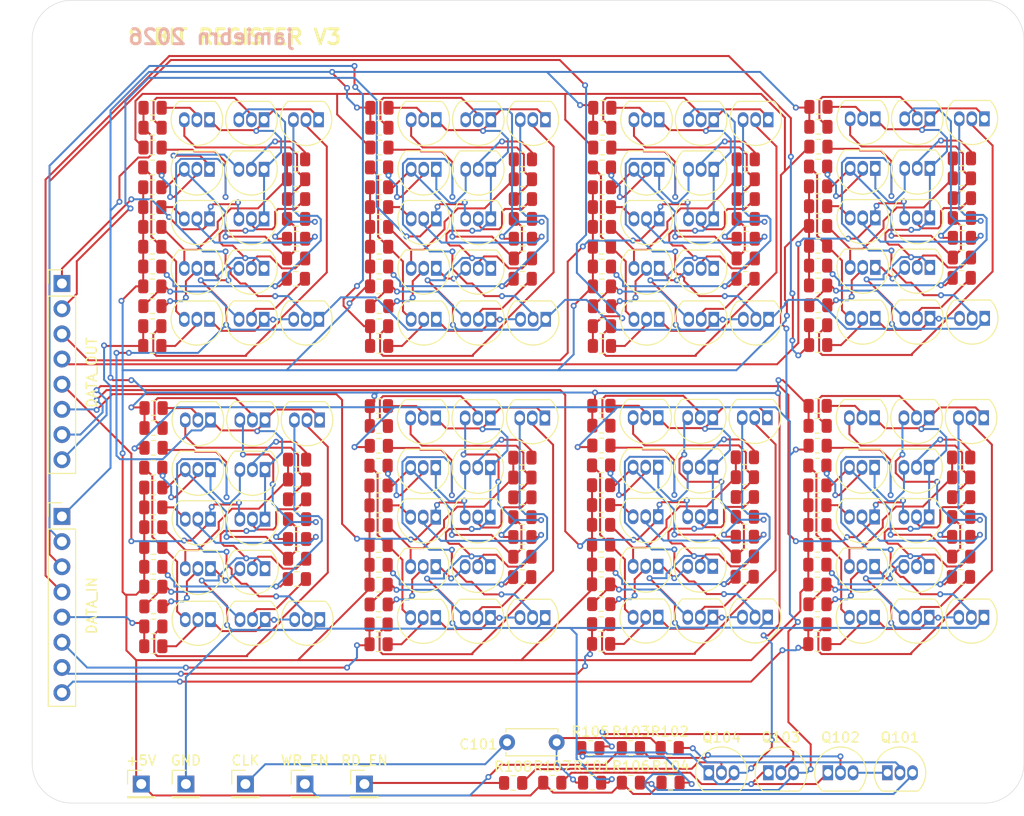
<source format=kicad_pcb>
(kicad_pcb (version 20241229) (generator "pcbnew") (generator_version "9.0")
  (layers (0 "F.Cu" signal) (2 "B.Cu" signal) (13 "F.Paste" user) (15 "B.Paste" user) (5 "F.SilkS" user "F.Silkscreen") (7 "B.SilkS" user "B.Silkscreen") (1 "F.Mask" user) (3 "B.Mask" user) (25 "Edge.Cuts" user))
  (net 0 "")
  (net 1 "Net-(C101-Pad2)")
  (net 2 "Net-(J101-Pin_1)")
  (net 3 "/DFlipFlop3/D")
  (net 4 "/DFlipFlop2/D")
  (net 5 "/DFlipFlop1/D")
  (net 6 "/DFlipFlop/D")
  (net 7 "/DFlipFlop3/Q")
  (net 8 "/DFlipFlop2/Q")
  (net 9 "/DFlipFlop/Q")
  (net 10 "/DFlipFlop1/Q")
  (net 11 "Net-(J102-Pin_1)")
  (net 12 "Net-(Q101-E)")
  (net 13 "Net-(Q101-B)")
  (net 14 "Net-(Q101-C)")
  (net 15 "GND")
  (net 16 "Net-(Q102-B)")
  (net 17 "Net-(Q103-B)")
  (net 18 "Net-(Q201-B)")
  (net 19 "Net-(Q201-C)")
  (net 20 "Net-(Q202-E)")
  (net 21 "Net-(Q202-C)")
  (net 22 "Net-(Q202-B)")
  (net 23 "Net-(Q203-B)")
  (net 24 "Net-(Q204-B)")
  (net 25 "Net-(Q204-C)")
  (net 26 "Net-(Q205-B)")
  (net 27 "Net-(Q205-E)")
  (net 28 "Net-(Q206-B)")
  (net 29 "Net-(Q207-B)")
  (net 30 "Net-(Q207-C)")
  (net 31 "Net-(Q207-E)")
  (net 32 "Net-(Q208-B)")
  (net 33 "Net-(Q301-C)")
  (net 34 "Net-(Q301-B)")
  (net 35 "Net-(Q302-E)")
  (net 36 "Net-(Q302-C)")
  (net 37 "Net-(Q302-B)")
  (net 38 "Net-(Q303-B)")
  (net 39 "Net-(Q304-C)")
  (net 40 "Net-(Q304-B)")
  (net 41 "Net-(Q305-B)")
  (net 42 "Net-(Q305-E)")
  (net 43 "Net-(Q306-B)")
  (net 44 "Net-(Q307-B)")
  (net 45 "Net-(Q307-C)")
  (net 46 "Net-(Q307-E)")
  (net 47 "Net-(Q308-B)")
  (net 48 "Net-(Q401-B)")
  (net 49 "Net-(Q401-C)")
  (net 50 "Net-(Q402-E)")
  (net 51 "Net-(Q402-B)")
  (net 52 "Net-(Q402-C)")
  (net 53 "Net-(Q403-B)")
  (net 54 "Net-(Q404-B)")
  (net 55 "Net-(Q404-C)")
  (net 56 "Net-(Q405-E)")
  (net 57 "Net-(Q405-B)")
  (net 58 "Net-(Q406-B)")
  (net 59 "Net-(Q407-C)")
  (net 60 "Net-(Q407-E)")
  (net 61 "Net-(Q407-B)")
  (net 62 "Net-(Q408-B)")
  (net 63 "Net-(Q501-B)")
  (net 64 "Net-(Q501-C)")
  (net 65 "Net-(Q502-C)")
  (net 66 "Net-(Q502-B)")
  (net 67 "Net-(Q502-E)")
  (net 68 "Net-(Q503-B)")
  (net 69 "Net-(Q504-C)")
  (net 70 "Net-(Q504-B)")
  (net 71 "Net-(Q505-B)")
  (net 72 "Net-(Q505-E)")
  (net 73 "Net-(Q506-B)")
  (net 74 "Net-(Q507-B)")
  (net 75 "Net-(Q507-E)")
  (net 76 "Net-(Q507-C)")
  (net 77 "Net-(Q508-B)")
  (net 78 "WRITE_EN")
  (net 79 "+5V")
  (net 80 "/DFlipFlop4/D")
  (net 81 "/DFlipFlop7/D")
  (net 82 "/DFlipFlop5/D")
  (net 83 "/DFlipFlop6/D")
  (net 84 "/DFlipFlop7/Q")
  (net 85 "/DFlipFlop6/Q")
  (net 86 "/DFlipFlop4/Q")
  (net 87 "/DFlipFlop5/Q")
  (net 88 "Net-(Q601-C)")
  (net 89 "Net-(Q601-B)")
  (net 90 "Net-(Q602-C)")
  (net 91 "Net-(Q602-B)")
  (net 92 "Net-(Q602-E)")
  (net 93 "Net-(Q603-B)")
  (net 94 "Net-(Q604-C)")
  (net 95 "Net-(Q604-B)")
  (net 96 "Net-(Q605-E)")
  (net 97 "Net-(Q605-B)")
  (net 98 "Net-(Q606-B)")
  (net 99 "Net-(Q607-C)")
  (net 100 "Net-(Q607-B)")
  (net 101 "Net-(Q607-E)")
  (net 102 "Net-(Q608-B)")
  (net 103 "Net-(Q701-C)")
  (net 104 "Net-(Q701-B)")
  (net 105 "Net-(Q702-B)")
  (net 106 "Net-(Q702-E)")
  (net 107 "Net-(Q702-C)")
  (net 108 "Net-(Q703-B)")
  (net 109 "Net-(Q704-C)")
  (net 110 "Net-(Q704-B)")
  (net 111 "Net-(Q705-B)")
  (net 112 "Net-(Q705-E)")
  (net 113 "Net-(Q706-B)")
  (net 114 "Net-(Q707-B)")
  (net 115 "Net-(Q707-E)")
  (net 116 "Net-(Q707-C)")
  (net 117 "Net-(Q708-B)")
  (net 118 "Net-(Q801-B)")
  (net 119 "Net-(Q801-C)")
  (net 120 "Net-(Q802-C)")
  (net 121 "Net-(Q802-B)")
  (net 122 "Net-(Q802-E)")
  (net 123 "Net-(Q803-B)")
  (net 124 "Net-(Q804-C)")
  (net 125 "Net-(Q804-B)")
  (net 126 "Net-(Q805-E)")
  (net 127 "Net-(Q805-B)")
  (net 128 "Net-(Q806-B)")
  (net 129 "Net-(Q807-E)")
  (net 130 "Net-(Q807-C)")
  (net 131 "Net-(Q807-B)")
  (net 132 "Net-(Q808-B)")
  (net 133 "Net-(Q901-B)")
  (net 134 "Net-(Q901-C)")
  (net 135 "Net-(Q902-E)")
  (net 136 "Net-(Q902-B)")
  (net 137 "Net-(Q902-C)")
  (net 138 "Net-(Q903-B)")
  (net 139 "Net-(Q904-B)")
  (net 140 "Net-(Q904-C)")
  (net 141 "Net-(Q905-E)")
  (net 142 "Net-(Q905-B)")
  (net 143 "Net-(Q906-B)")
  (net 144 "Net-(Q907-B)")
  (net 145 "Net-(Q907-C)")
  (net 146 "Net-(Q907-E)")
  (net 147 "Net-(Q908-B)")
  (net 148 "Net-(J103-Pin_1)")
  (net 149 "Net-(Q104-B)")
  (net 150 "NREAD_EN")
  (net 151 "Net-(Q205-C)")
  (net 152 "Net-(Q209-B)")
  (net 153 "Net-(Q209-C)")
  (net 154 "Net-(Q210-B)")
  (net 155 "Net-(Q211-B)")
  (net 156 "Net-(Q211-C)")
  (net 157 "Net-(Q212-C)")
  (net 158 "Net-(Q212-B)")
  (net 159 "Net-(Q305-C)")
  (net 160 "Net-(Q309-B)")
  (net 161 "Net-(Q309-C)")
  (net 162 "Net-(Q310-B)")
  (net 163 "Net-(Q311-B)")
  (net 164 "Net-(Q311-C)")
  (net 165 "Net-(Q312-B)")
  (net 166 "Net-(Q312-C)")
  (net 167 "Net-(Q405-C)")
  (net 168 "Net-(Q409-C)")
  (net 169 "Net-(Q409-B)")
  (net 170 "Net-(Q410-B)")
  (net 171 "Net-(Q411-C)")
  (net 172 "Net-(Q411-B)")
  (net 173 "Net-(Q412-B)")
  (net 174 "Net-(Q412-C)")
  (net 175 "Net-(Q505-C)")
  (net 176 "Net-(Q509-B)")
  (net 177 "Net-(Q509-C)")
  (net 178 "Net-(Q510-B)")
  (net 179 "Net-(Q511-C)")
  (net 180 "Net-(Q511-B)")
  (net 181 "Net-(Q512-B)")
  (net 182 "Net-(Q512-C)")
  (net 183 "Net-(Q605-C)")
  (net 184 "Net-(Q609-B)")
  (net 185 "Net-(Q609-C)")
  (net 186 "Net-(Q610-B)")
  (net 187 "Net-(Q611-C)")
  (net 188 "Net-(Q611-B)")
  (net 189 "Net-(Q612-B)")
  (net 190 "Net-(Q612-C)")
  (net 191 "Net-(Q705-C)")
  (net 192 "Net-(Q709-C)")
  (net 193 "Net-(Q709-B)")
  (net 194 "Net-(Q710-B)")
  (net 195 "Net-(Q711-B)")
  (net 196 "Net-(Q711-C)")
  (net 197 "Net-(Q712-B)")
  (net 198 "Net-(Q712-C)")
  (net 199 "Net-(Q805-C)")
  (net 200 "Net-(Q809-B)")
  (net 201 "Net-(Q809-C)")
  (net 202 "Net-(Q810-B)")
  (net 203 "Net-(Q811-B)")
  (net 204 "Net-(Q811-C)")
  (net 205 "Net-(Q812-B)")
  (net 206 "Net-(Q812-C)")
  (net 207 "Net-(Q905-C)")
  (net 208 "Net-(Q909-B)")
  (net 209 "Net-(Q909-C)")
  (net 210 "Net-(Q910-B)")
  (net 211 "Net-(Q911-C)")
  (net 212 "Net-(Q911-B)")
  (net 213 "Net-(Q912-B)")
  (net 214 "Net-(Q912-C)")
  (footprint "Resistor_SMD:R_0805_2012Metric" (layer "F.Cu") (at 72.449551 44.289023)
    (property "Reference" "R407" (hide yes))
    (property "Value" "4700" (hide yes))
  )
  (footprint "Package_TO_SOT_THT:TO-92_Inline" (layer "F.Cu") (at 61.19861 62.567889 180)
    (property "Reference" "Q706" (hide yes))
    (property "Value" "2N3904" (hide yes))
  )
  (footprint "Resistor_SMD:R_0805_2012Metric" (layer "F.Cu") (at 108.651018 73.5998)
    (property "Reference" "R903" (hide yes))
    (property "Value" "10000" (hide yes))
  )
  (footprint "Resistor_SMD:R_0805_2012Metric" (layer "F.Cu") (at 108.747272 31.380819)
    (property "Reference" "R509" (hide yes))
    (property "Value" "10000" (hide yes))
  )
  (footprint "Package_TO_SOT_THT:TO-92_Inline" (layer "F.Cu") (at 83.646786 77.668454 180)
    (property "Reference" "Q804" (hide yes))
    (property "Value" "2N3904" (hide yes))
  )
  (footprint "Package_TO_SOT_THT:TO-92_Inline" (layer "F.Cu") (at 38.481392 72.768489 180)
    (property "Reference" "Q608" (hide yes))
    (property "Value" "2N3904" (hide yes))
  )
  (footprint "Resistor_SMD:R_0805_2012Metric" (layer "F.Cu") (at 72.36294 74.350943)
    (property "Reference" "R807" (hide yes))
    (property "Value" "4700" (hide yes))
  )
  (footprint "Resistor_SMD:R_0805_2012Metric" (layer "F.Cu") (at 94.275118 30.189977)
    (property "Reference" "R505" (hide yes))
    (property "Value" "10000" (hide yes))
  )
  (footprint "Package_TO_SOT_THT:TO-92_Inline" (layer "F.Cu") (at 83.719551 27.473136 180)
    (property "Reference" "Q411" (hide yes))
    (property "Value" "2N3904" (hide yes))
  )
  (footprint "Resistor_SMD:R_0805_2012Metric" (layer "F.Cu") (at 50.013233 26.268489)
    (property "Reference" "R319" (hide yes))
    (property "Value" "10000" (hide yes))
  )
  (footprint "Package_TO_SOT_THT:TO-92_Inline" (layer "F.Cu") (at 55.69861 62.567889 180)
    (property "Reference" "Q705" (hide yes))
    (property "Value" "2N3904" (hide yes))
  )
  (footprint "Package_TO_SOT_THT:TO-92_Inline" (layer "F.Cu") (at 105.517272 37.380819 180)
    (property "Reference" "Q510" (hide yes))
    (property "Value" "2N3904" (hide yes))
  )
  (footprint "Package_TO_SOT_THT:TO-92_Inline" (layer "F.Cu") (at 32.880375 32.473136 180)
    (property "Reference" "Q205" (hide yes))
    (property "Value" "2N3904" (hide yes))
  )
  (footprint "Resistor_SMD:R_0805_2012Metric" (layer "F.Cu") (at 49.92861 68.383776)
    (property "Reference" "R713" (hide yes))
    (property "Value" "4700" (hide yes))
  )
  (footprint "Resistor_SMD:R_0805_2012Metric" (layer "F.Cu") (at 41.711392 65.7756)
    (property "Reference" "R616" (hide yes))
    (property "Value" "4700" (hide yes))
  )
  (footprint "Package_TO_SOT_THT:TO-92_Inline" (layer "F.Cu") (at 32.981392 62.768489 180)
    (property "Reference" "Q605" (hide yes))
    (property "Value" "2N3904" (hide yes))
  )
  (footprint "Package_TO_SOT_THT:TO-92_Inline" (layer "F.Cu") (at 38.380375 37.473136 180)
    (property "Reference" "Q210" (hide yes))
    (property "Value" "2N3904" (hide yes))
  )
  (footprint "Resistor_SMD:R_0805_2012Metric" (layer "F.Cu") (at 49.960451 56.364242)
    (property "Reference" "R719" (hide yes))
    (property "Value" "10000" (hide yes))
  )
  (footprint "Resistor_SMD:R_0805_2012Metric" (layer "F.Cu") (at 64.481392 41.472136)
    (property "Reference" "R312" (hide yes))
    (property "Value" "10000" (hide yes))
  )
  (footprint "Resistor_SMD:R_0805_2012Metric" (layer "F.Cu") (at 64.42861 71.567889)
    (property "Reference" "R712" (hide yes))
    (property "Value" "10000" (hide yes))
  )
  (footprint "Resistor_SMD:R_0805_2012Metric" (layer "F.Cu") (at 41.589814 43.520988)
    (property "Reference" "R203" (hide yes))
    (property "Value" "10000" (hide yes))
  )
  (footprint "Connector_PinHeader_2.54mm:PinHeader_1x01_P2.54mm_Vertical" (layer "F.Cu") (at 30.5 94.5)
    (property "Reference" "GND")
    (property "Value" "WRITE_EN")
  )
  (footprint "Package_TO_SOT_THT:TO-92_Inline" (layer "F.Cu") (at 110.941579 57.551948 180)
    (property "Reference" "Q901" (hide yes))
    (property "Value" "2N3904" (hide yes))
  )
  (footprint "Package_TO_SOT_THT:TO-92_Inline" (layer "F.Cu") (at 61.251392 32.472136 180)
    (property "Reference" "Q306" (hide yes))
    (property "Value" "2N3904" (hide yes))
  )
  (footprint "Package_TO_SOT_THT:TO-92_Inline" (layer "F.Cu") (at 61.19861 67.567889 180)
    (property "Reference" "Q710" (hide yes))
    (property "Value" "2N3904" (hide yes))
  )
  (footprint "Resistor_SMD:R_0805_2012Metric" (layer "F.Cu") (at 49.956456 58.377047)
    (property "Reference" "R720" (hide yes))
    (property "Value" "10000" (hide yes))
  )
  (footprint "Connector_PinHeader_2.54mm:PinHeader_1x08_P2.54mm_Vertical" (layer "F.Cu") (at 18 44)
    (property "Reference" "DATA_OUT")
    (property "Value" "Conn_01x08_Pin")
  )
  (footprint "Resistor_SMD:R_0805_2012Metric" (layer "F.Cu") (at 86.949551 41.473136)
    (property "Reference" "R412" (hide yes))
    (property "Value" "10000" (hide yes))
  )
  (footprint "Resistor_SMD:R_0805_2012Metric" (layer "F.Cu") (at 94.171579 72.367835)
    (property "Reference" "R901" (hide yes))
    (property "Value" "4700" (hide yes))
  )
  (footprint "Resistor_SMD:R_0805_2012Metric" (layer "F.Cu") (at 94.247272 38.196706)
    (property "Reference" "R513" (hide yes))
    (property "Value" "4700" (hide yes))
  )
  (footprint "Package_TO_SOT_THT:TO-92_Inline" (layer "F.Cu") (at 32.880375 47.613136 180)
    (property "Reference" "Q202" (hide yes))
    (property "Value" "2N3904" (hide yes))
  )
  (footprint "Resistor_SMD:R_0805_2012Metric" (layer "F.Cu") (at 49.92861 70.383776)
    (property "Reference" "R706" (hide yes))
    (property "Value" "4700" (hide yes))
  )
  (footprint "Resistor_SMD:R_0805_2012Metric" (layer "F.Cu") (at 94.171579 62.367835)
    (property "Reference" "R908" (hide yes))
    (property "Value" "10000" (hide yes))
  )
  (footprint "Resistor_SMD:R_0805_2012Metric" (layer "F.Cu") (at 94.247272 34.196706)
    (property "Reference" "R510" (hide yes))
    (property "Value" "4700" (hide yes))
  )
  (footprint "Package_TO_SOT_THT:TO-92_Inline" (layer "F.Cu") (at 83.719551 37.473136 180)
    (property "Reference" "Q410" (hide yes))
    (property "Value" "2N3904" (hide yes))
  )
  (footprint "Package_TO_SOT_THT:TO-92_Inline" (layer "F.Cu") (at 43.909856 47.606534 180)
    (property "Reference" "Q203" (hide yes))
    (property "Value" "2N3904" (hide yes))
  )
  (footprint "Resistor_SMD:R_0805_2012Metric" (layer "F.Cu") (at 72.36294 62.350943)
    (property "Reference" "R808" (hide yes))
    (property "Value" "10000" (hide yes))
  )
  (footprint "Resistor_SMD:R_0805_2012Metric" (layer "F.Cu") (at 79.282178 90.860409)
    (property "Reference" "R102")
    (property "Value" "10000")
  )
  (footprint "Package_TO_SOT_THT:TO-92_Inline" (layer "F.Cu") (at 105.441579 62.551948 180)
    (property "Reference" "Q906" (hide yes))
    (property "Value" "2N3904" (hide yes))
  )
  (footprint "Package_TO_SOT_THT:TO-92_Inline" (layer "F.Cu") (at 100.017272 42.380819 180)
    (property "Reference" "Q507" (hide yes))
    (property "Value" "2N3904" (hide yes))
  )
  (footprint "Resistor_SMD:R_0805_2012Metric" (layer "F.Cu") (at 27.211392 64.584376)
    (property "Reference" "R610" (hide yes))
    (property "Value" "4700" (hide yes))
  )
  (footprint "Package_TO_SOT_THT:TO-92_Inline" (layer "F.Cu") (at 100.017272 37.380819 180)
    (property "Reference" "Q509" (hide yes))
    (property "Value" "2N3904" (hide yes))
  )
  (footprint "Resistor_SMD:R_0805_2012Metric" (layer "F.Cu") (at 72.36294 64.350943)
    (property "Reference" "R810" (hide yes))
    (property "Value" "4700" (hide yes))
  )
  (footprint "Resistor_SMD:R_0805_2012Metric" (layer "F.Cu") (at 41.610375 31.473136)
    (property "Reference" "R209" (hide yes))
    (property "Value" "10000" (hide yes))
  )
  (footprint "Package_TO_SOT_THT:TO-92_Inline" (layer "F.Cu") (at 89.13294 57.535056 180)
    (property "Reference" "Q801" (hide yes))
    (property "Value" "2N3904" (hide yes))
  )
  (footprint "Resistor_SMD:R_0805_2012Metric" (layer "F.Cu") (at 27.211392 66.584376)
    (property "Reference" "R614" (hide yes))
    (property "Value" "4700" (hide yes))
  )
  (footprint "Resistor_SMD:R_0805_2012Metric" (layer "F.Cu") (at 86.86294 61.535056)
    (property "Reference" "R809" (hide yes))
    (property "Value" "10000" (hide yes))
  )
  (footprint "Package_TO_SOT_THT:TO-92_Inline" (layer "F.Cu") (at 101.23 93.36)
    (property "Reference" "Q101")
    (property "Value" "2N3904")
  )
  (footprint "Resistor_SMD:R_0805_2012Metric" (layer "F.Cu") (at 49.981392 34.288023)
    (property "Reference" "R310" (hide yes))
    (property "Value" "4700" (hide yes))
  )
  (footprint "Resistor_SMD:R_0805_2012Metric" (layer "F.Cu") (at 72.449953 48.30161)
    (property "Reference" "R402" (hide yes))
    (property "Value" "10000" (hide yes))
  )
  (footprint "Resistor_SMD:R_0805_2012Metric" (layer "F.Cu") (at 27.110375 34.289023)
    (property "Reference" "R210" (hide yes))
    (property "Value" "4700" (hide yes))
  )
  (footprint "Package_TO_SOT_THT:TO-92_Inline" (layer "F.Cu") (at 43.981392 57.768489 180)
    (property "Reference" "Q601" (hide yes))
    (property "Value" "2N3904" (hide yes))
  )
  (footprint "Resistor_SMD:R_0805_2012Metric" (layer "F.Cu") (at 27.222108 76.581328)
    (property "Reference" "R611" (hide yes))
    (property "Value" "10000" (hide yes))
  )
  (footprint "Package_TO_SOT_THT:TO-92_Inline" (layer "F.Cu") (at 32.880375 27.473136 180)
    (property "Reference" "Q212" (hide yes))
    (property "Value" "2N3904" (hide yes))
  )
  (footprint "Resistor_SMD:R_0805_2012Metric" (layer "F.Cu") (at 75.369678 94.360409)
    (property "Reference" "R106")
    (property "Value" "4700")
  )
  (footprint "Resistor_SMD:R_0805_2012Metric" (layer "F.Cu") (at 67.444001 94.366601)
    (property "Reference" "R107")
    (property "Value" "4700")
  )
  (footprint "Resistor_SMD:R_0805_2012Metric" (layer "F.Cu") (at 49.939326 76.380728)
    (property "Reference" "R711" (hide yes))
    (property "Value" "10000" (hide yes))
  )
  (footprint "Resistor_SMD:R_0805_2012Metric" (layer "F.Cu") (at 27.110375 32.289023)
    (property "Reference" "R208" (hide yes))
    (property "Value" "10000" (hide yes))
  )
  (footprint "Resistor_SMD:R_0805_2012Metric" (layer "F.Cu") (at 27.110375 40.289023)
    (property "Reference" "R206" (hide yes))
    (property "Value" "4700" (hide yes))
  )
  (footprint "Resistor_SMD:R_0805_2012Metric" (layer "F.Cu") (at 64.408049 73.615741)
    (property "Reference" "R703" (hide yes))
    (property "Value" "10000" (hide yes))
  )
  (footprint "Resistor_SMD:R_0805_2012Metric" (layer "F.Cu") (at 64.481392 33.479247)
    (property "Reference" "R318" (hide yes))
    (property "Value" "4700" (hide yes))
  )
  (footprint "Resistor_SMD:R_0805_2012Metric" (layer "F.Cu") (at 94.171579 68.367835)
    (property "Reference" "R913" (hide yes))
    (property "Value" "4700" (hide yes))
  )
  (footprint "Resistor_SMD:R_0805_2012Metric" (layer "F.Cu") (at 64.481392 35.479247)
    (property "Reference" "R316" (hide yes))
    (property "Value" "4700" (hide yes))
  )
  (footprint "Resistor_SMD:R_0805_2012Metric" (layer "F.Cu") (at 72.373656 76.347895)
    (property "Reference" "R811" (hide yes))
    (property "Value" "10000" (hide yes))
  )
  (footprint "Package_TO_SOT_THT:TO-92_Inline" (layer "F.Cu") (at 95.23 93.36)
    (property "Reference" "Q102")
    (property "Value" "2N3904")
  )
  (footprint "Resistor_SMD:R_0805_2012Metric" (layer "F.Cu") (at 49.956456 60.377047)
    (property "Reference" "R705" (hide yes))
    (property "Value" "10000" (hide yes))
  )
  (footprint "Resistor_SMD:R_0805_2012Metric" (layer "F.Cu") (at 94.171579 70.367835)
    (property "Reference" "R906" (hide yes))
    (property "Value" "4700" (hide yes))
  )
  (footprint "Resistor_SMD:R_0805_2012Metric" (layer "F.Cu") (at 72.449551 34.289023)
    (property "Reference" "R410" (hide yes))
    (property "Value" "4700" (hide yes))
  )
  (footprint "Resistor_SMD:R_0805_2012Metric" (layer "F.Cu") (at 94.247272 44.196706)
    (property "Reference" "R507" (hide yes))
    (property "Value" "4700" (hide yes))
  )
  (footprint "Package_TO_SOT_THT:TO-92_Inline" (layer "F.Cu") (at 83.63294 67.535056 180)
    (property "Reference" "Q810" (hide yes))
    (property "Value" "2N3904" (hide yes))
  )
  (footprint "MountingHole:MountingHole_3.2mm_M3" (layer "F.Cu") (at 111 92.42)
    (property "Reference" "REF**" (hide yes))
    (property "Value" "MountingHole_3.2mm_M3" (hide yes))
  )
  (footprint "Resistor_SMD:R_0805_2012Metric" (layer "F.Cu") (at 27.211392 74.584376)
    (property "Reference" "R607" (hide yes))
    (property "Value" "4700" (hide yes))
  )
  (footprint "Package_TO_SOT_THT:TO-92_Inline" (layer "F.Cu") (at 78.13294 57.535056 180)
    (property "Reference" "Q812" (hide yes))
    (property "Value" "2N3904" (hide yes))
  )
  (footprint "Resistor_SMD:R_0805_2012Metric" (layer "F.Cu") (at 64.460831 43.519988)
    (property "Reference" "R303" (hide yes))
    (property "Value" "10000" (hide yes))
  )
  (footprint "Capacitor_THT:C_Disc_D5.0mm_W2.5mm_P5.00mm" (layer "F.Cu") (at 62.886223 90.287423)
    (property "Reference" "C101")
    (property "Value" "10nF")
  )
  (footprint "Resistor_SMD:R_0805_2012Metric" (layer "F.Cu") (at 72.460267 46.285975)
    (property "Reference" "R411" (hide yes))
    (property "Value" "10000" (hide yes))
  )
  (footprint "Resistor_SMD:R_0805_2012Metric" (layer "F.Cu") (at 50.009238 30.281294)
    (property "Reference" "R305" (hide yes))
    (property "Value" "10000" (hide yes))
  )
  (footprint "Package_TO_SOT_THT:TO-92_Inline" (layer "F.Cu") (at 78.13294 77.675056 180)
    (property "Reference" "Q802" (hide yes))
    (property "Value" "2N3904" (hide yes))
  )
  (footprint "Package_TO_SOT_THT:TO-92_Inline" (layer "F.Cu") (at 105.441579 72.551948 180)
    (property "Reference" "Q908" (hide yes))
    (property "Value" "2N3904" (hide yes))
  )
  (footprint "MountingHole:MountingHole_3.2mm_M3" (layer "F.Cu") (at 111 19.5)
    (property "Reference" "REF**" (hide yes))
    (property "Value" "MountingHole_3.2mm_M3" (hide yes))
  )
  (footprint "Package_TO_SOT_THT:TO-92_Inline" (layer "F.Cu") (at 55.69861 72.567889 180)
    (property "Reference" "Q707" (hide yes))
    (property "Value" "2N3904" (hide yes))
  )
  (footprint "Resistor_SMD:R_0805_2012Metric" (layer "F.Cu") (at 72.449551 36.289023)
    (property "Reference" "R414" (hide yes))
    (property "Value" "4700" (hide yes))
  )
  (footprint "Package_TO_SOT_THT:TO-92_Inline" (layer "F.Cu") (at 100.017272 27.380819 180)
    (property "Reference" "Q512" (hide yes))
    (property "Value" "2N3904" (hide yes))
  )
  (footprint "Package_TO_SOT_THT:TO-92_Inline" (layer "F.Cu") (at 55.751392 47.612136 180)
    (property "Reference" "Q302" (hide yes))
    (property "Value" "2N3904" (hide yes))
  )
  (footprint "Resistor_SMD:R_0805_2012Metric" (layer "F.Cu") (at 75.369678 90.860409)
    (property "Reference" "R103")
    (property "Value" "10000")
  )
  (footprint "Resistor_SMD:R_0805_2012Metric" (layer "F.Cu") (at 72.36294 68.350943)
    (property "Reference" "R813" (hide yes))
    (property "Value" "4700" (hide yes))
  )
  (footprint "Resistor_SMD:R_0805_2012Metric" (layer "F.Cu") (at 72.36294 70.350943)
    (property "Reference" "R806" (hide yes))
    (property "Value" "4700" (hide yes))
  )
  (footprint "Resistor_SMD:R_0805_2012Metric" (layer "F.Cu") (at 72.390786 60.344214)
    (property "Reference" "R805" (hide yes))
    (property "Value" "10000" (hide yes))
  )
  (footprint "Resistor_SMD:R_0805_2012Metric" (layer "F.Cu") (at 72.363342 78.36353)
    (property "Reference" "R802" (hide yes))
    (property "Value" "10000" (hide yes))
  )
  (footprint "Resistor_SMD:R_0805_2012Metric" (layer "F.Cu") (at 27.110777 48.30161)
    (property "Reference" "R202" (hide yes))
    (property "Value" "10000" (hide yes))
  )
  (footprint "Package_TO_SOT_THT:TO-92_Inline" (layer "F.Cu") (at 32.981392 77.908489 180)
    (property "Reference" "Q602" (hide yes))
    (property "Value" "2N3904" (hide yes))
  )
  (footprint "Resistor_SMD:R_0805_2012Metric" (layer "F.Cu") (at 86.949551 35.480247)
    (property "Reference" "R416" (hide yes))
    (property "Value" "4700" (hide yes))
  )
  (footprint "Package_TO_SOT_THT:TO-92_Inline" (layer "F.Cu") (at 83.63294 62.535056 180)
    (property "Reference" "Q806" (hide yes))
    (property "Value" "2N3904" (hide yes))
  )
  (footprint "Resistor_SMD:R_0805_2012Metric" (layer "F.Cu") (at 27.243233 56.564842)
    (property "Reference" "R619" (hide yes))
    (property "Value" "10000" (hide yes))
  )
  (footprint "Resistor_SMD:R_0805_2012Metric" (layer "F.Cu") (at 72.449551 32.289023)
    (property "Reference" "R408" (hide yes))
    (property "Value" "10000" (hide yes))
  )
  (footprint "Resistor_SMD:R_0805_2012Metric" (layer "F.Cu") (at 27.110375 42.289023)
    (property "Reference" "R201" (hide yes))
    (property "Value" "4700" (hide yes))
  )
  (footprint "Package_TO_SOT_THT:TO-92_Inline" (layer "F.Cu") (at 66.751392 27.472136 180)
    (property "Reference" "Q301" (hide yes))
    (property "Value" "2N3904" (hide yes))
  )
  (footprint "Package_TO_SOT_THT:TO-92_Inline" (layer "F.Cu") (at 55.69861 77.707889 180)
    (property "Reference" "Q702" (hide yes))
    (property "Value" "2N3904" (hide yes))
  )
  (footprint "Package_TO_SOT_THT:TO-92_Inline" (layer "F.Cu") (at 83.733397 47.606534 180)
    (property "Reference" "Q404" (hide yes))
    (property "Value" "2N3904" (hide yes))
  )
  (footprint "Resistor_SMD:R_0805_2012Metric" (layer "F.Cu") (at 27.211392 68.584376)
    (property "Reference" "R613" (hide yes))
    (property "Value" "4700" (hide yes))
  )
  (footprint "Resistor_SMD:R_0805_2012Metric" (layer "F.Cu") (at 86.86294 63.542167)
    (property "Reference" "R818" (hide yes))
    (property "Value" "4700" (hide yes))
  )
  (footprint "Resistor_SMD:R_0805_2012Metric" (layer "F.Cu") (at 64.42861 65.575)
    (property "Reference" "R716" (hide yes))
    (property "Value" "4700" (hide yes))
  )
  (footprint "Package_TO_SOT_THT:TO-92_Inline" (layer "F.Cu") (at 66.728091 77.701287 180)
    (property "Reference" "Q703" (hide yes))
    (property "Value" "2N3904" (hide yes))
  )
  (footprint "Resistor_SMD:R_0805_2012Metric" (layer "F.Cu") (at 27.110777 50.30161)
    (property "Reference" "R204" (hide yes))
    (property "Value" "10000" (hide yes))
  )
  (footprint "Package_TO_SOT_THT:TO-92_Inline" (layer "F.Cu") (at 100.017272 32.380819 180)
    (property "Reference" "Q505" (hide yes))
    (property "Value" "2N3904" (hide yes))
  )
  (footprint "Resistor_SMD:R_0805_2012Metric" (layer "F.Cu") (at 27.239238 60.577647)
    (property "Reference" "R605" (hide yes))
    (property "Value" "10000" (hide yes))
  )
  (footprint "Package_TO_SOT_THT:TO-92_Inline" (layer "F.Cu") (at 105.441579 67.551948 180)
    (property "Reference" "Q910" (hide yes))
    (property "Value" "2N3904" (hide yes))
  )
  (footprint "Package_TO_SOT_THT:TO-92_Inline" (layer "F.Cu") (at 38.481392 62.768489 180)
    (property "Reference" "Q606" (hide yes))
    (property "Value" "2N3904" (hide yes))
  )
  (footprint "Package_TO_SOT_THT:TO-92_Inline" (layer "F.Cu") (at 61.251392 37.472136 180)
    (property "Reference" "Q310" (hide yes))
    (property "Value" "2N3904" (hide yes))
  )
  (footprint "Resistor_SMD:R_0805_2012Metric" (layer "F.Cu") (at 64.481392 31.472136)
    (property "Reference" "R309" (hide yes))
    (property "Value" "10000" (hide yes))
  )
  (footprint "Resistor_SMD:R_0805_2012Metric" (layer "F.Cu") (at 108.747272 39.38793)
    (property "Reference" "R515" (hide yes))
    (property "Value" "4700" (hide yes))
  )
  (footprint "Resistor_SMD:R_0805_2012Metric" (layer "F.Cu") (at 27.211794 78.596963)
    (property "Reference" "R602" (hide yes))
    (property "Value" "10000" (hide yes))
  )
  (footprint "Resistor_SMD:R_0805_2012Metric" (layer "F.Cu") (at 94.257988 46.193658)
    (property "Reference" "R511" (hide yes))
    (property "Value" "10000" (hide yes))
  )
  (footprint "Resistor_SMD:R_0805_2012Metric" (layer "F.Cu") (at 86.86294 67.542167)
    (property "Reference" "R817" (hide yes))
    (property "Value" "4700" (hide yes))
  )
  (footprint "Package_TO_SOT_THT:TO-92_Inline" (layer "F.Cu") (at 38.481392 67.768489 180)
    (property "Reference" "Q610" (hide yes))
    (property "Value" "2N3904" (hide yes))
  )
  (footprint "Resistor_SMD:R_0805_2012Metric" (layer "F.Cu") (at 41.711392 69.7756)
    (property "Reference" "R615" (hide yes))
    (property "Value" "4700" (hide yes))
  )
  (footprint "Resistor_SMD:R_0805_2012Metric" (layer "F.Cu") (at 94.171579 64.367835)
    (property "Reference" "R910" (hide yes))
    (property "Value" "4700" (hide yes))
  )
  (footprint "Package_TO_SOT_THT:TO-92_Inline" (layer "F.Cu") (at 105.517272 27.380819 180)
    (property "Reference" "Q511" (hide yes))
    (property "Value" "2N3904" (hide yes))
  )
  (footprint "Resistor_SMD:R_0805_2012Metric" (layer "F.Cu") (at 94.199425 58.361106)
    (property "Reference" "R920" (hide yes))
    (property "Value" "10000" (hide yes))
  )
  (footprint "Package_TO_SOT_THT:TO-92_Inline" (layer "F.Cu") (at 32.880375 37.473136 180)
    (property "Reference" "Q209" (hide yes))
    (property "Value" "2N3904" (hide yes))
  )
  (footprint "Resistor_SMD:R_0805_2012Metric" (layer "F.Cu") (at 41.610375 41.473136)
    (property "Reference" "R212" (hide yes))
    (property "Value" "10000" (hide yes))
  )
  (footprint "Package_TO_SOT_THT:TO-92_Inline" (layer "F.Cu") (at 55.69861 57.567889 180)
    (property "Reference" "Q712" (hide yes))
    (property "Value" "2N3904" (hide yes))
  )
  (footprint "Resistor_SMD:R_0805_2012Metric" (layer "F.Cu") (at 27.239238 58.577647)
    (property "Reference" "R620" (hide yes))
    (property "Value" "10000" (hide yes))
  )
  (footprint "Resistor_SMD:R_0805_2012Metric" (layer "F.Cu") (at 49.92861 72.383776)
    (property "Reference" "R701" (hide yes))
    (property "Value" "4700" (hide yes))
  )
  (footprint "Resistor_SMD:R_0805_2012Metric" (layer "F.Cu") (at 49.929012 78.396363)
    (property "Reference" "R702" (hide yes))
    (property "Value" "10000" (hide yes))
  )
  (footprint "Resistor_SMD:R_0805_2012Metric" (layer "F.Cu") (at 41.690831 73.816341)
    (property "Reference" "R603" (hide yes))
    (property "Value" "10000" (hide yes))
  )
  (footprint "Resistor_SMD:R_0805_2012Metric" (layer "F.Cu") (at 41.711392 61.768489)
    (property "Reference" "R609" (hide yes))
    (property "Value" "10000" (hide yes))
  )
  (footprint "Resistor_SMD:R_0805_2012Metric" (layer "F.Cu") (at 27.211392 62.584376)
    (property "Reference" "R608" (hide yes))
    (property "Value" "10000" (hide yes))
  )
  (footprint "Resistor_SMD:R_0805_2012Metric" (layer "F.Cu") (at 94.247272 40.196706)
    (property "Reference" "R506" (hide yes))
    (property "Value" "4700" (hide yes))
  )
  (footprint "Package_TO_SOT_THT:TO-92_Inline" (layer "F.Cu") (at 55.751392 42.472136 180)
    (property "Reference" "Q307" (hide yes))
    (property "Value" "2N3904" (hide yes))
  )
  (footprint "Resistor_SMD:R_0805_2012Metric" (layer "F.Cu") (at 72.394781 56.331409)
    (property "Reference" "R819" (hide yes))
    (property "Value" "10000" (hide yes))
  )
  (footprint "Resistor_SMD:R_0805_2012Metric" (layer "F.Cu") (at 49.92861 64.383776)
    (property "Reference" "R710" (hide yes))
    (property "Value" "4700" (hide yes))
  )
  (footprint "Resistor_SMD:R_0805_2012Metric" (layer "F.Cu") (at 108.671579 63.559059)
    (property "Reference" "R918" (hide yes))
    (property "Value" "4700" (hide yes))
  )
  (footprint "Package_TO_SOT_THT:TO-92_Inline" (layer "F.Cu") (at 66.69861 57.567889 180)
    (property "Reference" "Q701" (hide yes))
    (property "Value" "2N3904" (hide yes))
  )
  (footprint "Connector_PinHeader_2.54mm:PinHeader_1x01_P2.54mm_Vertical" (layer "F.Cu") (at 26 94.5)
    (property "Reference" "+5V")
    (property "Value" "CLK")
  )
  (footprint "Resistor_SMD:R_0805_2012Metric" (layer "F.Cu") (at 64.42861 63.575)
    (property "Reference" "R718" (hide yes))
    (property "Value" "4700" (hide yes))
  )
  (footprint "Resistor_SMD:R_0805_2012Metric" (layer "F.Cu") (at 86.949551 39.480247)
    (property "Reference" "R415" (hide yes))
    (property "Value" "4700" (hide yes))
  )
  (footprint "Package_TO_SOT_THT:TO-92_Inline" (layer "F.Cu") (at 78.219551 42.473136 180)
    (property "Reference" "Q407" (hide yes))
    (property "Value" "2N3904" (hide yes))
  )
  (footprint "Resistor_SMD:R_0805_2012Metric" (layer "F.Cu") (at 49.92861 66.383776)
    (property "Reference" "R714" (hide yes))
    (property "Value" "4700" (hide yes))
  )
  (footprint "Package_TO_SOT_THT:TO-92_Inline" (layer "F.Cu") (at 38.380375 42.473136 180)
    (property "Reference" "Q208" (hide yes))
    (property "Value" "2N3904" (hide yes))
  )
  (footprint "Resistor_SMD:R_0805_2012Metric" (layer "F.Cu") (at 72.449551 40.289023)
    (property "Reference" "R406" (hide yes))
    (property "Value" "4700" (hide yes))
  )
  (footprint "Package_TO_SOT_THT:TO-92_Inline" (layer "F.Cu") (at 105.517272 32.380819 180)
    (property "Reference" "Q506" (hide yes))
    (property "Value" "2N3904" (hide yes))
  )
  (footprint "Resistor_SMD:R_0805_2012Metric" (layer "F.Cu") (at 108.671579 69.559059)
    (property "Reference" "R915" (hide yes))
    (property "Value" "4700" (hide yes))
  )
  (footprint "Resistor_SMD:R_0805_2012Metric" (layer "F.Cu") (at 41.711392 67.7756)
    (property "Reference" "R617" (hide yes))
    (property "Value" "4700" (hide yes))
  )
  (footprint "Connector_PinHeader_2.54mm:PinHeader_1x01_P2.54mm_Vertical" (layer "F.Cu") (at 48.5 94.5)
    (property "Reference" "RD_EN")
    (property "Value" "READ_EN")
  )
  (footprint "Resistor_SMD:R_0805_2012Metric" (layer "F.Cu") (at 72.390786 58.344214)
    (property "Reference" "R820" (hide yes))
    (property "Value" "10000" (hide yes))
  )
  (footprint "Resistor_SMD:R_0805_2012Metric" (layer "F.Cu") (at 94.171981 78.380422)
    (property "Reference" "R902" (hide yes))
    (property "Value" "10000" (hide yes))
  )
  (footprint "Package_TO_SOT_THT:TO-92_Inline" (layer "F.Cu") (at 83.719551 42.473136 180)
    (property "Reference" "Q408" (hide yes))
    (property "Value" "2N3904" (hide yes))
  )
  (footprint "Package_TO_SOT_THT:TO-92_Inline" (layer "F.Cu") (at 38.380375 32.473136 180)
    (property "Reference" "Q206" (hide yes))
    (property "Value" "2N3904" (hide yes))
  )
  (footprint "Resistor_SMD:R_0805_2012Metric" (layer "F.Cu") (at 72.363342 80.36353)
    (property "Reference" "R804" (hide yes))
    (property "Value" "10000" (hide yes))
  )
  (footprint "Resistor_SMD:R_0805_2012Metric" (layer "F.Cu") (at 41.711392 63.7756)
    (property "Reference" "R618" (hide yes))
    (property "Value" "4700" (hide yes))
  )
  (footprint "Package_TO_SOT_THT:TO-92_Inline" (layer "F.Cu") (at 110.97106 77.685346 180)
    (property "Reference" "Q903" (hide yes))
    (property "Value" "2N3904" (hide yes))
  )
  (footprint "Resistor_SMD:R_0805_2012Metric" (layer "F.Cu") (at 27.138221 30.282294)
    (property "Reference" "R205" (hide yes))
    (property "Value" "10000" (hide yes))
  )
  (footprint "Resistor_SMD:R_0805_2012Metric" (layer "F.Cu") (at 49.981392 38.288023)
    (property "Reference" "R313" (hide yes))
    (property "Value" "4700" (hide yes))
  )
  (footprint "Package_TO_SOT_THT:TO-92_Inline" (layer "F.Cu") (at 99.941579 62.551948 180)
    (property "Reference" "Q905" (hide yes))
    (property "Value" "2N3904" (hide yes))
  )
  (footprint "Package_TO_SOT_THT:TO-92_Inline" (layer "F.Cu") (at 78.13294 67.535056 180)
    (property "Reference" "Q809" (hide yes))
    (property "Value" "2N3904" (hide yes))
  )
  (footprint "Resistor_SMD:R_0805_2012Metric" (layer "F.Cu") (at 94.182295 76.364787)
    (property "Reference" "R911" (hide yes))
    (property "Value" "10000" (hide yes))
  )
  (footprint "Resistor_SMD:R_0805_2012Metric" (layer "F.Cu") (at 108.747272 33.38793)
    (property "Reference" "R518" (hide yes))
    (property "Value" "4700" (hide yes))
  )
  (footprint "Resistor_SMD:R_0805_2012Metric" (layer "F.Cu") (at 64.481392 37.479247)
    (property "Reference" "R317" (hide yes))
    (property "Value" "4700" (hide yes))
  )
  (footprint "Package_TO_SOT_THT:TO-92_Inline" (layer "F.Cu") (at 89.249032 47.606534 180)
    (property "Reference" "Q403" (hide yes))
    (property "Value" "2N3904" (hide yes))
  )
  (footprint "MountingHole:MountingHole_3.2mm_M3" (layer "F.Cu") (at 19 19.5)
    (property "Reference" "REF**" (hide yes))
    (property "Value" "MountingHole_3.2mm_M3" (hide yes))
  )
  (footprint "Package_TO_SOT_THT:TO-92_Inline" (layer "F.Cu") (at 89.219551 27.473136 180)
    (property "Reference" "Q401" (hide yes))
    (property "Value" "2N3904" (hide yes))
  )
  (footprint "Package_TO_SOT_THT:TO-92_Inline" (layer "F.Cu") (at 61.19861 57.567889 180)
    (property "Reference" "Q711" (hide yes))
    (property "Value" "2N3904" (hide yes))
  )
  (footprint "Resistor_SMD:R_0805_2012Metric" (layer "F.Cu") (at 86.842379 73.582908)
    (property "Reference" "R803" (hide yes))
    (property "Value" "10000" (hide yes))
  )
  (footprint "Resistor_SMD:R_0805_2012Metric" (layer "F.Cu") (at 64.42861 69.575)
    (property "Reference" "R715" (hide yes))
    (property "Value" "4700" (hide yes))
  )
  (footprint "Package_TO_SOT_THT:TO-92_Inline" (layer "F.Cu") (at 99.941579 57.551948 180)
    (property "Reference" "Q912" (hide yes))
    (property "Value" "2N3904" (hide yes))
  )
  (footprint "Resistor_SMD:R_0805_2012Metric" (layer "F.Cu") (at 49.981392 40.288023)
    (property "Reference" "R306" (hide yes))
    (property "Value" "4700" (hide yes))
  )
  (footprint "Resistor_SMD:R_0805_2012Metric" (layer "F.Cu") (at 108.671579 61.551948)
    (property "Reference" "R909" (hide yes))
    (property "Value" "10000" (hide yes))
  )
  (footprint "Resistor_SMD:R_0805_2012Metric" (layer "F.Cu") (at 27.138221 28.282294)
    (property "Reference" "R220" (hide yes))
    (property "Value" "10000" (hide yes))
  )
  (footprint "Package_TO_SOT_THT:TO-92_Inline" (layer "F.Cu") (at 32.981392 67.768489 180)
    (property "Reference" "Q609" (hide yes))
    (property "Value" "2N3904" (hide yes))
  )
  (footprint "Resistor_SMD:R_0805_2012Metric" (layer "F.Cu") (at 27.110375 38.289023)
    (property "Reference" "R213" (hide yes))
    (property "Value" "4700" (hide yes))
  )
  (footprint "Resistor_SMD:R_0805_2012Metric" (layer "F.Cu") (at 108.726711 43.428671)
    (property "Reference" "R503" (hide yes))
    (property "Value" "10000" (hide yes))
  )
  (footprint "Package_TO_SOT_THT:TO-92_Inline" (layer "F.Cu") (at 111.046753 47.514217 180)
    (property "Reference" "Q503" (hide yes))
    (property "Value" "2N3904" (hide yes))
  )
  (footprint "Resistor_SMD:R_0805_2012Metric" (layer "F.Cu") (at 71.282178 90.860409)
    (property "Reference" "R105")
    (property "Value" "10000")
  )
  (footprint "Package_TO_SOT_THT:TO-92_Inline" (layer "F.Cu") (at 89.162421 77.668454 180)
    (property "Reference" "Q803" (hide yes))
    (property "Value" "2N3904" (hide yes))
  )
  (footprint "Resistor_SMD:R_0805_2012Metric" (layer "F.Cu") (at 49.981794 50.30061)
    (property "Reference" "R304" (hide yes))
    (property "Value" "10000" (hide yes))
  )
  (footprint "Package_TO_SOT_THT:TO-92_Inline" (layer "F.Cu") (at 55.751392 27.472136 180)
    (property "Reference" "Q312" (hide yes))
    (property "Value" "2N3904" (hide yes))
  )
  (footprint "Package_TO_SOT_THT:TO-92_Inline" (layer "F.Cu") (at 55.69861 67.567889 180)
    (property "Reference" "Q709" (hide yes))
    (property "Value" "2N3904" (hide yes))
  )
  (footprint "Resistor_SMD:R_0805_2012Metric" (layer "F.Cu") (at 27.211392 72.584376)
    (property "Reference" "R601" (hide yes))
    (property "Value" "4700" (hide yes))
  )
  (footprint "Package_TO_SOT_THT:TO-92_Inline" (layer "F.Cu") (at 44.010873 77.901887 180)
    (property "Reference" "Q603" (hide yes))
    (property "Value" "2N3904" (hide yes))
  )
  (footprint "Resistor_SMD:R_0805_2012Metric" (layer "F.Cu") (at 108.747272 37.38793)
    (property "Reference" "R517" (hide yes))
    (property "Value" "4700" (hide yes))
  )
  (footprint "Resistor_SMD:R_0805_2012Metric" (layer "F.Cu") (at 72.36294 72.350943)
    (property "Reference" "R801" (hide yes))
    (property "Value" "4700" (hide yes))
  )
  (footprint "Package_TO_SOT_THT:TO-92_Inline" (layer "F.Cu") (at 32.880375 42.473136 180)
    (property "Reference" "Q207" (hide yes))
    (property "Value" "2N3904" (hide yes))
  )
  (footprint "Resistor_SMD:R_0805_2012Metric" (layer "F.Cu") (at 41.610375 37.480247)
    (property "Reference" "R217" (hide yes))
    (property "Value" "4700" (hide yes))
  )
  (footprint "Resistor_SMD:R_0805_2012Metric" (layer "F.Cu") (at 27.211392 70.584376)
    (property "Reference" "R606" (hide yes))
    (property "Value" "4700" (hide yes))
  )
  (footprint "Package_TO_SOT_THT:TO-92_Inline" (layer "F.Cu") (at 78.219551 47.613136 180)
    (property "Reference" "Q402" (hide yes))
    (property "Value" "2N3904" (hide yes))
  )
  (footprint "Resistor_SMD:R_0805_2012Metric" (layer "F.Cu") (at 49.992108 46.284975)
    (property "Reference" "R311" (hide yes))
    (property "Value" "10000" (hide yes))
  )
  (footprint "Resistor_SMD:R_0805_2012Metric" (layer "F.Cu") (at 108.747272 35.38793)
    (property "Reference" "R516" (hide yes))
    (property "Value" "4700" (hide yes))
  )
  (footprint "Package_TO_SOT_THT:TO-92_Inline" (layer "F.Cu") (at 55.751392 32.472136 180)
    (property "Reference" "Q305" (hide yes))
    (property "Value" "2N3904" (hide yes))
  )
  (footprint "Resistor_SMD:R_0805_2012Metric" (layer "F.Cu") (at 72.481392 26.269489)
    (property "Reference" "R419" (hide yes))
    (property "Value" "10000" (hide yes))
  )
  (footprint "Package_TO_SOT_THT:TO-92_Inline" (layer "F.Cu") (at 111.017272 27.380819 180)
    (property "Reference" "Q501" (hide yes))
    (property "Value" "2N3904" (hide yes))
  )
  (footprint "Package_TO_SOT_THT:TO-92_Inline" (layer "F.Cu") (at 99.941579 67.551948 180)
    (property "Reference" "Q909" (hide yes))
    (property "Value" "2N3904" (hide yes))
  )
  (footprint "Resistor_SMD:R_0805_2012Metric" (layer "F.Cu") (at 86.949551 33.480247)
    (property "Reference" "R418" (hide yes))
    (property "Value" "4700" (hide yes))
  )
  (footprint "Connector_PinHeader_2.54mm:PinHeader_1x01_P2.54mm_Vertical" (layer "F.Cu") (at 36.5 94.5)
    (property "Reference" "CLK")
    (property "Value" "CLK")
  )
  (footprint "Package_TO_SOT_THT:TO-92_Inline" (layer "F.Cu") (at 99.941579 77.691948 180)
    (property "Reference" "Q902" (hide yes))
    (property "Value" "2N3904" (hide yes))
  )
  (footprint "Resistor_SMD:R_0805_2012Metric" (layer "F.Cu") (at 49.981794 48.30061)
    (property "Reference" "R302" (hide yes))
    (property "Value" "10000" (hide yes))
  )
  (footprint "Resistor_SMD:R_0805_2012Metric" (layer "F.Cu") (at 27.121091 46.285975)
    (property "Reference" "R211" (hide yes))
    (property "Value" "10000" (hide yes))
  )
  (footprint "Package_TO_SOT_THT:TO-92_Inline" (layer "F.Cu") (at 78.13294 62.535056 180)
    (property "Reference" "Q805" (hide yes))
    (property "Value" "2N3904" (hide yes))
  )
  (footprint "Resistor_SMD:R_0805_2012Metric" (layer "F.Cu") (at 27.110375 44.289023)
    (property "Reference" "R207" (hide yes))
    (property "Value" "4700" (hide yes))
  )
  (footprint "Package_TO_SOT_THT:TO-92_Inline" (layer "F.Cu") (at 61.251392 42.472136 180)
    (property "Reference" "Q308" (hide yes))
    (property "Value" "2N3904" (hide yes))
  )
  (footprint "Resistor_SMD:R_0805_2012Metric" (layer "F.Cu") (at 27.110375 36.289023)
    (property "Reference" "R214" (hide yes))
    (property "Value" "4700" (hide yes))
  )
  (footprint "Resistor_SMD:R_0805_2012Metric" (layer "F.Cu") (at 49.981392 32.288023)
    (property "Reference" "R308" (hide yes))
    (property "Value" "10000" (hide yes))
  )
  (footprint "Resistor_SMD:R_0805_2012Metric" (layer "F.Cu") (at 49.981392 36.288023)
    (property "Reference" "R314" (hide yes))
    (property "Value" "4700" (hide yes))
  )
  (footprint "Resistor_SMD:R_0805_2012Metric" (layer "F.Cu") (at 49.981392 44.288023)
    (property "Reference" "R307" (hide yes))
    (property "Value" "4700" (hide yes))
  )
  (footprint "Resistor_SMD:R_0805_2012Metric" (layer "F.Cu") (at 41.610375 35.480247)
    (property "Reference" "R216" (hide yes))
    (property "Value" "4700" (hide yes))
  )
  (footprint "Resistor_SMD:R_0805_2012Metric" (layer "F.Cu") (at 27.142216 26.269489)
    (property "Reference" "R219" (hide yes))
    (property "Value" "10000" (hide yes))
  )
  (footprint "Package_TO_SOT_THT:TO-92_Inline" (layer "F.Cu") (at 38.481392 57.768489 180)
    (property "Reference" "Q611" (hide yes))
    (property "Value" "2N3904" (hide yes))
  )
  (footprint "Package_TO_SOT_THT:TO-92_Inline" (layer "F.Cu") (at 38.495238 77.901887 180)
    (property "Reference" "Q604" (hide yes))
    (property "Value" "2N3904" (hide yes))
  )
  (footprint "Package_TO_SOT_THT:TO-92_Inline" (layer "F.Cu") (at 89.23 93.36)
    (property "Reference" "Q103")
    (property "Value" "2N3904")
  )
  (footprint "Resistor_SMD:R_0805_2012Metric" (layer "F.Cu") (at 86.92899 43.520988)
    (property "Reference" "R403" (hide yes))
    (property "Value" "10000" (hide yes))
  )
  (footprint "Resistor_SMD:R_0805_2012Metric" (layer "F.Cu") (at 41.610375 39.480247)
    (property "Reference" "R215" (hide yes))
    (property "Value" "4700" (hide yes))
  )
  (footprint "Resistor_SMD:R_0805_2012Metric" (layer "F.Cu") (at 86.86294 65.542167)
    (property "Reference" "R816" (hide yes))
    (property "Value" "4700" (hide yes))
  )
  (footprint "Package_TO_SOT_THT:TO-92_Inline" (layer "F.Cu") (at 78.219551 37.473136 180)
    (property "Reference" "Q409" (hide yes))
    (property "Value" "2N3904" (hide yes))
  )
  (footprint "Resistor_SMD:R_0805_2012Metric" (layer "F.Cu") (at 72.449953 50.30161)
    (property "Reference" "R404" (hide yes))
    (property "Value" "10000" (hide yes))
  )
  (footprint "Package_TO_SOT_THT:TO-92_Inline" (layer "F.Cu") (at 83.63294 57.535056 180)
    (property "Reference" "Q811" (hide yes))
    (property "Value" "2N3904" (hide yes))
  )
  (footprint "Connector_PinHeader_2.54mm:PinHeader_1x08_P2.54mm_Vertical" (layer "F.Cu") (at 18 67.5)
    (property "Reference" "DATA_IN")
    (property "Value" "Conn_01x08_Pin")
  )
  (footprint "Package_TO_SOT_THT:TO-92_Inline" (layer "F.Cu") (at 105.531118 47.514217 180)
    (property "Reference" "Q504" (hide yes))
    (property "Value" "2N3904" (hide yes))
  )
  (footprint "Connector_PinHeader_2.54mm:PinHeader_1x01_P2.54mm_Vertical" (layer "F.Cu") (at 42.5 94.5)
    (property "Reference" "WR_EN")
    (property "Value" "WRITE_EN")
  )
  (footprint "Resistor_SMD:R_0805_2012Metric" (layer "F.Cu") (at 94.171981 80.380422)
    (property "Reference" "R904" (hide yes))
    (property "Value" "10000" (hide yes))
  )
  (footprint "Package_TO_SOT_THT:TO-92_Inline" (layer "F.Cu") (at 61.265238 47.605534 180)
    (property "Reference" "Q304" (hide yes))
    (property "Value" "2N3904" (hide yes))
  )
  (footprint "MountingHole:MountingHole_3.2mm_M3" (layer "F.Cu") (at 19 92.42)
    (property "Reference" "REF**" (hide yes))
    (property "Value" "MountingHole_3.2mm_M3" (hide yes))
  )
  (footprint "Resistor_SMD:R_0805_2012Metric" (layer "F.Cu") (at 86.949551 31.473136)
    (property "Reference" "R409" (hide yes))
    (property "Value" "10000" (hide yes))
  )
  (footprint "Resistor_SMD:R_0805_2012Metric" (layer "F.Cu") (at 94.247272 36.196706)
    (property "Reference" "R514" (hide yes))
    (property "Value" "4700" (hide yes))
  )
  (footprint "Package_TO_SOT_THT:TO-92_Inline" (layer "F.Cu") (at 105.455425 77.685346 180)
    (property "Reference" "Q904" (hide yes))
    (property "Value" "2N3904" (hide yes))
  )
  (footprint "Resistor_SMD:R_0805_2012Metric" (layer "F.Cu") (at 72.449551 38.289023)
    (property "Reference" "R413" (hide yes))
    (property "Value" "4700" (hide yes))
  )
  (footprint "Resistor_SMD:R_0805_2012Metric" (layer "F.Cu") (at 94.247674 50.209293)
    (property "Reference" "R504" (hide yes))
    (property "Value" "10000" (hide yes))
  )
  (footprint "Package_TO_SOT_THT:TO-92_Inline" (layer "F.Cu") (at 83.23 93.36)
    (property "Reference" "Q104")
    (property "Value" "2N3904")
  )
  (footprint "Resistor_SMD:R_0805_2012Metric" (layer "F.Cu") (at 108.747272 41.380819)
    (property "Reference" "R512" (hide yes))
    (property "Value" "10000" (hide yes))
  )
  (footprint "Resistor_SMD:R_0805_2012Metric" (layer "F.Cu") (at 72.36294 66.350943)
    (property "Reference" "R814" (hide yes))
    (property "Value" "4700" (hide yes))
  )
  (footprint "Resistor_SMD:R_0805_2012Metric" (layer "F.Cu") (at 49.929012 80.396363)
    (property "Reference" "R704" (hide yes))
    (property "Value" "10000" (hide yes))
  )
  (footprint "Package_TO_SOT_THT:TO-92_Inline" (layer "F.Cu") (at 105.517272 42.380819 180)
    (property "Reference" "Q508" (hide yes))
    (property "Value" "2N3904" (hide yes))
  )
  (footprint "Resistor_SMD:R_0805_2012Metric" (layer "F.Cu") (at 94.247272 32.196706)
    (property "Reference" "R508" (hide yes))
    (property "Value" "10000" (hide yes))
  )
  (footprint "Resistor_SMD:R_0805_2012Metric" (layer "F.Cu") (at 94.247272 42.196706)
    (property "Reference" "R501" (hide yes))
    (property "Value" "4700" (hide yes))
  )
  (footprint "Package_TO_SOT_THT:TO-92_Inline" (layer "F.Cu") (at 43.880375 27.473136 180)
    (property "Reference" "Q201" (hide yes))
    (property "Value" "2N3904" (hide yes))
  )
  (footprint "Resistor_SMD:R_0805_2012Metric" (layer "F.Cu") (at 41.610375 33.480247)
    (property "Reference" "R218" (hide yes))
    (property "Value" "4700" (hide yes))
  )
  (footprint "Resistor_SMD:R_0805_2012Metric" (layer "F.Cu") (at 108.671579 71.551948)
    (property "Reference" "R912" (hide yes))
    (property "Value" "10000" (hide yes))
  )
  (footprint "Resistor_SMD:R_0805_2012Metric" (layer "F.Cu") (at 50.009238 28.281294)
    (property "Reference" "R320" (hide yes))
    (property "Value" "10000" (hide yes))
  )
  (footprint "Package_TO_SOT_THT:TO-92_Inline" (layer "F.Cu") (at 83.719551 32.473136 180)
    (property "Reference" "Q406" (hide yes))
    (property "Value" "2N3904" (hide yes))
  )
  (footprint "Package_TO_SOT_THT:TO-92_Inline" (layer "F.Cu") (at 38.394221 47.606534 180)
    (property "Reference" "Q204" (hide yes))
    (property "Value" "2N3904" (hide yes))
  )
  (footprint "Package_TO_SOT_THT:TO-92_Inline" (layer "F.Cu") (at 38.380375 27.473136 180)
    (property "Reference" "Q211" (hide yes))
    (property "Value" "2N3904" (hide yes))
  )
  (footprint "Resistor_SMD:R_0805_2012Metric" (layer "F.Cu") (at 49.92861 62.383776)
    (property "Reference" "R708" (hide yes))
    (property "Value" "10000" (hide yes))
  )
  (footprint "Resistor_SMD:R_0805_2012Metric" (layer "F.Cu") (at 94.275118 28.189977)
    (property "Reference" "R520" (hide yes))
    (property "Value" "10000" (hide yes))
  )
  (footprint "Resistor_SMD:R_0805_2012Metric" (layer "F.Cu") (at 94.171579 66.367835)
    (property "Reference" "R914" (hide yes))
    (property "Value" "4700" (hide yes))
  )
  (footprint "Resistor_SMD:R_0805_2012Metric" (layer "F.Cu") (at 79.369678 94.360409)
    (property "Reference" "R104")
    (property "Value" "4700")
  )
  (footprint "Resistor_SMD:R_0805_2012Metric" (layer "F.Cu") (at 86.86294 69.542167)
    (property "Reference" "R815" (hide yes))
    (property "Value" "4700" (hide yes))
  )
  (footprint "Resistor_SMD:R_0805_2012Metric" (layer "F.Cu") (at 49.92861 74.383776)
    (property "Reference" "R707" (hide yes))
    (property "Value" "4700" (hide yes))
  )
  (footprint "Package_TO_SOT_THT:TO-92_Inline" (layer "F.Cu") (at 100.017272 47.520819 180)
    (property "Reference" "Q502" (hide yes))
    (property "Value" "2N3904" (hide yes))
  )
  (footprint "Resistor_SMD:R_0805_2012Metric" (layer "F.Cu") (at 72.477397 28.282294)
    (property "Reference" "R420" (hide yes))
    (property "Value" "10000" (hide yes))
  )
  (footprint "Package_TO_SOT_THT:TO-92_Inline" (layer "F.Cu") (at 78.219551 27.473136 180)
    (property "Reference" "Q412" (hide yes))
    (property "Value" "2N3904" (hide yes))
  )
  (footprint "Resistor_SMD:R_0805_2012Metric" (layer "F.Cu") (at 108.671579 67.559059)
    (property "Reference" "R917" (hide yes))
    (property "Value" "4700" (hide yes))
  )
  (footprint "Package_TO_SOT_THT:TO-92_Inline" (layer "F.Cu") (at 32.981392 57.768489 180)
    (property "Reference" "Q612" (hide yes))
    (property "Value" "2N3904" (hide yes))
  )
  (footprint "Resistor_SMD:R_0805_2012Metric" (layer "F.Cu") (at 72.477397 30.282294)
    (property "Reference" "R405" (hide yes))
    (property "Value" "10000" (hide yes))
  )
  (footprint "Package_TO_SOT_THT:TO-92_Inline" (layer "F.Cu") (at 78.13294 72.535056 180)
    (property "Reference" "Q807" (hide yes))
    (property "Value" "2N3904" (hide yes))
  )
  (footprint "Package_TO_SOT_THT:TO-92_Inline" (layer "F.Cu") (at 32.981392 72.768489 180)
    (property "Reference" "Q607" (hide yes))
    (property "Value" "2N3904" (hide yes))
  )
  (footprint "Resistor_SMD:R_0805_2012Metric" (layer "F.Cu") (at 108.671579 65.559059)
    (property "Reference" "R916" (hide yes))
    (property "Value" "4700" (hide yes))
  )
  (footprint "Resistor_SMD:R_0805_2012Metric" (layer "F.Cu") (at 94.247674 48.209293)
    (property "Reference" "R502" (hide yes))
    (property "Value" "10000" (hide yes))
  )
  (footprint "Resistor_SMD:R_0805_2012Metric" (layer "F.Cu") (at 71.457178 94.360409)
    (property "Reference" "R101")
    (property "Value" "10000")
  )
  (footprint "Resistor_SMD:R_0805_2012Metric" (layer "F.Cu") (at 72.449551 42.289023)
    (property "Reference" "R401" (hide yes))
    (property "Value" "4700" (hide yes))
  )
  (footprint "Resistor_SMD:R_0805_2012Metric" (layer "F.Cu") (at 63.497274 94.389804)
    (property "Reference" "R108")
    (property "Value" "10000")
  )
  (footprint "Package_TO_SOT_THT:TO-92_Inline" (layer "F.Cu") (at 55.751392 37.472136 180)
    (property "Reference" "Q309" (hide yes))
    (property "Value" "2N3904" (hide yes))
  )
  (footprint "Resistor_SMD:R_0805_2012Metric" (layer "F.Cu") (at 94.279113 26.177172)
    (property "Reference" "R519" (hide yes))
    (property "Value" "10000" (hide yes))
  )
  (footprint "Package_TO_SOT_THT:TO-92_Inline" (layer "F.Cu") (at 105.441579 57.551948 180)
    (property "Reference" "Q911" (hide yes))
    (property "Value" "2N3904" (hide yes))
  )
  (footprint "Package_TO_SOT_THT:TO-92_Inline" (layer "F.Cu") (at 83.63294 72.535056 180)
    (property "Reference" "Q808" (hide yes))
    (property "Value" "2N3904" (hide yes))
  )
  (footprint "Package_TO_SOT_THT:TO-92_Inline" (layer "F.Cu") (at 78.219551 32.473136 180)
    (property "Reference" "Q405" (hide yes))
    (property "Value" "2N3904" (hide yes))
  )
  (footprint "Package_TO_SOT_THT:TO-92_Inline" (layer "F.Cu") (at 61.212456 77.701287 180)
    (property "Reference" "Q704" (hide yes))
    (property "Value" "2N3904" (hide yes))
  )
  (footprint "Resistor_SMD:R_0805_2012Metric" (layer "F.Cu") (at 49.981392 42.288023)
    (property "Reference" "R301" (hide yes))
    (property "Value" "4700" (hide yes))
  )
  (footprint "Resistor_SMD:R_0805_2012Metric" (layer "F.Cu") (at 64.42861 61.567889)
    (property "Reference" "R709" (hide yes))
    (property "Value" "10000" (hide yes))
  )
  (footprint "Package_TO_SOT_THT:TO-92_Inline" (layer "F.Cu") (at 61.251392 27.472136 180)
    (property "Reference" "Q311" (hide yes))
    (property "Value" "2N3904" (hide yes))
  )
  (footprint "Resistor_SMD:R_0805_2012Metric" (layer "F.Cu") (at 86.86294 71.535056)
    (property "Reference" "R812" (hide yes))
    (property "Value" "10000" (hide yes))
  )
  (footprint "Resistor_SMD:R_0805_2012Metric" (layer "F.Cu") (at 94.20342 56.348301)
    (property "Reference" "R919" (hide yes))
    (property "Value" "10000" (hide yes))
  )
  (footprint "Package_TO_SOT_THT:TO-92_Inline" (layer "F.Cu") (at 61.19861 72.567889 180)
    (property "Reference" "Q708" (hide yes))
    (property "Value" "2N3904" (hide yes))
  )
  (footprint "Package_TO_SOT_THT:TO-92_Inline" (layer "F.Cu") (at 99.941579 72.551948 180)
    (property "Reference" "Q907" (hide yes))
    (property "Value" "2N3904" (hide yes))
  )
  (footprint "Resistor_SMD:R_0805_2012Metric" (layer "F.Cu") (at 27.211794 80.596963)
    (property "Reference" "R604" (hide yes))
    (property "Value" "10000" (hide yes))
  )
  (footprint "Resistor_SMD:R_0805_2012Metric" (layer "F.Cu") (at 94.199425 60.361106)
    (property "Reference" "R905" (hide yes))
    (property "Value" "10000" (hide yes))
  )
  (footprint "Resistor_SMD:R_0805_2012Metric" (layer "F.Cu") (at 64.481392 39.479247)
    (property "Reference" "R315" (hide yes))
    (property "Value" "4700" (hide yes))
  )
  (footprint "Package_TO_SOT_THT:TO-92_Inline" (layer "F.Cu") (at 66.780873 47.605534 180)
    (property "Reference" "Q303" (hide yes))
    (property "Value" "2N3904" (hide yes))
  )
  (footprint "Resistor_SMD:R_0805_2012Metric" (layer "F.Cu") (at 64.42861 67.575)
    (property "Reference" "R717" (hide yes))
    (property "Value" "4700" (hide yes))
  )
  (footprint "Resistor_SMD:R_0805_2012Metric" (layer "F.Cu") (at 94.171579 74.367835)
    (property "Reference" "R907" (hide yes))
    (property "Value" "4700" (hide yes))
  )
  (footprint "Resistor_SMD:R_0805_2012Metric" (layer "F.Cu") (at 41.711392 71.768489)
    (property "Reference" "R612" (hide yes))
    (property "Value" "10000" (hide yes))
  )
  (footprint "Resistor_SMD:R_0805_2012Metric" (layer "F.Cu") (at 86.949551 37.480247)
    (property "Reference" "R417" (hide yes))
    (property "Value" "4700" (hide yes))
  )
  (gr_arc (start 111 15.42) (mid 113.828427 16.591573) (end 115 19.42) (stroke (width 0.05)) (layer "Edge.Cuts"))
  (gr_arc (start 19 96.42) (mid 16.171573 95.248427) (end 15 92.42) (stroke (width 0.05)) (layer "Edge.Cuts"))
  (gr_line (start 15 92.42) (end 15 19.42) (stroke (width 0.05)) (layer "Edge.Cuts"))
  (gr_line (start 19 15.42) (end 111 15.42) (stroke (width 0.05)) (layer "Edge.Cuts"))
  (gr_line (start 115 19.42) (end 115 92.42) (stroke (width 0.05)) (layer "Edge.Cuts"))
  (gr_arc (start 115 92.42) (mid 113.828427 95.248427) (end 111 96.42) (stroke (width 0.05)) (layer "Edge.Cuts"))
  (gr_line (start 111 96.42) (end 19 96.42) (stroke (width 0.05)) (layer "Edge.Cuts"))
  (gr_arc (start 15 19.42) (mid 16.171573 16.591573) (end 19 15.42) (stroke (width 0.05)) (layer "Edge.Cuts"))
  (gr_text "8 BIT REGISTER V3" (at 24.5 20 0) (layer "F.SilkS") (effects (font (size 1.5 1.5) (thickness 0.3) (bold yes)) (justify left bottom)))
  (gr_text "jamiebrn 2026" (at 41.5 20 0) (layer "B.SilkS") (effects (font (size 1.5 1.5) (thickness 0.3) (bold yes)) (justify left bottom mirror)))
  (segment (start 70.544678 94.360409) (end 69.860409 94.360409) (width 0.2) (layer "F.Cu") (net 1))
  (segment (start 78.369678 90.860409) (end 78.254634 90.745366) (width 0.2) (layer "F.Cu") (net 1))
  (segment (start 69.860409 94.360409) (end 69.535816 94.035816) (width 0.2) (layer "F.Cu") (net 1))
  (segment (start 67.886223 90.287423) (end 68.314237 89.859409) (width 0.2) (layer "F.Cu") (net 1))
  (segment (start 77.368678 89.859409) (end 78.254634 90.745366) (width 0.2) (layer "F.Cu") (net 1))
  (segment (start 68.314237 89.859409) (end 77.368678 89.859409) (width 0.2) (layer "F.Cu") (net 1))
  (via (at 69.535816 94.035816) (size 0.6) (drill 0.3) (layers "F.Cu" "B.Cu") (net 1))
  (segment (start 69.535816 94.035816) (end 67.886223 92.386223) (width 0.2) (layer "B.Cu") (net 1))
  (segment (start 67.886223 92.386223) (end 67.886223 90.287423) (width 0.2) (layer "B.Cu") (net 1))
  (segment (start 60.673646 92.5) (end 38.5 92.5) (width 0.2) (layer "B.Cu") (net 2))
  (segment (start 38.5 92.5) (end 36.5 94.5) (width 0.2) (layer "B.Cu") (net 2))
  (segment (start 62.886223 90.287423) (end 60.673646 92.5) (width 0.2) (layer "B.Cu") (net 2))
  (segment (start 91.701 45.051) (end 91.701 49.699) (width 0.2) (layer "F.Cu") (net 3))
  (segment (start 18 75.12) (end 16.349 73.469) (width 0.2) (layer "F.Cu") (net 3))
  (segment (start 28.818345 21.048) (end 85.238515 21.048) (width 0.2) (layer "F.Cu") (net 3))
  (segment (start 16.349 73.469) (end 16.349 33.517345) (width 0.2) (layer "F.Cu") (net 3))
  (segment (start 93.335174 48.209293) (end 93.335174 50.209293) (width 0.2) (layer "F.Cu") (net 3))
  (segment (start 91.499 27.308485) (end 91.499 31.205068) (width 0.2) (layer "F.Cu") (net 3))
  (segment (start 16.349 33.517345) (end 28.818345 21.048) (width 0.2) (layer "F.Cu") (net 3))
  (segment (start 91.701 49.699) (end 91.65 49.75) (width 0.2) (layer "F.Cu") (net 3))
  (segment (start 91.65 45) (end 91.701 45.051) (width 0.2) (layer "F.Cu") (net 3))
  (segment (start 92.25 51.25) (end 92.294467 51.25) (width 0.2) (layer "F.Cu") (net 3))
  (segment (start 85.238515 21.048) (end 91.499 27.308485) (width 0.2) (layer "F.Cu") (net 3))
  (segment (start 92.294467 51.25) (end 93.335174 50.209293) (width 0.2) (layer "F.Cu") (net 3))
  (via (at 91.65 49.75) (size 0.6) (drill 0.3) (layers "F.Cu" "B.Cu") (net 3))
  (via (at 92.25 51.25) (size 0.6) (drill 0.3) (layers "F.Cu" "B.Cu") (net 3))
  (via (at 91.499 31.205068) (size 0.6) (drill 0.3) (layers "F.Cu" "B.Cu") (net 3))
  (via (at 91.65 45) (size 0.6) (drill 0.3) (layers "F.Cu" "B.Cu") (net 3))
  (segment (start 91.65 50.65) (end 92.25 51.25) (width 0.2) (layer "B.Cu") (net 3))
  (segment (start 91.65 49.75) (end 91.65 50.65) (width 0.2) (layer "B.Cu") (net 3))
  (segment (start 91.499 31.205068) (end 91.499 44.849) (width 0.2) (layer "B.Cu") (net 3))
  (segment (start 91.499 44.849) (end 91.65 45) (width 0.2) (layer "B.Cu") (net 3))
  (segment (start 16.75 33.683445) (end 28.984445 21.449) (width 0.2) (layer "F.Cu") (net 4))
  (segment (start 74.5 47.5) (end 74.30061 47.30061) (width 0.2) (layer "F.Cu") (net 4))
  (segment (start 28.984445 21.449) (end 68.199 21.449) (width 0.2) (layer "F.Cu") (net 4))
  (segment (start 18 72.58) (end 16.75 71.33) (width 0.2) (layer "F.Cu") (net 4))
  (segment (start 72.538453 47.30061) (end 71.537453 48.30161) (width 0.2) (layer "F.Cu") (net 4))
  (segment (start 68.199 21.449) (end 70.75 24) (width 0.2) (layer "F.Cu") (net 4))
  (segment (start 16.75 71.33) (end 16.75 33.683445) (width 0.2) (layer "F.Cu") (net 4))
  (segment (start 71.537453 48.30161) (end 71.537453 50.30161) (width 0.2) (layer "F.Cu") (net 4))
  (segment (start 74.30061 47.30061) (end 72.538453 47.30061) (width 0.2) (layer "F.Cu") (net 4))
  (via (at 70.75 24) (size 0.6) (drill 0.3) (layers "F.Cu" "B.Cu") (net 4))
  (via (at 74.5 47.5) (size 0.6) (drill 0.3) (layers "F.Cu" "B.Cu") (net 4))
  (segment (start 70.75 24) (end 70.851 24.101) (width 0.2) (layer "B.Cu") (net 4))
  (segment (start 69.923551 40.015678) (end 69.923551 42.923551) (width 0.2) (layer "B.Cu") (net 4))
  (segment (start 70.851 39.088229) (end 69.923551 40.015678) (width 0.2) (layer "B.Cu") (net 4))
  (segment (start 70.851 24.101) (end 70.851 39.088229) (width 0.2) (layer "B.Cu") (net 4))
  (segment (start 69.923551 42.923551) (end 74.5 47.5) (width 0.2) (layer "B.Cu") (net 4))
  (segment (start 46.399 45.601) (end 46.399 46.248943) (width 0.2) (layer "F.Cu") (net 5))
  (segment (start 48.450667 48.30061) (end 49.069294 48.30061) (width 0.2) (layer "F.Cu") (net 5))
  (segment (start 47.5 24.09853) (end 47.575735 24.174265) (width 0.2) (layer "F.Cu") (net 5))
  (segment (start 46.399 46.248943) (end 48.450667 48.30061) (width 0.2) (layer "F.Cu") (net 5))
  (segment (start 49.069294 48.30061) (end 49.069294 50.30061) (width 0.2) (layer "F.Cu") (net 5))
  (segment (start 47.75 44.25) (end 46.399 45.601) (width 0.2) (layer "F.Cu") (net 5))
  (segment (start 47.5 22.05) (end 47.5 24.09853) (width 0.2) (layer "F.Cu") (net 5))
  (via (at 47.5 22.05) (size 0.6) (drill 0.3) (layers "F.Cu" "B.Cu") (net 5))
  (via (at 47.575735 24.174265) (size 0.6) (drill 0.3) (layers "F.Cu" "B.Cu") (net 5))
  (via (at 47.75 44.25) (size 0.6) (drill 0.3) (layers "F.Cu" "B.Cu") (net 5))
  (segment (start 16.75 32.1158) (end 26.8158 22.05) (width 0.2) (layer "B.Cu") (net 5))
  (segment (start 48.351 43.649) (end 47.75 44.25) (width 0.2) (layer "B.Cu") (net 5))
  (segment (start 16.75 68.79) (end 16.75 32.1158) (width 0.2) (layer "B.Cu") (net 5))
  (segment (start 18 70.04) (end 16.75 68.79) (width 0.2) (layer "B.Cu") (net 5))
  (segment (start 47.575735 24.174265) (end 48.351 24.94953) (width 0.2) (layer "B.Cu") (net 5))
  (segment (start 26.8158 22.05) (end 47.5 22.05) (width 0.2) (layer "B.Cu") (net 5))
  (segment (start 48.351 24.94953) (end 48.351 43.649) (width 0.2) (layer "B.Cu") (net 5))
  (segment (start 22.30161 50.30161) (end 26.198277 50.30161) (width 0.2) (layer "F.Cu") (net 6))
  (segment (start 26.198277 48.30161) (end 26.198277 50.30161) (width 0.2) (layer "F.Cu") (net 6))
  (segment (start 22.25 50.25) (end 22.30161 50.30161) (width 0.2) (layer "F.Cu") (net 6))
  (via (at 22.25 50.25) (size 0.6) (drill 0.3) (layers "F.Cu" "B.Cu") (net 6))
  (segment (start 18 67.5) (end 22.903 62.597) (width 0.2) (layer "B.Cu") (net 6))
  (segment (start 22.25 53.699943) (end 22.25 50.25) (width 0.2) (layer "B.Cu") (net 6))
  (segment (start 22.903 54.352943) (end 22.25 53.699943) (width 0.2) (layer "B.Cu") (net 6))
  (segment (start 22.903 62.597) (end 22.903 54.352943) (width 0.2) (layer "B.Cu") (net 6))
  (segment (start 100.386897 35.907683) (end 102.709033 35.907683) (width 0.2) (layer "F.Cu") (net 7))
  (segment (start 90.099 52.151) (end 92.25 50) (width 0.2) (layer "F.Cu") (net 7))
  (segment (start 92.25 50) (end 92.25 40) (width 0.2) (layer "F.Cu") (net 7))
  (segment (start 100.017272 37.605819) (end 100.017272 37.380819) (width 0.2) (layer "F.Cu") (net 7))
  (segment (start 18.531 52.151) (end 90.099 52.151) (width 0.2) (layer "F.Cu") (net 7))
  (segment (start 100.136897 36.157683) (end 100.386897 35.907683) (width 0.2) (layer "F.Cu") (net 7))
  (segment (start 97.280798 39.469202) (end 98.153889 39.469202) (width 0.2) (layer "F.Cu") (net 7))
  (segment (start 98.153889 39.469202) (end 100.017272 37.605819) (width 0.2) (layer "F.Cu") (net 7))
  (segment (start 18 51.62) (end 18.531 52.151) (width 0.2) (layer "F.Cu") (net 7))
  (segment (start 102.709033 35.907683) (end 102.886897 35.729819) (width 0.2) (layer "F.Cu") (net 7))
  (via (at 92.25 40) (size 0.6) (drill 0.3) (layers "F.Cu" "B.Cu") (net 7))
  (via (at 97.280798 39.469202) (size 0.6) (drill 0.3) (layers "F.Cu" "B.Cu") (net 7))
  (via (at 100.136897 36.157683) (size 0.6) (drill 0.3) (layers "F.Cu" "B.Cu") (net 7))
  (via (at 102.886897 35.729819) (size 0.6) (drill 0.3) (layers "F.Cu" "B.Cu") (net 7))
  (segment (start 102.886897 37.290444) (end 102.977272 37.380819) (width 0.2) (layer "B.Cu") (net 7))
  (segment (start 92.25 40) (end 92.780798 39.469202) (width 0.2) (layer "B.Cu") (net 7))
  (segment (start 100.017272 37.380819) (end 100.017272 36.277308) (width 0.2) (layer "B.Cu") (net 7))
  (segment (start 100.017272 36.277308) (end 100.136897 36.157683) (width 0.2) (layer "B.Cu") (net 7))
  (segment (start 92.780798 39.469202) (end 97.280798 39.469202) (width 0.2) (layer "B.Cu") (net 7))
  (segment (start 102.886897 35.729819) (end 102.886897 37.290444) (width 0.2) (layer "B.Cu") (net 7))
  (segment (start 69 51) (end 69 41.789172) (width 0.2) (layer "F.Cu") (net 8))
  (segment (start 78.219551 37.698136) (end 78.219551 37.473136) (width 0.2) (layer "F.Cu") (net 8))
  (segment (start 80.911312 36) (end 81.089176 35.822136) (width 0.2) (layer "F.Cu") (net 8))
  (segment (start 20.67 51.75) (end 68.25 51.75) (width 0.2) (layer "F.Cu") (net 8))
  (segment (start 78.589176 36) (end 80.911312 36) (width 0.2) (layer "F.Cu") (net 8))
  (segment (start 75.585779 39.664221) (end 76.253466 39.664221) (width 0.2) (layer "F.Cu") (net 8))
  (segment (start 76.253466 39.664221) (end 78.219551 37.698136) (width 0.2) (layer "F.Cu") (net 8))
  (segment (start 18 49.08) (end 20.67 51.75) (width 0.2) (layer "F.Cu") (net 8))
  (segment (start 69 41.789172) (end 70.524551 40.264621) (width 0.2) (layer "F.Cu") (net 8))
  (segment (start 68.25 51.75) (end 69 51) (width 0.2) (layer "F.Cu") (net 8))
  (segment (start 78.339176 36.25) (end 78.589176 36) (width 0.2) (layer "F.Cu") (net 8))
  (via (at 81.089176 35.822136) (size 0.6) (drill 0.3) (layers "F.Cu" "B.Cu") (net 8))
  (via (at 78.339176 36.25) (size 0.6) (drill 0.3) (layers "F.Cu" "B.Cu") (net 8))
  (via (at 70.524551 40.264621) (size 0.6) (drill 0.3) (layers "F.Cu" "B.Cu") (net 8))
  (via (at 75.585779 39.664221) (size 0.6) (drill 0.3) (layers "F.Cu" "B.Cu") (net 8))
  (segment (start 70.524551 40.264621) (end 71.124951 39.664221) (width 0.2) (layer "B.Cu") (net 8))
  (segment (start 71.124951 39.664221) (end 75.585779 39.664221) (width 0.2) (layer "B.Cu") (net 8))
  (segment (start 81.089176 37.382761) (end 81.179551 37.473136) (width 0.2) (layer "B.Cu") (net 8))
  (segment (start 81.089176 35.822136) (end 81.089176 37.382761) (width 0.2) (layer "B.Cu") (net 8))
  (segment (start 78.219551 37.473136) (end 78.219551 36.369625) (width 0.2) (layer "B.Cu") (net 8))
  (segment (start 78.219551 36.369625) (end 78.339176 36.25) (width 0.2) (layer "B.Cu") (net 8))
  (segment (start 33.25 36) (end 35.572136 36) (width 0.2) (layer "F.Cu") (net 9))
  (segment (start 28.802182 37.328083) (end 29.998235 38.524136) (width 0.2) (layer "F.Cu") (net 9))
  (segment (start 33 36.25) (end 33.25 36) (width 0.2) (layer "F.Cu") (net 9))
  (segment (start 28.802182 37.289024) (end 28.802182 37.328083) (width 0.2) (layer "F.Cu") (net 9))
  (segment (start 32.225864 38.524136) (end 32.880375 37.869625) (width 0.2) (layer "F.Cu") (net 9))
  (segment (start 18 44) (end 18 42.5) (width 0.2) (layer "F.Cu") (net 9))
  (segment (start 29.998235 38.524136) (end 32.225864 38.524136) (width 0.2) (layer "F.Cu") (net 9))
  (segment (start 18 42.5) (end 25 35.5) (width 0.2) (layer "F.Cu") (net 9))
  (segment (start 32.880375 37.869625) (end 32.880375 37.473136) (width 0.2) (layer "F.Cu") (net 9))
  (segment (start 35.572136 36) (end 35.75 35.822136) (width 0.2) (layer "F.Cu") (net 9))
  (via (at 33 36.25) (size 0.6) (drill 0.3) (layers "F.Cu" "B.Cu") (net 9))
  (via (at 35.75 35.822136) (size 0.6) (drill 0.3) (layers "F.Cu" "B.Cu") (net 9))
  (via (at 28.802182 37.289024) (size 0.6) (drill 0.3) (layers "F.Cu" "B.Cu") (net 9))
  (via (at 25 35.5) (size 0.6) (drill 0.3) (layers "F.Cu" "B.Cu") (net 9))
  (segment (start 35.75 35.822136) (end 35.75 37.382761) (width 0.2) (layer "B.Cu") (net 9))
  (segment (start 25 35.5) (end 27.013158 35.5) (width 0.2) (layer "B.Cu") (net 9))
  (segment (start 32.880375 37.473136) (end 32.880375 36.369625) (width 0.2) (layer "B.Cu") (net 9))
  (segment (start 27.013158 35.5) (end 28.802182 37.289024) (width 0.2) (layer "B.Cu") (net 9))
  (segment (start 32.880375 36.369625) (end 33 36.25) (width 0.2) (layer "B.Cu") (net 9))
  (segment (start 35.75 37.382761) (end 35.840375 37.473136) (width 0.2) (layer "B.Cu") (net 9))
  (segment (start 58.443153 35.999) (end 58.621017 35.821136) (width 0.2) (layer "F.Cu") (net 10))
  (segment (start 56.121017 35.999) (end 58.443153 35.999) (width 0.2) (layer "F.Cu") (net 10))
  (segment (start 54.095461 39.251207) (end 55.751392 37.595276) (width 0.2) (layer "F.Cu") (net 10))
  (segment (start 55.871017 36.249) (end 56.121017 35.999) (width 0.2) (layer "F.Cu") (net 10))
  (segment (start 24.819769 36.430231) (end 24.918299 36.430231) (width 0.2) (layer "F.Cu") (net 10))
  (segment (start 19.5 41.75) (end 24.819769 36.430231) (width 0.2) (layer "F.Cu") (net 10))
  (segment (start 18 46.54) (end 19.5 45.04) (width 0.2) (layer "F.Cu") (net 10))
  (segment (start 52.748793 39.251207) (end 54.095461 39.251207) (width 0.2) (layer "F.Cu") (net 10))
  (segment (start 19.5 45.04) (end 19.5 41.75) (width 0.2) (layer "F.Cu") (net 10))
  (segment (start 55.751392 37.595276) (end 55.751392 37.472136) (width 0.2) (layer "F.Cu") (net 10))
  (via (at 58.621017 35.821136) (size 0.6) (drill 0.3) (layers "F.Cu" "B.Cu") (net 10))
  (via (at 55.871017 36.249) (size 0.6) (drill 0.3) (layers "F.Cu" "B.Cu") (net 10))
  (via (at 24.918299 36.430231) (size 0.6) (drill 0.3) (layers "F.Cu" "B.Cu") (net 10))
  (via (at 52.748793 39.251207) (size 0.6) (drill 0.3) (layers "F.Cu" "B.Cu") (net 10))
  (segment (start 49.75 25.5) (end 49.75 36.252414) (width 0.2) (layer "B.Cu") (net 10))
  (segment (start 55.751392 37.472136) (end 55.751392 36.368625) (width 0.2) (layer "B.Cu") (net 10))
  (segment (start 47.5 23.25) (end 49.75 25.5) (width 0.2) (layer "B.Cu") (net 10))
  (segment (start 58.621017 35.821136) (end 58.621017 37.381761) (width 0.2) (layer "B.Cu") (net 10))
  (segment (start 26.75 23.25) (end 47.5 23.25) (width 0.2) (layer "B.Cu") (net 10))
  (segment (start 24.399 25.601) (end 26.75 23.25) (width 0.2) (layer "B.Cu") (net 10))
  (segment (start 24.399 35.910932) (end 24.399 25.601) (width 0.2) (layer "B.Cu") (net 10))
  (segment (start 58.621017 37.381761) (end 58.711392 37.472136) (width 0.2) (layer "B.Cu") (net 10))
  (segment (start 24.918299 36.430231) (end 24.399 35.910932) (width 0.2) (layer "B.Cu") (net 10))
  (segment (start 49.75 36.252414) (end 52.748793 39.251207) (width 0.2) (layer "B.Cu") (net 10))
  (segment (start 55.751392 36.368625) (end 55.871017 36.249) (width 0.2) (layer "B.Cu") (net 10))
  (segment (start 74.457178 90.860409) (end 72.760178 92.557409) (width 0.2) (layer "F.Cu") (net 11))
  (segment (start 62.232395 92.557409) (end 61 93.789804) (width 0.2) (layer "F.Cu") (net 11))
  (segment (start 72.760178 92.557409) (end 62.232395 92.557409) (width 0.2) (layer "F.Cu") (net 11))
  (via (at 61 93.789804) (size 0.6) (drill 0.3) (layers "F.Cu" "B.Cu") (net 11))
  (segment (start 59.138804 95.651) (end 43.651 95.651) (width 0.2) (layer "B.Cu") (net 11))
  (segment (start 43.651 95.651) (end 42.5 94.5) (width 0.2) (layer "B.Cu") (net 11))
  (segment (start 61 93.789804) (end 59.138804 95.651) (width 0.2) (layer "B.Cu") (net 11))
  (segment (start 97.77 93.36) (end 101.23 93.36) (width 0.2) (layer "B.Cu") (net 12))
  (segment (start 80.194678 90.860409) (end 81.578939 90.860409) (width 0.2) (layer "F.Cu") (net 13))
  (segment (start 81.578939 90.860409) (end 81.609265 90.890735) (width 0.2) (layer "F.Cu") (net 13))
  (via (at 81.609265 90.890735) (size 0.6) (drill 0.3) (layers "F.Cu" "B.Cu") (net 13))
  (segment (start 102.5 92.753) (end 102.5 93.36) (width 0.2) (layer "B.Cu") (net 13))
  (segment (start 81.609265 90.890735) (end 83.02753 92.309) (width 0.2) (layer "B.Cu") (net 13))
  (segment (start 102.056 92.309) (end 102.5 92.753) (width 0.2) (layer "B.Cu") (net 13))
  (segment (start 83.02753 92.309) (end 102.056 92.309) (width 0.2) (layer "B.Cu") (net 13))
  (segment (start 70.5 91.709) (end 70.5 90.990731) (width 0.2) (layer "F.Cu") (net 14))
  (segment (start 81.360409 94.360409) (end 81.5 94.5) (width 0.2) (layer "F.Cu") (net 14))
  (segment (start 80.282178 94.360409) (end 81.360409 94.360409) (width 0.2) (layer "F.Cu") (net 14))
  (segment (start 70.5 90.990731) (end 70.369678 90.860409) (width 0.2) (layer "F.Cu") (net 14))
  (via (at 70.5 91.709) (size 0.6) (drill 0.3) (layers "F.Cu" "B.Cu") (net 14))
  (via (at 81.5 94.5) (size 0.6) (drill 0.3) (layers "F.Cu" "B.Cu") (net 14))
  (segment (start 103.77 93.36) (end 103.77 93.585) (width 0.2) (layer "B.Cu") (net 14))
  (segment (start 76.843678 94.235586) (end 77.579264 93.5) (width 0.2) (layer "B.Cu") (net 14))
  (segment (start 77.612206 95.502) (end 76.843678 94.733472) (width 0.2) (layer "B.Cu") (net 14))
  (segment (start 101.853 95.502) (end 77.612206 95.502) (width 0.2) (layer "B.Cu") (net 14))
  (segment (start 81.5 94.5) (end 80.5 93.5) (width 0.2) (layer "B.Cu") (net 14))
  (segment (start 78.709 91.709) (end 70.5 91.709) (width 0.2) (layer "B.Cu") (net 14))
  (segment (start 76.843678 94.733472) (end 76.843678 94.235586) (width 0.2) (layer "B.Cu") (net 14))
  (segment (start 103.77 93.585) (end 101.853 95.502) (width 0.2) (layer "B.Cu") (net 14))
  (segment (start 80.5 93.5) (end 78.709 91.709) (width 0.2) (layer "B.Cu") (net 14))
  (segment (start 77.579264 93.5) (end 80.5 93.5) (width 0.2) (layer "B.Cu") (net 14))
  (segment (start 77.339176 43.669489) (end 79.894538 46.224851) (width 0.2) (layer "F.Cu") (net 15))
  (segment (start 100.017272 27.380819) (end 101.068272 28.431819) (width 0.2) (layer "F.Cu") (net 15))
  (segment (start 38.481392 57.993489) (end 38.481392 57.768489) (width 0.2) (layer "F.Cu") (net 15))
  (segment (start 62.24961 56.516889) (end 65.87261 56.516889) (width 0.2) (layer "F.Cu") (net 15))
  (segment (start 38.380375 27.473136) (end 39.431375 26.422136) (width 0.2) (layer "F.Cu") (net 15))
  (segment (start 66.751392 27.247136) (end 66.751392 27.472136) (width 0.2) (layer "F.Cu") (net 15))
  (segment (start 36.5 38.669489) (end 34.250057 38.669489) (width 0.2) (layer "F.Cu") (net 15))
  (segment (start 83.719551 27.473136) (end 84.770551 26.422136) (width 0.2) (layer "F.Cu") (net 15))
  (segment (start 80.556557 40.168489) (end 81.824126 41.436058) (width 0.2) (layer "F.Cu") (net 15))
  (segment (start 56.770017 39.019546) (end 56.770017 39.815432) (width 0.2) (layer "F.Cu") (net 15))
  (segment (start 99.136897 43.577172) (end 101.692259 46.132534) (width 0.2) (layer "F.Cu") (net 15))
  (segment (start 57.373597 76.319604) (end 57.373597 78.264242) (width 0.2) (layer "F.Cu") (net 15))
  (segment (start 89.13294 57.310056) (end 89.13294 57.535056) (width 0.2) (layer "F.Cu") (net 15))
  (segment (start 110.191272 26.329819) (end 111.017272 27.155819) (width 0.2) (layer "F.Cu") (net 15))
  (segment (start 59.318235 68.764242) (end 57.068292 68.764242) (width 0.2) (layer "F.Cu") (net 15))
  (segment (start 82.80694 58.586056) (end 83.63294 57.760056) (width 0.2) (layer "F.Cu") (net 15))
  (segment (start 104.615579 58.602948) (end 104.615579 58.638481) (width 0.2) (layer "F.Cu") (net 15))
  (segment (start 32 43.669489) (end 34.555362 46.224851) (width 0.2) (layer "F.Cu") (net 15))
  (segment (start 32.981392 57.768489) (end 34.032392 58.819489) (width 0.2) (layer "F.Cu") (net 15))
  (segment (start 88.30694 56.484056) (end 89.13294 57.310056) (width 0.2) (layer "F.Cu") (net 15))
  (segment (start 105.517272 27.605819) (end 105.517272 27.380819) (width 0.2) (layer "F.Cu") (net 15))
  (segment (start 105.441579 57.551948) (end 106.492579 56.500948) (width 0.2) (layer "F.Cu") (net 15))
  (segment (start 101.692259 46.132534) (end 101.692259 48.077172) (width 0.2) (layer "F.Cu") (net 15))
  (segment (start 101.035897 39.724115) (end 101.387954 40.076172) (width 0.2) (layer "F.Cu") (net 15))
  (segment (start 101.387954 40.076172) (end 102.354278 40.076172) (width 0.2) (layer "F.Cu") (net 15))
  (segment (start 83.63294 57.535056) (end 84.68394 56.484056) (width 0.2) (layer "F.Cu") (net 15))
  (segment (start 56.770017 39.815432) (end 57.122074 40.167489) (width 0.2) (layer "F.Cu") (net 15))
  (segment (start 39.431375 26.422136) (end 43.054375 26.422136) (width 0.2) (layer "F.Cu") (net 15))
  (segment (start 60.37261 58.618889) (end 61.19861 57.792889) (width 0.2) (layer "F.Cu") (net 15))
  (segment (start 72.369678 94.360409) (end 73.094441 94.360409) (width 0.2) (layer "F.Cu") (net 15))
  (segment (start 82.80694 58.621589) (end 82.848241 58.66289) (width 0.2) (layer "F.Cu") (net 15))
  (segment (start 79.807927 76.286771) (end 79.807927 78.231409) (width 0.2) (layer "F.Cu") (net 15))
  (segment (start 59.371017 38.668489) (end 57.121074 38.668489) (width 0.2) (layer "F.Cu") (net 15))
  (segment (start 89.219551 27.248136) (end 89.219551 27.473136) (width 0.2) (layer "F.Cu") (net 15))
  (segment (start 105.517272 27.380819) (end 106.568272 26.329819) (width 0.2) (layer "F.Cu") (net 15))
  (segment (start 37.554375 28.559669) (end 37.595676 28.60097) (width 0.2) (layer "F.Cu") (net 15))
  (segment (start 79.238176 39.020546) (end 79.238176 39.816432) (width 0.2) (layer "F.Cu") (net 15))
  (segment (start 79.270551 28.524136) (end 82.893551 28.524136) (width 0.2) (layer "F.Cu") (net 15))
  (segment (start 79.589233 38.669489) (end 79.238176 39.020546) (width 0.2) (layer "F.Cu") (net 15))
  (segment (start 61.251392 27.472136) (end 62.302392 26.421136) (width 0.2) (layer "F.Cu") (net 15))
  (segment (start 99.941579 57.551948) (end 100.992579 58.602948) (width 0.2) (layer "F.Cu") (net 15))
  (segment (start 73.094441 94.360409) (end 73.444678 94.010172) (width 0.2) (layer "F.Cu") (net 15))
  (segment (start 101.386954 38.577172) (end 101.035897 38.928229) (width 0.2) (layer "F.Cu") (net 15))
  (segment (start 106.492579 56.500948) (end 110.115579 56.500948) (width 0.2) (layer "F.Cu") (net 15))
  (segment (start 54.871017 43.668489) (end 57.426379 46.223851) (width 0.2) (layer "F.Cu") (net 15))
  (segment (start 60.425392 28.523136) (end 61.251392 27.697136) (width 0.2) (layer "F.Cu") (net 15))
  (segment (start 101.616566 76.303663) (end 101.616566 78.248301) (width 0.2) (layer "F.Cu") (net 15))
  (segment (start 60.425392 28.523136) (end 60.425392 28.558669) (width 0.2) (layer "F.Cu") (net 15))
  (segment (start 66.69861 57.342889) (end 66.69861 57.567889) (width 0.2) (layer "F.Cu") (net 15))
  (segment (start 79.503622 70.230409) (end 80.469946 70.230409) (width 0.2) (layer "F.Cu") (net 15))
  (segment (start 79.151565 69.082466) (end 79.151565 69.878352) (width 0.2) (layer "F.Cu") (net 15))
  (segment (start 34.000017 69.315899) (end 34.000017 70.111785) (width 0.2) (layer "F.Cu") (net 15))
  (segment (start 35.318398 70.463842) (end 36.585967 71.731411) (width 0.2) (layer "F.Cu") (net 15))
  (segment (start 104.691272 28.467352) (end 104.732573 28.508653) (width 0.2) (layer "F.Cu") (net 15))
  (segment (start 43.054375 26.422136) (end 43.880375 27.248136) (width 0.2) (layer "F.Cu") (net 15))
  (segment (start 79.502622 68.731409) (end 79.151565 69.082466) (width 0.2) (layer "F.Cu") (net 15))
  (segment (start 61.19861 57.567889) (end 62.24961 56.516889) (width 0.2) (layer "F.Cu") (net 15))
  (segment (start 65.87261 56.516889) (end 66.69861 57.342889) (width 0.2) (layer "F.Cu") (net 15))
  (segment (start 56.717235 69.911185) (end 57.069292 70.263242) (width 0.2) (layer "F.Cu") (net 15))
  (segment (start 33.899 39.816432) (end 34.251057 40.168489) (width 0.2) (layer "F.Cu") (net 15))
  (segment (start 37.655392 58.819489) (end 38.481392 57.993489) (width 0.2) (layer "F.Cu") (net 15))
  (segment (start 34.352074 70.463842) (end 35.318398 70.463842) (width 0.2) (layer "F.Cu") (net 15))
  (segment (start 99.061204 73.748301) (end 101.616566 76.303663) (width 0.2) (layer "F.Cu") (net 15))
  (segment (start 61.19861 57.792889) (end 61.19861 57.567889) (width 0.2) (layer "F.Cu") (net 15))
  (segment (start 79.18394 58.586056) (end 82.80694 58.586056) (width 0.2) (layer "F.Cu") (net 15))
  (segment (start 35.217381 40.168489) (end 36.48495 41.436058) (width 0.2) (layer "F.Cu") (net 15))
  (segment (start 80.469946 70.230409) (end 81.737515 71.497978) (width 0.2) (layer "F.Cu") (net 15))
  (segment (start 34.351074 68.964842) (end 34.000017 69.315899) (width 0.2) (layer "F.Cu") (net 15))
  (segment (start 58.088398 40.167489) (end 59.355967 41.435058) (width 0.2) (layer "F.Cu") (net 15))
  (segment (start 37.554375 28.524136) (end 37.554375 28.559669) (width 0.2) (layer "F.Cu") (net 15))
  (segment (start 79.894538 46.224851) (end 79.894538 48.169489) (width 0.2) (layer "F.Cu") (net 15))
  (segment (start 104.691272 28.431819) (end 105.517272 27.605819) (width 0.2) (layer "F.Cu") (net 15))
  (segment (start 62.302392 26.421136) (end 65.925392 26.421136) (width 0.2) (layer "F.Cu") (net 15))
  (segment (start 104.691272 28.431819) (end 104.691272 28.467352) (width 0.2) (layer "F.Cu") (net 15))
  (segment (start 34.555362 46.224851) (end 34.555362 48.169489) (width 0.2) (layer "F.Cu") (net 15))
  (segment (start 56.802392 28.523136) (end 60.425392 28.523136) (width 0.2) (layer "F.Cu") (net 15))
  (segment (start 60.37261 58.618889) (end 60.37261 58.654422) (width 0.2) (layer "F.Cu") (net 15))
  (segment (start 101.312261 70.247301) (end 102.278585 70.247301) (width 0.2) (layer "F.Cu") (net 15))
  (segment (start 110.115579 56.500948) (end 110.941579 57.326948) (width 0.2) (layer "F.Cu") (net 15))
  (segment (start 104.615579 58.638481) (end 104.65688 58.679782) (width 0.2) (layer "F.Cu") (net 15))
  (segment (start 84.770551 26.422136) (end 88.393551 26.422136) (width 0.2) (layer "F.Cu") (net 15))
  (segment (start 34.250057 38.669489) (end 33.899 39.020546) (width 0.2) (layer "F.Cu") (net 15))
  (segment (start 56.74961 58.618889) (end 60.37261 58.618889) (width 0.2) (layer "F.Cu") (net 15))
  (segment (start 43.880375 27.248136) (end 43.880375 27.473136) (width 0.2) (layer "F.Cu") (net 15))
  (segment (start 37.554375 28.524136) (end 38.380375 27.698136) (width 0.2) (layer "F.Cu") (net 15))
  (segment (start 82.893551 28.559669) (end 82.934852 28.60097) (width 0.2) (layer "F.Cu") (net 15))
  (segment (start 77.252565 73.731409) (end 79.807927 76.286771) (width 0.2) (layer "F.Cu") (net 15))
  (segment (start 110.941579 57.326948) (end 110.941579 57.551948) (width 0.2) (layer "F.Cu") (net 15))
  (segment (start 55.69861 57.567889) (end 56.74961 58.618889) (width 0.2) (layer "F.Cu") (net 15))
  (segment (start 34.032392 58.819489) (end 37.655392 58.819489) (width 0.2) (layer "F.Cu") (net 15))
  (segment (start 83.63294 57.760056) (end 83.63294 57.535056) (width 0.2) (layer "F.Cu") (net 15))
  (segment (start 57.426379 46.223851) (end 57.426379 48.168489) (width 0.2) (layer "F.Cu") (net 15))
  (segment (start 106.568272 26.329819) (end 110.191272 26.329819) (width 0.2) (layer "F.Cu") (net 15))
  (segment (start 89.23 93.36) (end 88.64 93.36) (width 0.2) (layer "F.Cu") (net 15))
  (segment (start 58.035616 70.263242) (end 59.303185 71.530811) (width 0.2) (layer "F.Cu") (net 15))
  (segment (start 61.251392 27.697136) (end 61.251392 27.472136) (width 0.2) (layer "F.Cu") (net 15))
  (segment (start 81.839176 38.669489) (end 79.589233 38.669489) (width 0.2) (layer "F.Cu") (net 15))
  (segment (start 105.441579 57.776948) (end 105.441579 57.551948) (width 0.2) (layer "F.Cu") (net 15))
  (segment (start 55.751392 27.472136) (end 56.802392 28.523136) (width 0.2) (layer "F.Cu") (net 15))
  (segment (start 88.393551 26.422136) (end 89.219551 27.248136) (width 0.2) (layer "F.Cu") (net 15))
  (segment (start 43.981392 57.543489) (end 43.981392 57.768489) (width 0.2) (layer "F.Cu") (net 15))
  (segment (start 101.311261 68.748301) (end 100.960204 69.099358) (width 0.2) (layer "F.Cu") (net 15))
  (segment (start 36.601017 68.964842) (end 34.351074 68.964842) (width 0.2) (layer "F.Cu") (net 15))
  (segment (start 100.960204 69.895244) (end 101.312261 70.247301) (width 0.2) (layer "F.Cu") (net 15))
  (segment (start 104.615579 58.602948) (end 105.441579 57.776948) (width 0.2) (layer "F.Cu") (net 15))
  (segment (start 56.717235 69.115299) (end 56.717235 69.911185) (width 0.2) (layer "F.Cu") (net 15))
  (segment (start 54.818235 73.764242) (end 57.373597 76.319604) (width 0.2) (layer "F.Cu") (net 15))
  (segment (start 103.561204 68.748301) (end 101.311261 68.748301) (width 0.2) (layer "F.Cu") (net 15))
  (segment (start 60.425392 28.558669) (end 60.466693 28.59997) (width 0.2) (layer "F.Cu") (net 15))
  (segment (start 38.380375 27.698136) (end 38.380375 27.473136) (width 0.2) (layer "F.Cu") (net 15))
  (segment (start 32.101017 73.964842) (end 34.656379 76.520204) (width 0.2) (layer "F.Cu") (net 15))
  (segment (start 79.590233 40.168489) (end 80.556557 40.168489) (width 0.2) (layer "F.Cu") (net 15))
  (segment (start 81.752565 68.731409) (end 79.502622 68.731409) (width 0.2) (layer "F.Cu") (net 15))
  (segment (start 102.278585 70.247301) (end 103.546154 71.51487) (width 0.2) (layer "F.Cu") (net 15))
  (segment (start 82.893551 28.524136) (end 82.893551 28.559669) (width 0.2) (layer "F.Cu") (net 15))
  (segment (start 103.636897 38.577172) (end 101.386954 38.577172) (width 0.2) (layer "F.Cu") (net 15))
  (segment (start 33.931375 28.524136) (end 37.554375 28.524136) (width 0.2) (layer "F.Cu") (net 15))
  (segment (start 94.09 94.5) (end 95.23 93.36) (width 0.2) (layer "F.Cu") (net 15))
  (segment (start 57.121074 38.668489) (end 56.770017 39.019546) (width 0.2) (layer "F.Cu") (net 15))
  (segment (start 43.155392 56.717489) (end 43.981392 57.543489) (width 0.2) (layer "F.Cu") (net 15))
  (segment (start 32.880375 27.473136) (end 33.931375 28.524136) (width 0.2) (layer "F.Cu") (net 15))
  (segment (start 34.000017 70.111785) (end 34.352074 70.463842) (width 0.2) (layer "F.Cu") (net 15))
  (segment (start 111.017272 27.155819) (end 111.017272 27.380819) (width 0.2) (layer "F.Cu") (net 15))
  (segment (start 65.925392 26.421136) (end 66.751392 27.247136) (width 0.2) (layer "F.Cu") (net 15))
  (segment (start 82.80694 58.586056) (end 82.80694 58.621589) (width 0.2) (layer "F.Cu") (net 15))
  (segment (start 57.069292 70.263242) (end 58.035616 70.263242) (width 0.2) (layer "F.Cu") (net 15))
  (segment (start 79.238176 39.816432) (end 79.590233 40.168489) (width 0.2) (layer "F.Cu") (net 15))
  (segment (start 60.37261 58.654422) (end 60.413911 58.695723) (width 0.2) (layer "F.Cu") (net 15))
  (segment (start 101.035897 38.928229) (end 101.035897 39.724115) (width 0.2) (layer "F.Cu") (net 15))
  (segment (start 57.068292 68.764242) (end 56.717235 69.115299) (width 0.2) (layer "F.Cu") (net 15))
  (segment (start 38.481392 57.768489) (end 39.532392 56.717489) (width 0.2) (layer "F.Cu") (net 15))
  (segment (start 37.655392 58.819489) (end 37.655392 58.855022) (width 0.2) (layer "F.Cu") (net 15))
  (segment (start 88.64 93.36) (end 87.5 94.5) (width 0.2) (layer "F.Cu") (net 15))
  (segment (start 87.5 94.5) (end 94.09 94.5) (width 0.2) (layer "F.Cu") (net 15))
  (segment (start 24.75 51) (end 23.5 51) (width 0.2) (layer "F.Cu") (net 15))
  (segment (start 102.354278 40.076172) (end 103.621847 41.343741) (width 0.2) (layer "F.Cu") (net 15))
  (segment (start 78.13294 57.535056) (end 79.18394 58.586056) (width 0.2) (layer "F.Cu") (net 15))
  (segment (start 82.893551 28.524136) (end 83.719551 27.698136) (width 0.2) (layer "F.Cu") (net 15))
  (segment (start 84.68394 56.484056) (end 88.30694 56.484056) (width 0.2) (layer "F.Cu") (net 15))
  (segment (start 39.532392 56.717489) (end 43.155392 56.717489) (width 0.2) (layer "F.Cu") (net 15))
  (segment (start 37.655392 58.855022) (end 37.696693 58.896323) (width 0.2) (layer "F.Cu") (net 15))
  (segment (start 34.656379 76.520204) (end 34.656379 78.464842) (width 0.2) (layer "F.Cu") (net 15))
  (segment (start 79.151565 69.878352) (end 79.503622 70.230409) (width 0.2) (layer "F.Cu") (net 15))
  (segment (start 100.960204 69.099358) (end 100.960204 69.895244) (width 0.2) (layer "F.Cu") (net 15))
  (segment (start 100.992579 58.602948) (end 104.615579 58.602948) (width 0.2) (layer "F.Cu") (net 15))
  (segment (start 83.719551 27.698136) (end 83.719551 27.473136) (width 0.2) (layer "F.Cu") (net 15))
  (segment (start 78.219551 27.473136) (end 79.270551 28.524136) (width 0.2) (layer "F.Cu") (net 15))
  (segment (start 101.068272 28.431819) (end 104.691272 28.431819) (width 0.2) (layer "F.Cu") (net 15))
  (segment (start 34.251057 40.168489) (end 35.217381 40.168489) (width 0.2) (layer "F.Cu") (net 15))
  (segment (start 33.899 39.020546) (end 33.899 39.816432) (width 0.2) (layer "F.Cu") (net 15))
  (segment (start 57.122074 40.167489) (end 58.088398 40.167489) (width 0.2) (layer "F.Cu") (net 15))
  (via (at 32 43.669489) (size 0.6) (drill 0.3) (layers "F.Cu" "B.Cu") (net 15))
  (via (at 37.595676 28.60097) (size 0.6) (drill 0.3) (layers "F.Cu" "B.Cu") (net 15))
  (via (at 81.752565 68.731409) (size 0.6) (drill 0.3) (layers "F.Cu" "B.Cu") (net 15))
  (via (at 36.5 38.669489) (size 0.6) (drill 0.3) (layers "F.Cu" "B.Cu") (net 15))
  (via (at 101.692259 48.077172) (size 0.6) (drill 0.3) (layers "F.Cu" "B.Cu") (net 15))
  (via (at 82.934852 28.60097) (size 0.6) (drill 0.3) (layers "F.Cu" "B.Cu") (net 15))
  (via (at 77.339176 43.669489) (size 0.6) (drill 0.3) (layers "F.Cu" "B.Cu") (net 15))
  (via (at 81.839176 38.669489) (size 0.6) (drill 0.3) (layers "F.Cu" "B.Cu") (net 15))
  (via (at 79.807927 78.231409) (size 0.6) (drill 0.3) (layers "F.Cu" "B.Cu") (net 15))
  (via (at 99.136897 43.577172) (size 0.6) (drill 0.3) (layers "F.Cu" "B.Cu") (net 15))
  (via (at 57.426379 48.168489) (size 0.6) (drill 0.3) (layers "F.Cu" "B.Cu") (net 15))
  (via (at 104.65688 58.679782) (size 0.6) (drill 0.3) (layers "F.Cu" "B.Cu") (net 15))
  (via (at 103.621847 41.343741) (size 0.6) (drill 0.3) (layers "F.Cu" "B.Cu") (net 15))
  (via (at 77.252565 73.731409) (size 0.6) (drill 0.3) (layers "F.Cu" "B.Cu") (net 15))
  (via (at 59.303185 71.530811) (size 0.6) (drill 0.3) (layers "F.Cu" "B.Cu") (net 15))
  (via (at 81.824126 41.436058) (size 0.6) (drill 0.3) (layers "F.Cu" "B.Cu") (net 15))
  (via (at 101.616566 78.248301) (size 0.6) (drill 0.3) (layers "F.Cu" "B.Cu") (net 15))
  (via (at 59.371017 38.668489) (size 0.6) (drill 0.3) (layers "F.Cu" "B.Cu") (net 15))
  (via (at 54.818235 73.764242) (size 0.6) (drill 0.3) (layers "F.Cu" "B.Cu") (net 15))
  (via (at 34.555362 48.169489) (size 0.6) (drill 0.3) (layers "F.Cu" "B.Cu") (net 15))
  (via (at 36.601017 68.964842) (size 0.6) (drill 0.3) (layers "F.Cu" "B.Cu") (net 15))
  (via (at 82.848241 58.66289) (size 0.6) (drill 0.3) (layers "F.Cu" "B.Cu") (net 15))
  (via (at 54.871017 43.668489) (size 0.6) (drill 0.3) (layers "F.Cu" "B.Cu") (net 15))
  (via (at 34.656379 78.464842) (size 0.6) (drill 0.3) (layers "F.Cu" "B.Cu") (net 15))
  (via (at 81.737515 71.497978) (size 0.6) (drill 0.3) (layers "F.Cu" "B.Cu") (net 15))
  (via (at 36.48495 41.436058) (size 0.6) (drill 0.3) (layers "F.Cu" "B.Cu") (net 15))
  (via (at 24.75 51) (size 0.6) (drill 0.3) (layers "F.Cu" "B.Cu") (net 15))
  (via (at 23.5 51) (size 0.6) (drill 0.3) (layers "F.Cu" "B.Cu") (net 15))
  (via (at 99.061204 73.748301) (size 0.6) (drill 0.3) (layers "F.Cu" "B.Cu") (net 15))
  (via (at 59.318235 68.764242) (size 0.6) (drill 0.3) (layers "F.Cu" "B.Cu") (net 15))
  (via (at 103.546154 71.51487) (size 0.6) (drill 0.3) (layers "F.Cu" "B.Cu") (net 15))
  (via (at 103.561204 68.748301) (size 0.6) (drill 0.3) (layers "F.Cu" "B.Cu") (net 15))
  (via (at 32.101017 73.964842) (size 0.6) (drill 0.3) (layers "F.Cu" "B.Cu") (net 15))
  (via (at 36.585967 71.731411) (size 0.6) (drill 0.3) (layers "F.Cu" "B.Cu") (net 15))
  (via (at 104.732573 28.508653) (size 0.6) (drill 0.3) (layers "F.Cu" "B.Cu") (net 15))
  (via (at 73.444678 94.010172) (size 0.6) (drill 0.3) (layers "F.Cu" "B.Cu") (net 15))
  (via (at 60.413911 58.695723) (size 0.6) (drill 0.3) (layers "F.Cu" "B.Cu") (net 15))
  (via (at 103.636897 38.577172) (size 0.6) (drill 0.3) (layers "F.Cu" "B.Cu") (net 15))
  (via (at 59.355967 41.435058) (size 0.6) (drill 0.3) (layers "F.Cu" "B.Cu") (net 15))
  (via (at 57.373597 78.264242) (size 0.6) (drill 0.3) (layers "F.Cu" "B.Cu") (net 15))
  (via (at 37.696693 58.896323) (size 0.6) (drill 0.3) (layers "F.Cu" "B.Cu") (net 15))
  (via (at 87.5 94.5) (size 0.6) (drill 0.3) (layers "F.Cu" "B.Cu") (net 15))
  (via (at 60.466693 28.59997) (size 0.6) (drill 0.3) (layers "F.Cu" "B.Cu") (net 15))
  (via (at 79.894538 48.169489) (size 0.6) (drill 0.3) (layers "F.Cu" "B.Cu") (net 15))
  (segment (start 62.099659 58.695723) (end 62.919235 59.515299) (width 0.2) (layer "B.Cu") (net 15))
  (segment (start 102.559439 71.500948) (end 100.767579 73.292808) (width 0.2) (layer "B.Cu") (net 15))
  (segment (start 59.369889 41.421136) (end 60.425392 41.421136) (width 0.2) (layer "B.Cu") (net 15))
  (segment (start 88.423032 48.657534) (end 88.540283 48.540283) (width 0.2) (layer "B.Cu") (net 15))
  (segment (start 60.178179 38.668489) (end 59.371017 38.668489) (width 0.2) (layer "B.Cu") (net 15))
  (segment (start 79.807927 78.231409) (end 80.295972 78.719454) (width 0.2) (layer "B.Cu") (net 15))
  (segment (start 78.95894 73.724034) (end 78.951565 73.731409) (width 0.2) (layer "B.Cu") (net 15))
  (segment (start 56.577392 43.212996) (end 56.577392 43.661114) (width 0.2) (layer "B.Cu") (net 15))
  (segment (start 101.616566 78.248301) (end 102.104611 78.736346) (width 0.2) (layer "B.Cu") (net 15))
  (segment (start 37.655392 71.717489) (end 38.481392 72.543489) (width 0.2) (layer "B.Cu") (net 15))
  (segment (start 107.237897 29.328229) (end 107.237897 30.660194) (width 0.2) (layer "B.Cu") (net 15))
  (segment (start 43.909856 47.831534) (end 43.909856 47.606534) (width 0.2) (layer "B.Cu") (net 15))
  (segment (start 84.6206 28.60097) (end 85.440176 29.420546) (width 0.2) (layer "B.Cu") (net 15))
  (segment (start 104.368366 68.748301) (end 103.561204 68.748301) (width 0.2) (layer "B.Cu") (net 15))
  (segment (start 62.972017 30.751511) (end 61.251392 32.472136) (width 0.2) (layer "B.Cu") (net 15))
  (segment (start 104.732573 28.508653) (end 106.418321 28.508653) (width 0.2) (layer "B.Cu") (net 15))
  (segment (start 83.63294 62.535056) (end 83.63294 67.535056) (width 0.2) (layer "B.Cu") (net 15))
  (segment (start 107.162204 59.499358) (end 107.162204 60.831323) (width 0.2) (layer "B.Cu") (net 15))
  (segment (start 57.373597 78.264242) (end 57.861642 78.752287) (width 0.2) (layer "B.Cu") (net 15))
  (segment (start 105.441579 67.675088) (end 104.368366 68.748301) (width 0.2) (layer "B.Cu") (net 15))
  (segment (start 43.184873 78.952887) (end 43.31888 78.81888) (width 0.2) (layer "B.Cu") (net 15))
  (segment (start 82.80694 71.484056) (end 83.63294 72.310056) (width 0.2) (layer "B.Cu") (net 15))
  (segment (start 56.517235 73.764242) (end 54.818235 73.764242) (width 0.2) (layer "B.Cu") (net 15))
  (segment (start 69.25 78.752287) (end 80.247713 78.752287) (width 0.2) (layer "B.Cu") (net 15))
  (segment (start 34.656379 78.464842) (end 35.144424 78.952887) (width 0.2) (layer "B.Cu") (net 15))
  (segment (start 61.251392 42.247136) (end 61.251392 42.472136) (width 0.2) (layer "B.Cu") (net 15))
  (segment (start 59.355967 41.435058) (end 59.342045 41.421136) (width 0.2) (layer "B.Cu") (net 15))
  (segment (start 105.517272 42.155819) (end 105.517272 42.380819) (width 0.2) (layer "B.Cu") (net 15))
  (segment (start 103.607925 41.329819) (end 102.635132 41.329819) (width 0.2) (layer "B.Cu") (net 15))
  (segment (start 83.63294 67.535056) (end 83.63294 67.658196) (width 0.2) (layer "B.Cu") (net 15))
  (segment (start 61.19861 62.567889) (end 61.19861 67.567889) (width 0.2) (layer "B.Cu") (net 15))
  (segment (start 57.861642 78.752287) (end 65.902091 78.752287) (width 0.2) (layer "B.Cu") (net 15))
  (segment (start 57.914424 48.656534) (end 58 48.656534) (width 0.2) (layer "B.Cu") (net 15))
  (segment (start 52.869252 48.663136) (end 57.993398 48.663136) (width 0.2) (layer "B.Cu") (net 15))
  (segment (start 38.481392 67.891629) (end 37.408179 68.964842) (width 0.2) (layer "B.Cu") (net 15))
  (segment (start 69.899 91.460057) (end 70.251057 91.108) (width 0.2) (layer "B.Cu") (net 15))
  (segment (start 102.236346 78.75) (end 102.25 78.736346) (width 0.2) (layer "B.Cu") (net 15))
  (segment (start 102.173702 48.571819) (end 102.180304 48.565217) (width 0.2) (layer "B.Cu") (net 15))
  (segment (start 71.951229 94.010172) (end 69.899 91.957943) (width 0.2) (layer "B.Cu") (net 15))
  (segment (start 88.540283 48.540283) (end 89.249032 47.831534) (width 0.2) (layer "B.Cu") (net 15))
  (segment (start 79.0671 91.5) (end 81.37 91.5) (width 0.2) (layer "B.Cu") (net 15))
  (segment (start 81.37 91.5) (end 83.23 93.36) (width 0.2) (layer "B.Cu") (net 15))
  (segment (start 105.441579 67.551948) (end 105.441579 67.675088) (width 0.2) (layer "B.Cu") (net 15))
  (segment (start 44.010873 78.126887) (end 44.010873 77.901887) (width 0.2) (layer "B.Cu") (net 15))
  (segment (start 82.893551 41.422136) (end 83.719551 42.248136) (width 0.2) (layer "B.Cu") (net 15))
  (segment (start 40.202017 61.047864) (end 38.481392 62.768489) (width 0.2) (layer "B.Cu") (net 15))
  (segment (start 38.481392 62.768489) (end 38.481392 67.768489) (width 0.2) (layer "B.Cu") (net 15))
  (segment (start 102.25 78.736346) (end 110.14506 78.736346) (width 0.2) (layer "B.Cu") (net 15))
  (segment (start 80.7508 71.484056) (end 78.95894 73.275916) (width 0.2) (layer "B.Cu") (net 15))
  (segment (start 36.48495 41.436058) (end 36.498872 41.422136) (width 0.2) (layer "B.Cu") (net 15))
  (segment (start 43.31888 78.81888) (end 44.010873 78.126887) (width 0.2) (layer "B.Cu") (net 15))
  (segment (start 73.914136 48.664136) (end 80.375981 48.664136) (width 0.2) (layer "B.Cu") (net 15))
  (segment (start 43.31888 78.81888) (end 57.795049 78.81888) (width 0.2) (layer "B.Cu") (net 15))
  (segment (start 104.444059 38.577172) (end 103.636897 38.577172) (width 0.2) (layer "B.Cu") (net 15))
  (segment (start 105.517272 37.380819) (end 105.517272 37.503959) (width 0.2) (layer "B.Cu") (net 15))
  (segment (start 102.104611 78.736346) (end 102.25 78.736346) (width 0.2) (layer "B.Cu") (net 15))
  (segment (start 23.5 61.358473) (end 23.871792 61.730265) (width 0.2) (layer "B.Cu") (net 15))
  (segment (start 78.951565 73.731409) (end 77.252565 73.731409) (width 0.2) (layer "B.Cu") (net 15))
  (segment (start 105.517272 37.503959) (end 104.444059 38.577172) (width 0.2) (layer "B.Cu") (net 15))
  (segment (start 38.481392 67.768489) (end 38.481392 67.891629) (width 0.2) (layer "B.Cu") (net 15))
  (segment (start 40.202017 59.715899) (end 40.202017 61.047864) (width 0.2) (layer "B.Cu") (net 15))
  (segment (start 46.11739 45.399) (end 49.605116 45.399) (width 0.2) (layer "B.Cu") (net 15))
  (segment (start 70.251057 91.108) (end 70.748943 91.108) (width 0.2) (layer "B.Cu") (net 15))
  (segment (start 23.871792 61.730265) (end 28.166162 61.730265) (width 0.2) (layer "B.Cu") (net 15))
  (segment (start 36.48495 41.436058) (end 36.471028 41.422136) (width 0.2) (layer "B.Cu") (net 15))
  (segment (start 84.145 94.5) (end 83.23 93.585) (width 0.2) (layer "B.Cu") (net 15))
  (segment (start 80.375981 48.664136) (end 80.382583 48.657534) (width 0.2) (layer "B.Cu") (net 15))
  (segment (start 36.585967 71.731411) (end 36.599889 71.717489) (width 0.2) (layer "B.Cu") (net 15))
  (segment (start 70.899 45.649) (end 73.914136 48.664136) (width 0.2) (layer "B.Cu") (net 15))
  (segment (start 37.307162 38.669489) (end 36.5 38.669489) (width 0.2) (layer "B.Cu") (net 15))
  (segment (start 43.909856 47.606534) (end 46.11739 45.399) (width 0.2) (layer "B.Cu") (net 15))
  (segment (start 81.824126 41.436058) (end 81.810204 41.422136) (width 0.2) (layer "B.Cu") (net 15))
  (segment (start 79.038176 43.669489) (end 77.339176 43.669489) (width 0.2) (layer "B.Cu") (net 15))
  (segment (start 66.728091 77.926287) (end 66.728091 77.701287) (width 0.2) (layer "B.Cu") (net 15))
  (segment (start 62.919235 60.847264) (end 61.19861 62.567889) (width 0.2) (layer "B.Cu") (net 15))
  (segment (start 58.31647 71.516889) (end 56.52461 73.308749) (width 0.2) (layer "B.Cu") (net 15))
  (segment (start 81.824126 41.436058) (end 81.838048 41.422136) (width 0.2) (layer "B.Cu") (net 15))
  (segment (start 106.418321 28.508653) (end 107.237897 29.328229) (width 0.2) (layer "B.Cu") (net 15))
  (segment (start 78.95894 73.275916) (end 78.95894 73.724034) (width 0.2) (layer "B.Cu") (net 15))
  (segment (start 89.162421 77.893454) (end 89.162421 77.668454) (width 0.2) (layer "B.Cu") (net 15))
  (segment (start 84.533989 58.66289) (end 85.353565 59.482466) (width 0.2) (layer "B.Cu") (net 15))
  (segment (start 36.585967 71.731411) (end 36.572045 71.717489) (width 0.2) (layer "B.Cu") (net 15))
  (segment (start 83.719551 42.248136) (end 83.719551 42.473136) (width 0.2) (layer "B.Cu") (net 15))
  (segment (start 100.760204 73.748301) (end 99.061204 73.748301) (width 0.2) (layer "B.Cu") (net 15))
  (segment (start 62.972017 29.419546) (end 62.972017 30.751511) (width 0.2) (layer "B.Cu") (net 15))
  (segment (start 82.646338 38.669489) (end 81.839176 38.669489) (width 0.2) (layer "B.Cu") (net 15))
  (segment (start 104.65688 58.679782) (end 106.342628 58.679782) (width 0.2) (layer "B.Cu") (net 15))
  (segment (start 80.288259 78.711741) (end 80.295972 78.719454) (width 0.2) (layer "B.Cu") (net 15))
  (segment (start 37.408179 68.964842) (end 36.601017 68.964842) (width 0.2) (layer "B.Cu") (net 15))
  (segment (start 80.295972 78.719454) (end 88.336421 78.719454) (width 0.2) (layer "B.Cu") (net 15))
  (segment (start 43.184873 78.952887) (end 44.010873 78.126887) (width 0.2) (layer "B.Cu") (net 15))
  (segment (start 62.152441 28.59997) (end 62.972017 29.419546) (width 0.2) (layer "B.Cu") (net 15))
  (segment (start 56.52461 73.756867) (end 56.517235 73.764242) (width 0.2) (layer "B.Cu") (net 15))
  (segment (start 80.837411 41.422136) (end 79.045551 43.213996) (width 0.2) (layer "B.Cu") (net 15))
  (segment (start 37.554375 41.422136) (end 38.380375 42.248136) (width 0.2) (layer "B.Cu") (net 15))
  (segment (start 38.380375 32.473136) (end 38.380375 37.473136) (width 0.2) (layer "B.Cu") (net 15))
  (segment (start 100.843272 43.121679) (end 100.843272 43.569797) (width 0.2) (layer "B.Cu") (net 15))
  (segment (start 66.780873 47.605534) (end 68.737407 45.649) (width 0.2) (layer "B.Cu") (net 15))
  (segment (start 83.719551 32.473136) (end 83.719551 37.473136) (width 0.2) (layer "B.Cu") (net 15))
  (segment (start 69.899 91.957943) (end 69.899 79.401287) (width 0.2) (layer "B.Cu") (net 15))
  (segment (start 85.353565 59.482466) (end 85.353565 60.814431) (width 0.2) (layer "B.Cu") (net 15))
  (segment (start 81.751437 71.484056) (end 82.80694 71.484056) (width 0.2) (layer "B.Cu") (net 15))
  (segment (start 87.5 94.5) (end 84.145 94.5) (width 0.2) (layer "B.Cu") (net 15))
  (segment (start 83.23 93.585) (end 83.23 93.36) (width 0.2) (layer "B.Cu") (net 15))
  (segment (start 107.162204 60.831323) (end 105.441579 62.551948) (width 0.2) (layer "B.Cu") (net 15))
  (segment (start 33.699 43.669489) (end 32 43.669489) (width 0.2) (layer "B.Cu") (net 15))
  (segment (start 83.719551 37.596276) (end 82.646338 38.669489) (width 0.2) (layer "B.Cu") (net 15))
  (segment (start 23.5 51) (end 23.5 61.358473) (width 0.2) (layer "B.Cu") (net 15))
  (segment (start 81.737515 71.497978) (end 81.723593 71.484056) (width 0.2) (layer "B.Cu") (net 15))
  (segment (start 61.251392 37.595276) (end 60.178179 38.668489) (width 0.2) (layer "B.Cu") (net 15))
  (segment (start 105.441579 72.326948) (end 105.441579 72.551948) (width 0.2) (layer "B.Cu") (net 15))
  (segment (start 79.045551 43.213996) (end 79.045551 43.662114) (width 0.2) (layer "B.Cu") (net 15))
  (segment (start 88.336421 78.719454) (end 89.162421 77.893454) (width 0.2) (layer "B.Cu") (net 15))
  (segment (start 105.441579 62.551948) (end 105.441579 67.551948) (width 0.2) (layer "B.Cu") (net 15))
  (segment (start 57.914424 48.656534) (end 65.954873 48.656534) (width 0.2) (layer "B.Cu") (net 15))
  (segment (start 90.899 46.181566) (end 90.899 46.001057) (width 0.2) (layer "B.Cu") (net 15))
  (segment (start 60.413911 58.695723) (end 62.099659 58.695723) (width 0.2) (layer "B.Cu") (net 15))
  (segment (start 35.498235 41.422136) (end 33.706375 43.213996) (width 0.2) (layer "B.Cu") (net 15))
  (segment (start 100.767579 73.740926) (end 100.760204 73.748301) (width 0.2) (layer "B.Cu") (net 15))
  (segment (start 100.835897 43.577172) (end 99.136897 43.577172) (width 0.2) (layer "B.Cu") (net 15))
  (segment (start 111.046753 47.739217) (end 111.046753 47.514217) (width 0.2) (layer "B.Cu") (net 15))
  (segment (start 102.635132 41.329819) (end 100.843272 43.121679) (width 0.2) (layer "B.Cu") (net 15))
  (segment (start 59.303185 71.530811) (end 59.317107 71.516889) (width 0.2) (layer "B.Cu") (net 15))
  (segment (start 30.5 94.5) (end 30.5 83.702887) (width 0.2) (layer "B.Cu") (net 15))
  (segment (start 33.706375 43.662114) (end 33.699 43.669489) (width 0.2) (layer "B.Cu") (net 15))
  (segment (start 56.570017 43.668489) (end 54.871017 43.668489) (width 0.2) (layer "B.Cu") (net 15))
  (segment (start 100.843272 43.569797) (end 100.835897 43.577172) (width 0.2) (layer "B.Cu") (net 15))
  (segment (start 66.780873 47.830534) (end 66.780873 47.605534) (width 0.2) (layer "B.Cu") (net 15))
  (segment (start 65.954873 48.656534) (end 66.780873 47.830534) (width 0.2) (layer "B.Cu") (net 15))
  (segment (start 85.440176 29.420546) (end 85.440176 30.752511) (width 0.2) (layer "B.Cu") (net 15))
  (segment (start 88.336421 78.719454) (end 88.366967 78.75) (width 0.2) (layer "B.Cu") (net 15))
  (segment (start 94.212313 45.649) (end 97.135132 48.571819) (width 0.2) (layer "B.Cu") (net 15))
  (segment (start 28.166162 61.730265) (end 31.076938 58.819489) (width 0.2) (layer "B.Cu") (net 15))
  (segment (start 35.144424 78.952887) (end 43.184873 78.952887) (width 0.2) (layer "B.Cu") (net 15))
  (segment (start 38.380375 37.473136) (end 38.380375 37.596276) (width 0.2) (layer "B.Cu") (net 15))
  (segment (start 33.706375 43.213996) (end 33.706375 43.662114) (width 0.2) (layer "B.Cu") (net 15))
  (segment (start 70.948943 91.308) (end 78.8751 91.308) (width 0.2) (layer "B.Cu") (net 15))
  (segment (start 105.517272 32.380819) (end 105.517272 37.380819) (width 0.2) (layer "B.Cu") (net 15))
  (segment (start 83.63294 67.658196) (end 82.559727 68.731409) (width 0.2) (layer "B.Cu") (net 15))
  (segment (start 90.899 46.001057) (end 91.251057 45.649) (width 0.2) (layer "B.Cu") (net 15))
  (segment (start 79.045551 43.662114) (end 79.038176 43.669489) (width 0.2) (layer "B.Cu") (net 15))
  (segment (start 32.981392 57.891629) (end 32.981392 57.768489) (width 0.2) (layer "B.Cu") (net 15))
  (segment (start 60.466693 28.59997) (end 62.152441 28.59997) (width 0.2) (layer "B.Cu") (net 15))
  (segment (start 59.355967 41.435058) (end 59.369889 41.421136) (width 0.2) (layer "B.Cu") (net 15))
  (segment (start 59.289263 71.516889) (end 58.31647 71.516889) (width 0.2) (layer "B.Cu") (net 15))
  (segment (start 34.555362 48.169489) (end 31.724851 51) (width 0.2) (layer "B.Cu") (net 15))
  (segment (start 61.19861 67.691029) (end 60.125397 68.764242) (width 0.2) (layer "B.Cu") (net 15))
  (segment (start 35.599252 71.717489) (end 33.807392 73.509349) (width 0.2) (layer "B.Cu") (net 15))
  (segment (start 59.303185 71.530811) (end 59.289263 71.516889) (width 0.2) (layer "B.Cu") (net 15))
  (segment (start 60.37261 71.516889) (end 61.19861 72.342889) (width 0.2) (layer "B.Cu") (net 15))
  (segment (start 88.423032 48.657534) (end 89.249032 47.831534) (width 0.2) (layer "B.Cu") (net 15))
  (segment (start 101.692259 48.077172) (end 102.180304 48.565217) (width 0.2) (layer "B.Cu") (net 15))
  (segment (start 79.807927 78.231409) (end 80.288259 78.711741) (width 0.2) (layer "B.Cu") (net 15))
  (segment (start 106.342628 58.679782) (end 107.162204 59.499358) (width 0.2) (layer "B.Cu") (net 15))
  (segment (start 104.615579 71.500948) (end 105.441579 72.326948) (width 0.2) (layer "B.Cu") (net 15))
  (segment (start 58 48.656534) (end 65.954873 48.656534) (width 0.2) (layer "B.Cu") (net 15))
  (segment (start 88.540283 48.540283) (end 90.899 46.181566) (width 0.2) (layer "B.Cu") (net 15))
  (segment (start 110.220753 48.565217) (end 111.046753 47.739217) (width 0.2) (layer "B.Cu") (net 15))
  (segment (start 68.737407 45.649) (end 70.899 45.649) (width 0.2) (layer "B.Cu") (net 15))
  (segment (start 33.800017 73.964842) (end 32.101017 73.964842) (width 0.2) (layer "B.Cu") (net 15))
  (segment (start 35.144424 78.952887) (end 35.25 78.952887) (width 0.2) (layer "B.Cu") (net 15))
  (segment (start 103.546154 71.51487) (end 103.532232 71.500948) (width 0.2) (layer "B.Cu") (net 15))
  (segment (start 103.560076 71.500948) (end 104.615579 71.500948) (width 0.2) (layer "B.Cu") (net 15))
  (segment (start 62.919235 59.515299) (end 62.919235 60.847264) (width 0.2) (layer "B.Cu") (net 15))
  (segment (start 38.481392 72.543489) (end 38.481392 72.768489) (width 0.2) (layer "B.Cu") (net 15))
  (segment (start 61.19861 72.342889) (end 61.19861 72.567889) (width 0.2) (layer "B.Cu") (net 15))
  (segment (start 82.559727 68.731409) (end 81.752565 68.731409) (width 0.2) (layer "B.Cu") (net 15))
  (segment (start 102.104611 78.736346) (end 110.14506 78.736346) (width 0.2) (layer "B.Cu") (net 15))
  (segment (start 97.135132 48.571819) (end 102.173702 48.571819) (width 0.2) (layer "B.Cu") (net 15))
  (segment (start 37.696693 58.896323) (end 39.382441 58.896323) (width 0.2) (layer "B.Cu") (net 15))
  (segment (start 80.382583 48.657534) (end 88.423032 48.657534) (width 0.2) (layer "B.Cu") (net 15))
  (segment (start 82.848241 58.66289) (end 84.533989 58.66289) (width 0.2) (layer "B.Cu") (net 15))
  (segment (start 73.444678 94.010172) (end 71.951229 94.010172) (width 0.2) (layer "B.Cu") (net 15))
  (segment (start 69.899 79.401287) (end 69.25 78.752287) (width 0.2) (layer "B.Cu") (net 15))
  (segment (start 38.380375 37.596276) (end 37.307162 38.669489) (width 0.2) (layer "B.Cu") (net 15))
  (segment (start 31.724851 51) (end 24.75 51) (width 0.2) (layer "B.Cu") (net 15))
  (segment (start 35.043407 48.657534) (end 43.083856 48.657534) (width 0.2) (layer "B.Cu") (net 15))
  (segment (start 103.621847 41.343741) (end 103.635769 41.329819) (width 0.2) (layer "B.Cu") (net 15))
  (segment (start 59.317107 71.516889) (end 60.37261 71.516889) (width 0.2) (layer "B.Cu") (net 15))
  (segment (start 43.083856 48.657534) (end 43.909856 47.831534) (width 0.2) (layer "B.Cu") (net 15))
  (segment (start 110.97106 77.910346) (end 110.97106 77.685346) (width 0.2) (layer "B.Cu") (net 15))
  (segment (start 57.426379 48.168489) (end 57.914424 48.656534) (width 0.2) (layer "B.Cu") (net 15))
  (segment (start 81.737515 71.497978) (end 81.751437 71.484056) (width 0.2) (layer "B.Cu") (net 15))
  (segment (start 36.599889 71.717489) (end 37.655392 71.717489) (width 0.2) (layer "B.Cu") (net 15))
  (segment (start 81.810204 41.422136) (end 80.837411 41.422136) (width 0.2) (layer "B.Cu") (net 15))
  (segment (start 103.546154 71.51487) (end 103.560076 71.500948) (width 0.2) (layer "B.Cu") (net 15))
  (segment (start 91.251057 45.649) (end 94.212313 45.649) (width 0.2) (layer "B.Cu") (net 15))
  (segment (start 103.621847 41.343741) (end 103.607925 41.329819) (width 0.2) (layer "B.Cu") (net 15))
  (segment (start 36.572045 71.717489) (end 35.599252 71.717489) (width 0.2) (layer "B.Cu") (net 15))
  (segment (start 69.899 91.957943) (end 69.899 91.460057) (width 0.2) (layer "B.Cu") (net 15))
  (segment (start 61.251392 32.472136) (end 61.251392 37.472136) (width 0.2) (layer "B.Cu") (net 15))
  (segment (start 38.380375 42.248136) (end 38.380375 42.473136) (width 0.2) (layer "B.Cu") (net 15))
  (segment (start 82.934852 28.60097) (end 84.6206 28.60097) (width 0.2) (layer "B.Cu") (net 15))
  (segment (start 79.894538 48.169489) (end 80.382583 48.657534) (width 0.2) (layer "B.Cu") (net 15))
  (segment (start 33.807392 73.957467) (end 33.800017 73.964842) (width 0.2) (layer "B.Cu") (net 15))
  (segment (start 89.249032 47.831534) (end 89.249032 47.606534) (width 0.2) (layer "B.Cu") (net 15))
  (segment (start 61.251392 37.472136) (end 61.251392 37.595276) (width 0.2) (layer "B.Cu") (net 15))
  (segment (start 78.8751 91.308) (end 79.0671 91.5) (width 0.2) (layer "B.Cu") (net 15))
  (segment (start 81.723593 71.484056) (end 80.7508 71.484056) (width 0.2) (layer "B.Cu") (net 15))
  (segment (start 83.719551 37.473136) (end 83.719551 37.596276) (width 0.2) (layer "B.Cu") (net 15))
  (segment (start 65.902091 78.752287) (end 66.728091 77.926287) (width 0.2) (layer "B.Cu") (net 15))
  (segment (start 85.440176 30.752511) (end 83.719551 32.473136) (width 0.2) (layer "B.Cu") (net 15))
  (segment (start 37.595676 28.60097) (end 39.281424 28.60097) (width 0.2) (layer "B.Cu") (net 15))
  (segment (start 36.471028 41.422136) (end 35.498235 41.422136) (width 0.2) (layer "B.Cu") (net 15))
  (segment (start 49.605116 45.399) (end 52.869252 48.663136) (width 0.2) (layer "B.Cu") (net 15))
  (segment (start 35.25 78.952887) (end 43.184873 78.952887) (width 0.2) (layer "B.Cu") (net 15))
  (segment (start 58.369252 41.421136) (end 56.577392 43.212996) (width 0.2) (layer "B.Cu") (net 15))
  (segment (start 59.342045 41.421136) (end 58.369252 41.421136) (width 0.2) (layer "B.Cu") (net 15))
  (segment (start 80.247713 78.752287) (end 80.288259 78.711741) (width 0.2) (layer "B.Cu") (net 15))
  (segment (start 103.532232 71.500948) (end 102.559439 71.500948) (width 0.2) (layer "B.Cu") (net 15))
  (segment (start 88.366967 78.75) (end 102.236346 78.75) (width 0.2) (layer "B.Cu") (net 15))
  (segment (start 57.795049 78.81888) (end 57.861642 78.752287) (width 0.2) (layer "B.Cu") (net 15))
  (segment (start 40.101 30.752511) (end 38.380375 32.473136) (width 0.2) (layer "B.Cu") (net 15))
  (segment (start 110.14506 78.736346) (end 110.97106 77.910346) (width 0.2) (layer "B.Cu") (net 15))
  (segment (start 100.767579 73.292808) (end 100.767579 73.740926) (width 0.2) (layer "B.Cu") (net 15))
  (segment (start 40.101 29.420546) (end 40.101 30.752511) (width 0.2) (layer "B.Cu") (net 15))
  (segment (start 107.237897 30.660194) (end 105.517272 32.380819) (width 0.2) (layer "B.Cu") (net 15))
  (segment (start 56.577392 43.661114) (end 56.570017 43.668489) (width 0.2) (layer "B.Cu") (net 15))
  (segment (start 65.902091 78.752287) (end 69.25 78.752287) (width 0.2) (layer "B.Cu") (net 15))
  (segment (start 56.52461 73.308749) (end 56.52461 73.756867) (width 0.2) (layer "B.Cu") (net 15))
  (segment (start 103.635769 41.329819) (end 104.691272 41.329819) (width 0.2) (layer "B.Cu") (net 15))
  (segment (start 33.807392 73.509349) (end 33.807392 73.957467) (width 0.2) (layer "B.Cu") (net 15))
  (segment (start 102.180304 48.565217) (end 110.220753 48.565217) (width 0.2) (layer "B.Cu") (net 15))
  (segment (start 39.382441 58.896323) (end 40.202017 59.715899) (width 0.2) (layer "B.Cu") (net 15))
  (segment (start 104.691272 41.329819) (end 105.517272 42.155819) (width 0.2) (layer "B.Cu") (net 15))
  (segment (start 85.353565 60.814431) (end 83.63294 62.535056) (width 0.2) (layer "B.Cu") (net 15))
  (segment (start 34.555362 48.169489) (end 35.043407 48.657534) (width 0.2) (layer "B.Cu") (net 15))
  (segment (start 31.076938 58.819489) (end 32.053532 58.819489) (width 0.2) (layer "B.Cu") (net 15))
  (segment (start 39.281424 28.60097) (end 40.101 29.420546) (width 0.2) (layer "B.Cu") (net 15))
  (segment (start 81.838048 41.422136) (end 82.893551 41.422136) (width 0.2) (layer "B.Cu") (net 15))
  (segment (start 36.498872 41.422136) (end 37.554375 41.422136) (width 0.2) (layer "B.Cu") (net 15))
  (segment (start 70.748943 91.108) (end 70.948943 91.308) (width 0.2) (layer "B.Cu") (net 15))
  (segment (start 60.125397 68.764242) (end 59.318235 68.764242) (width 0.2) (layer "B.Cu") (net 15))
  (segment (start 83.63294 72.310056) (end 83.63294 72.535056) (width 0.2) (layer "B.Cu") (net 15))
  (segment (start 32.053532 58.819489) (end 32.981392 57.891629) (width 0.2) (layer "B.Cu") (net 15))
  (segment (start 30.5 83.702887) (end 35.25 78.952887) (width 0.2) (layer "B.Cu") (net 15))
  (segment (start 61.19861 67.567889) (end 61.19861 67.691029) (width 0.2) (layer "B.Cu") (net 15))
  (segment (start 60.425392 41.421136) (end 61.251392 42.247136) (width 0.2) (layer "B.Cu") (net 15))
  (segment (start 57.993398 48.663136) (end 58 48.656534) (width 0.2) (layer "B.Cu") (net 15))
  (segment (start 83.13803 91.57097) (end 82.847591 91.861409) (width 0.2) (layer "F.Cu") (net 16))
  (segment (start 82.847591 91.861409) (end 77.283178 91.861409) (width 0.2) (layer "F.Cu") (net 16))
  (segment (start 76.282178 90.860409) (end 77.283178 91.861409) (width 0.2) (layer "F.Cu") (net 16))
  (segment (start 96.5 91.709) (end 96.5 93.36) (width 0.2) (layer "F.Cu") (net 16))
  (via (at 83.13803 91.57097) (size 0.6) (drill 0.3) (layers "F.Cu" "B.Cu") (net 16))
  (via (at 96.5 91.709) (size 0.6) (drill 0.3) (layers "F.Cu" "B.Cu") (net 16))
  (segment (start 96.5 91.709) (end 83.27606 91.709) (width 0.2) (layer "B.Cu") (net 16))
  (segment (start 83.27606 91.709) (end 83.13803 91.57097) (width 0.2) (layer "B.Cu") (net 16))
  (segment (start 72.347087 90.708) (end 72.194678 90.860409) (width 0.2) (layer "F.Cu") (net 17))
  (segment (start 91.739591 91.997269) (end 91.739591 91.239591) (width 0.2) (layer "F.Cu") (net 17))
  (segment (start 72.699 89.458409) (end 89.958409 89.458409) (width 0.2) (layer "F.Cu") (net 17))
  (segment (start 90.5 93.36) (end 90.5 93.23686) (width 0.2) (layer "F.Cu") (net 17))
  (segment (start 90.5 93.23686) (end 91.739591 91.997269) (width 0.2) (layer "F.Cu") (net 17))
  (segment (start 91.739591 91.239591) (end 89.958409 89.458409) (width 0.2) (layer "F.Cu") (net 17))
  (segment (start 73.444678 90.708) (end 72.347087 90.708) (width 0.2) (layer "F.Cu") (net 17))
  (segment (start 72.699 89.458409) (end 72.5 89.259409) (width 0.2) (layer "F.Cu") (net 17))
  (via (at 72.5 89.259409) (size 0.6) (drill 0.3) (layers "F.Cu" "B.Cu") (net 17))
  (via (at 73.444678 90.708) (size 0.6) (drill 0.3) (layers "F.Cu" "B.Cu") (net 17))
  (segment (start 72.5 89.763322) (end 73.444678 90.708) (width 0.2) (layer "B.Cu") (net 17))
  (segment (start 72.5 89.259409) (end 72.5 89.763322) (width 0.2) (layer "B.Cu") (net 17))
  (segment (start 40 47.58325) (end 44.706375 42.876875) (width 0.2) (layer "F.Cu") (net 18))
  (segment (start 36.575145 51.30261) (end 27.525617 51.30261) (width 0.2) (layer "F.Cu") (net 18))
  (segment (start 44.706375 30.176136) (end 42.610375 28.080136) (width 0.2) (layer "F.Cu") (net 18))
  (segment (start 27.209777 49.11511) (end 27.209777 50.98677) (width 0.2) (layer "F.Cu") (net 18))
  (segment (start 36.575145 51.30261) (end 36.575145 51.194344) (width 0.2) (layer "F.Cu") (net 18))
  (segment (start 44.706375 42.876875) (end 44.706375 30.176136) (width 0.2) (layer "F.Cu") (net 18))
  (segment (start 28.023277 48.30161) (end 27.209777 49.11511) (width 0.2) (layer "F.Cu") (net 18))
  (segment (start 27.209777 50.98677) (end 27.525617 51.30261) (width 0.2) (layer "F.Cu") (net 18))
  (segment (start 40 47.769489) (end 40 47.58325) (width 0.2) (layer "F.Cu") (net 18))
  (segment (start 42.610375 28.080136) (end 42.610375 27.473136) (width 0.2) (layer "F.Cu") (net 18))
  (segment (start 36.575145 51.194344) (end 40 47.769489) (width 0.2) (layer "F.Cu") (net 18))
  (segment (start 39.5 44.269489) (end 39.928813 44.269489) (width 0.2) (layer "F.Cu") (net 19))
  (segment (start 28.022875 42.59093) (end 28.57302 43.141075) (width 0.2) (layer "F.Cu") (net 19))
  (segment (start 28.022875 42.289023) (end 28.022875 42.59093) (width 0.2) (layer "F.Cu") (net 19))
  (segment (start 39.928813 44.269489) (end 40.677314 43.520988) (width 0.2) (layer "F.Cu") (net 19))
  (via (at 28.57302 43.141075) (size 0.6) (drill 0.3) (layers "F.Cu" "B.Cu") (net 19))
  (via (at 39.5 44.269489) (size 0.6) (drill 0.3) (layers "F.Cu" "B.Cu") (net 19))
  (segment (start 41.340375 27.473136) (end 41.340375 36.609864) (width 0.2) (layer "B.Cu") (net 19))
  (segment (start 41.340375 36.609864) (end 41.899 37.168489) (width 0.2) (layer "B.Cu") (net 19))
  (segment (start 44.101 37.520546) (end 44.101 39.668489) (width 0.2) (layer "B.Cu") (net 19))
  (segment (start 44.101 39.668489) (end 39.5 44.269489) (width 0.2) (layer "B.Cu") (net 19))
  (segment (start 29.237057 44.269489) (end 39.5 44.269489) (width 0.2) (layer "B.Cu") (net 19))
  (segment (start 28.57302 43.141075) (end 29.237057 43.805112) (width 0.2) (layer "B.Cu") (net 19))
  (segment (start 29.237057 43.805112) (end 29.237057 44.269489) (width 0.2) (layer "B.Cu") (net 19))
  (segment (start 43.748943 37.168489) (end 44.101 37.520546) (width 0.2) (layer "B.Cu") (net 19))
  (segment (start 41.899 37.168489) (end 43.748943 37.168489) (width 0.2) (layer "B.Cu") (net 19))
  (segment (start 38.394221 47.606534) (end 38.394221 47.831534) (width 0.2) (layer "F.Cu") (net 20))
  (segment (start 37.456266 48.769489) (end 34.036728 48.769489) (width 0.2) (layer "F.Cu") (net 20))
  (segment (start 38.394221 47.831534) (end 37.456266 48.769489) (width 0.2) (layer "F.Cu") (net 20))
  (segment (start 34.036728 48.769489) (end 32.880375 47.613136) (width 0.2) (layer "F.Cu") (net 20))
  (segment (start 39.25159 47.606534) (end 39.283008 47.637952) (width 0.2) (layer "F.Cu") (net 20))
  (segment (start 38.394221 47.606534) (end 39.25159 47.606534) (width 0.2) (layer "F.Cu") (net 20))
  (via (at 39.283008 47.637952) (size 0.6) (drill 0.3) (layers "F.Cu" "B.Cu") (net 20))
  (segment (start 39.314426 47.606534) (end 41.369856 47.606534) (width 0.2) (layer "B.Cu") (net 20))
  (segment (start 39.283008 47.637952) (end 39.314426 47.606534) (width 0.2) (layer "B.Cu") (net 20))
  (segment (start 27.011375 39.277523) (end 28.022875 40.289023) (width 0.2) (layer "F.Cu") (net 21))
  (segment (start 26.197875 32.289023) (end 27.011375 33.102523) (width 0.2) (layer "F.Cu") (net 21))
  (segment (start 29.514375 41.780523) (end 29.514375 46.787136) (width 0.2) (layer "F.Cu") (net 21))
  (segment (start 27.011375 33.102523) (end 27.011375 39.277523) (width 0.2) (layer "F.Cu") (net 21))
  (segment (start 28.022875 40.289023) (end 29.514375 41.780523) (width 0.2) (layer "F.Cu") (net 21))
  (segment (start 29.514375 46.787136) (end 30.340375 47.613136) (width 0.2) (layer "F.Cu") (net 21))
  (segment (start 28.023277 50.30161) (end 29.421901 50.30161) (width 0.2) (layer "F.Cu") (net 22))
  (segment (start 29.421901 50.30161) (end 31.610375 48.113136) (width 0.2) (layer "F.Cu") (net 22))
  (segment (start 31.610375 48.113136) (end 31.610375 47.613136) (width 0.2) (layer "F.Cu") (net 22))
  (segment (start 37.769489 45.269489) (end 39.5 45.269489) (width 0.2) (layer "F.Cu") (net 23))
  (segment (start 28.050721 30.282294) (end 28.268427 30.5) (width 0.2) (layer "F.Cu") (net 23))
  (segment (start 36.5 44) (end 37.769489 45.269489) (width 0.2) (layer "F.Cu") (net 23))
  (segment (start 31.3339 30.670489) (end 33.420489 30.670489) (width 0.2) (layer "F.Cu") (net 23))
  (segment (start 34.5 42) (end 35.014375 42.514375) (width 0.2) (layer "F.Cu") (net 23))
  (segment (start 35.014375 42.514375) (end 35.014375 43.040276) (width 0.2) (layer "F.Cu") (net 23))
  (segment (start 28.268427 30.5) (end 31.163411 30.5) (width 0.2) (layer "F.Cu") (net 23))
  (segment (start 36 44) (end 36.5 44) (width 0.2) (layer "F.Cu") (net 23))
  (segment (start 35.498235 43.524136) (end 35.524136 43.524136) (width 0.2) (layer "F.Cu") (net 23))
  (segment (start 34.5 40.769489) (end 34.5 42) (width 0.2) (layer "F.Cu") (net 23))
  (segment (start 35.524136 43.524136) (end 36 44) (width 0.2) (layer "F.Cu") (net 23))
  (segment (start 31.163411 30.5) (end 31.3339 30.670489) (width 0.2) (layer "F.Cu") (net 23))
  (segment (start 35.014375 43.040276) (end 35.498235 43.524136) (width 0.2) (layer "F.Cu") (net 23))
  (segment (start 34.5 31.75) (end 34.5 35.269489) (width 0.2) (layer "F.Cu") (net 23))
  (segment (start 33.420489 30.670489) (end 34.5 31.75) (width 0.2) (layer "F.Cu") (net 23))
  (via (at 34.5 35.269489) (size 0.6) (drill 0.3) (layers "F.Cu" "B.Cu") (net 23))
  (via (at 39.5 45.269489) (size 0.6) (drill 0.3) (layers "F.Cu" "B.Cu") (net 23))
  (via (at 34.5 40.769489) (size 0.6) (drill 0.3) (layers "F.Cu" "B.Cu") (net 23))
  (segment (start 40.802811 45.269489) (end 42.639856 47.106534) (width 0.2) (layer "B.Cu") (net 23))
  (segment (start 39.5 45.269489) (end 40.802811 45.269489) (width 0.2) (layer "B.Cu") (net 23))
  (segment (start 32.243588 40.769489) (end 34.5 40.769489) (width 0.2) (layer "B.Cu") (net 23))
  (segment (start 34.5 32.215761) (end 33.706375 31.422136) (width 0.2) (layer "B.Cu") (net 23))
  (segment (start 33.706375 31.422136) (end 29.998235 31.422136) (width 0.2) (layer "B.Cu") (net 23))
  (segment (start 29.514375 31.905996) (end 29.514375 38.040276) (width 0.2) (layer "B.Cu") (net 23))
  (segment (start 29.998235 31.422136) (end 29.514375 31.905996) (width 0.2) (layer "B.Cu") (net 23))
  (segment (start 42.639856 47.106534) (end 42.639856 47.606534) (width 0.2) (layer "B.Cu") (net 23))
  (segment (start 29.514375 38.040276) (end 32.243588 40.769489) (width 0.2) (layer "B.Cu") (net 23))
  (segment (start 34.5 35.269489) (end 34.5 32.215761) (width 0.2) (layer "B.Cu") (net 23))
  (segment (start 42.502314 43.520988) (end 39.467768 46.555534) (width 0.2) (layer "F.Cu") (net 24))
  (segment (start 37.568221 46.555534) (end 37.124221 46.999534) (width 0.2) (layer "F.Cu") (net 24))
  (segment (start 37.124221 46.999534) (end 37.124221 47.606534) (width 0.2) (layer "F.Cu") (net 24))
  (segment (start 39.467768 46.555534) (end 37.568221 46.555534) (width 0.2) (layer "F.Cu") (net 24))
  (segment (start 28.022875 44.471691) (end 26.208591 46.285975) (width 0.2) (layer "F.Cu") (net 25))
  (segment (start 28.391756 44.289023) (end 28.914375 44.811642) (width 0.2) (layer "F.Cu") (net 25))
  (segment (start 28.022875 44.289023) (end 28.391756 44.289023) (width 0.2) (layer "F.Cu") (net 25))
  (segment (start 28.022875 44.289023) (end 28.022875 44.471691) (width 0.2) (layer "F.Cu") (net 25))
  (via (at 28.914375 44.811642) (size 0.6) (drill 0.3) (layers "F.Cu" "B.Cu") (net 25))
  (segment (start 28.914375 44.811642) (end 33.059329 44.811642) (width 0.2) (layer "B.Cu") (net 25))
  (segment (start 33.059329 44.811642) (end 35.854221 47.606534) (width 0.2) (layer "B.Cu") (net 25))
  (segment (start 29.314022 35.269489) (end 28.914375 35.269489) (width 0.2) (layer "F.Cu") (net 26))
  (segment (start 31.610375 32.473136) (end 31.610375 32.973136) (width 0.2) (layer "F.Cu") (net 26))
  (segment (start 31.610375 32.973136) (end 29.314022 35.269489) (width 0.2) (layer "F.Cu") (net 26))
  (via (at 28.056591 33.089023) (size 0.6) (drill 0.3) (layers "F.Cu" "B.Cu") (net 26))
  (via (at 28.914375 35.269489) (size 0.6) (drill 0.3) (layers "F.Cu" "B.Cu") (net 26))
  (segment (start 28.914375 35.269489) (end 28.914375 34.183864) (width 0.2) (layer "B.Cu") (net 26))
  (segment (start 28.914375 34.183864) (end 28 33.269489) (width 0.2) (layer "B.Cu") (net 26))
  (segment (start 28 33.269489) (end 28.056591 33.212898) (width 0.2) (layer "B.Cu") (net 26))
  (segment (start 28.056591 33.212898) (end 28.056591 33.089023) (width 0.2) (layer "B.Cu") (net 26))
  (segment (start 32.880375 32.065908) (end 31.914467 31.1) (width 0.2) (layer "F.Cu") (net 27))
  (segment (start 32.880375 32.473136) (end 32.880375 32.065908) (width 0.2) (layer "F.Cu") (net 27))
  (segment (start 31.914467 31.1) (end 29.25 31.1) (width 0.2) (layer "F.Cu") (net 27))
  (via (at 29.25 31.1) (size 0.6) (drill 0.3) (layers "F.Cu" "B.Cu") (net 27))
  (segment (start 29.35 31) (end 34.367239 31) (width 0.2) (layer "B.Cu") (net 27))
  (segment (start 34.367239 31) (end 35.840375 32.473136) (width 0.2) (layer "B.Cu") (net 27))
  (segment (start 29.25 31.1) (end 29.35 31) (width 0.2) (layer "B.Cu") (net 27))
  (segment (start 42.522875 31.473136) (end 42.522875 30.773136) (width 0.2) (layer "F.Cu") (net 28))
  (segment (start 41.419228 29.669489) (end 39.5 29.669489) (width 0.2) (layer "F.Cu") (net 28))
  (segment (start 42.522875 30.773136) (end 41.419228 29.669489) (width 0.2) (layer "F.Cu") (net 28))
  (via (at 39.5 29.669489) (size 0.6) (drill 0.3) (layers "F.Cu" "B.Cu") (net 28))
  (segment (start 39.5 29.669489) (end 39.307022 29.669489) (width 0.2) (layer "B.Cu") (net 28))
  (segment (start 37.110375 31.866136) (end 37.110375 32.473136) (width 0.2) (layer "B.Cu") (net 28))
  (segment (start 39.307022 29.669489) (end 37.110375 31.866136) (width 0.2) (layer "B.Cu") (net 28))
  (segment (start 28.397889 46.285975) (end 28.914375 45.769489) (width 0.2) (layer "F.Cu") (net 29))
  (segment (start 30.5 43.769489) (end 31.610375 42.659114) (width 0.2) (layer "F.Cu") (net 29))
  (segment (start 28.033591 46.285975) (end 28.397889 46.285975) (width 0.2) (layer "F.Cu") (net 29))
  (segment (start 31.610375 42.659114) (end 31.610375 42.473136) (width 0.2) (layer "F.Cu") (net 29))
  (segment (start 30.5 45.411642) (end 30.5 43.769489) (width 0.2) (layer "F.Cu") (net 29))
  (via (at 30.5 45.411642) (size 0.6) (drill 0.3) (layers "F.Cu" "B.Cu") (net 29))
  (via (at 28.914375 45.769489) (size 0.6) (drill 0.3) (layers "F.Cu" "B.Cu") (net 29))
  (segment (start 28.914375 45.769489) (end 30.142153 45.769489) (width 0.2) (layer "B.Cu") (net 29))
  (segment (start 30.142153 45.769489) (end 30.5 45.411642) (width 0.2) (layer "B.Cu") (net 29))
  (segment (start 33.706375 38.524136) (end 31.623988 40.606523) (width 0.2) (layer "F.Cu") (net 30))
  (segment (start 40.697875 31.473136) (end 40.697875 33.480247) (width 0.2) (layer "F.Cu") (net 30))
  (segment (start 33.706375 37.769489) (end 33.706375 38.524136) (width 0.2) (layer "F.Cu") (net 30))
  (segment (start 30.340375 40.606523) (end 30.340375 42.473136) (width 0.2) (layer "F.Cu") (net 30))
  (segment (start 40.697875 33.480247) (end 37.755986 36.422136) (width 0.2) (layer "F.Cu") (net 30))
  (segment (start 35.053728 36.422136) (end 33.706375 37.769489) (width 0.2) (layer "F.Cu") (net 30))
  (segment (start 28.022875 38.289023) (end 30.340375 40.606523) (width 0.2) (layer "F.Cu") (net 30))
  (segment (start 31.623988 40.606523) (end 30.340375 40.606523) (width 0.2) (layer "F.Cu") (net 30))
  (segment (start 37.755986 36.422136) (end 35.053728 36.422136) (width 0.2) (layer "F.Cu") (net 30))
  (segment (start 34.795061 43.669489) (end 34 43.669489) (width 0.2) (layer "F.Cu") (net 31))
  (segment (start 32.880375 42.549864) (end 32.880375 42.473136) (width 0.2) (layer "F.Cu") (net 31))
  (segment (start 34 43.669489) (end 32.880375 42.549864) (width 0.2) (layer "F.Cu") (net 31))
  (via (at 34.795061 43.669489) (size 0.6) (drill 0.3) (layers "F.Cu" "B.Cu") (net 31))
  (segment (start 34.795061 43.669489) (end 34.795061 42.874428) (width 0.2) (layer "B.Cu") (net 31))
  (segment (start 34.795061 42.874428) (end 35.196353 42.473136) (width 0.2) (layer "B.Cu") (net 31))
  (segment (start 35.196353 42.473136) (end 35.840375 42.473136) (width 0.2) (layer "B.Cu") (net 31))
  (segment (start 42.522875 41.473136) (end 41.522875 42.473136) (width 0.2) (layer "F.Cu") (net 32))
  (segment (start 37.707022 41.269489) (end 37.110375 41.866136) (width 0.2) (layer "F.Cu") (net 32))
  (segment (start 41.522875 42.473136) (end 40.199215 42.473136) (width 0.2) (layer "F.Cu") (net 32))
  (segment (start 37.110375 41.866136) (end 37.110375 42.473136) (width 0.2) (layer "F.Cu") (net 32))
  (segment (start 38.995568 41.269489) (end 37.707022 41.269489) (width 0.2) (layer "F.Cu") (net 32))
  (segment (start 40.199215 42.473136) (end 38.995568 41.269489) (width 0.2) (layer "F.Cu") (net 32))
  (segment (start 50.893892 42.58993) (end 51.444037 43.140075) (width 0.2) (layer "F.Cu") (net 33))
  (segment (start 50.893892 42.288023) (end 50.893892 42.58993) (width 0.2) (layer "F.Cu") (net 33))
  (segment (start 62.371017 44.268489) (end 62.79983 44.268489) (width 0.2) (layer "F.Cu") (net 33))
  (segment (start 62.79983 44.268489) (end 63.548331 43.519988) (width 0.2) (layer "F.Cu") (net 33))
  (via (at 62.371017 44.268489) (size 0.6) (drill 0.3) (layers "F.Cu" "B.Cu") (net 33))
  (via (at 51.444037 43.140075) (size 0.6) (drill 0.3) (layers "F.Cu" "B.Cu") (net 33))
  (segment (start 66.972017 39.667489) (end 62.371017 44.268489) (width 0.2) (layer "B.Cu") (net 33))
  (segment (start 64.211392 36.608864) (end 64.770017 37.167489) (width 0.2) (layer "B.Cu") (net 33))
  (segment (start 66.972017 37.519546) (end 66.972017 39.667489) (width 0.2) (layer "B.Cu") (net 33))
  (segment (start 64.211392 27.472136) (end 64.211392 36.608864) (width 0.2) (layer "B.Cu") (net 33))
  (segment (start 66.61996 37.167489) (end 66.972017 37.519546) (width 0.2) (layer "B.Cu") (net 33))
  (segment (start 52.108074 43.804112) (end 52.108074 44.268489) (width 0.2) (layer "B.Cu") (net 33))
  (segment (start 52.108074 44.268489) (end 62.371017 44.268489) (width 0.2) (layer "B.Cu") (net 33))
  (segment (start 51.444037 43.140075) (end 52.108074 43.804112) (width 0.2) (layer "B.Cu") (net 33))
  (segment (start 64.770017 37.167489) (end 66.61996 37.167489) (width 0.2) (layer "B.Cu") (net 33))
  (segment (start 67.577392 42.875875) (end 67.577392 30.175136) (width 0.2) (layer "F.Cu") (net 34))
  (segment (start 59.446162 51.30161) (end 59.446162 51.193344) (width 0.2) (layer "F.Cu") (net 34))
  (segment (start 67.577392 30.175136) (end 65.481392 28.079136) (width 0.2) (layer "F.Cu") (net 34))
  (segment (start 65.481392 28.079136) (end 65.481392 27.472136) (width 0.2) (layer "F.Cu") (net 34))
  (segment (start 62.871017 47.768489) (end 62.871017 47.58225) (width 0.2) (layer "F.Cu") (net 34))
  (segment (start 50.894294 48.30061) (end 50.080794 49.11411) (width 0.2) (layer "F.Cu") (net 34))
  (segment (start 59.446162 51.30161) (end 50.396634 51.30161) (width 0.2) (layer "F.Cu") (net 34))
  (segment (start 59.446162 51.193344) (end 62.871017 47.768489) (width 0.2) (layer "F.Cu") (net 34))
  (segment (start 62.871017 47.58225) (end 67.577392 42.875875) (width 0.2) (layer "F.Cu") (net 34))
  (segment (start 50.080794 49.11411) (end 50.080794 50.98577) (width 0.2) (layer "F.Cu") (net 34))
  (segment (start 50.080794 50.98577) (end 50.396634 51.30161) (width 0.2) (layer "F.Cu") (net 34))
  (segment (start 62.122607 47.605534) (end 62.154025 47.636952) (width 0.2) (layer "F.Cu") (net 35))
  (segment (start 61.265238 47.605534) (end 62.122607 47.605534) (width 0.2) (layer "F.Cu") (net 35))
  (segment (start 60.327283 48.768489) (end 56.907745 48.768489) (width 0.2) (layer "F.Cu") (net 35))
  (segment (start 61.265238 47.605534) (end 61.265238 47.830534) (width 0.2) (layer "F.Cu") (net 35))
  (segment (start 61.265238 47.830534) (end 60.327283 48.768489) (width 0.2) (layer "F.Cu") (net 35))
  (segment (start 56.907745 48.768489) (end 55.751392 47.612136) (width 0.2) (layer "F.Cu") (net 35))
  (via (at 62.154025 47.636952) (size 0.6) (drill 0.3) (layers "F.Cu" "B.Cu") (net 35))
  (segment (start 62.154025 47.636952) (end 62.185443 47.605534) (width 0.2) (layer "B.Cu") (net 35))
  (segment (start 62.185443 47.605534) (end 64.240873 47.605534) (width 0.2) (layer "B.Cu") (net 35))
  (segment (start 49.882392 33.101523) (end 49.882392 39.276523) (width 0.2) (layer "F.Cu") (net 36))
  (segment (start 49.068892 32.288023) (end 49.882392 33.101523) (width 0.2) (layer "F.Cu") (net 36))
  (segment (start 50.893892 40.288023) (end 52.385392 41.779523) (width 0.2) (layer "F.Cu") (net 36))
  (segment (start 52.385392 41.779523) (end 52.385392 46.786136) (width 0.2) (layer "F.Cu") (net 36))
  (segment (start 52.385392 46.786136) (end 53.211392 47.612136) (width 0.2) (layer "F.Cu") (net 36))
  (segment (start 49.882392 39.276523) (end 50.893892 40.288023) (width 0.2) (layer "F.Cu") (net 36))
  (segment (start 50.894294 50.30061) (end 52.292918 50.30061) (width 0.2) (layer "F.Cu") (net 37))
  (segment (start 52.292918 50.30061) (end 54.481392 48.112136) (width 0.2) (layer "F.Cu") (net 37))
  (segment (start 54.481392 48.112136) (end 54.481392 47.612136) (width 0.2) (layer "F.Cu") (net 37))
  (segment (start 59.371017 43.999) (end 60.640506 45.268489) (width 0.2) (layer "F.Cu") (net 38))
  (segment (start 58.845116 43.999) (end 59.371017 43.999) (width 0.2) (layer "F.Cu") (net 38))
  (segment (start 54.204917 30.669489) (end 54.034428 30.499) (width 0.2) (layer "F.Cu") (net 38))
  (segment (start 57.371017 42.524901) (end 58.845116 43.999) (width 0.2) (layer "F.Cu") (net 38))
  (segment (start 54.034428 30.499) (end 51.139444 30.499) (width 0.2) (layer "F.Cu") (net 38))
  (segment (start 57.371017 31.749) (end 56.291506 30.669489) (width 0.2) (layer "F.Cu") (net 38))
  (segment (start 57.371017 40.768489) (end 57.371017 42.524901) (width 0.2) (layer "F.Cu") (net 38))
  (segment (start 57.371017 35.268489) (end 57.371017 31.749) (width 0.2) (layer "F.Cu") (net 38))
  (segment (start 56.291506 30.669489) (end 54.204917 30.669489) (width 0.2) (layer "F.Cu") (net 38))
  (segment (start 60.640506 45.268489) (end 62.371017 45.268489) (width 0.2) (layer "F.Cu") (net 38))
  (segment (start 51.139444 30.499) (end 50.921738 30.281294) (width 0.2) (layer "F.Cu") (net 38))
  (via (at 57.371017 40.768489) (size 0.6) (drill 0.3) (layers "F.Cu" "B.Cu") (net 38))
  (via (at 62.371017 45.268489) (size 0.6) (drill 0.3) (layers "F.Cu" "B.Cu") (net 38))
  (via (at 57.371017 35.268489) (size 0.6) (drill 0.3) (layers "F.Cu" "B.Cu") (net 38))
  (segment (start 56.577392 31.421136) (end 52.869252 31.421136) (width 0.2) (layer "B.Cu") (net 38))
  (segment (start 57.371017 35.268489) (end 57.371017 32.214761) (width 0.2) (layer "B.Cu") (net 38))
  (segment (start 63.673828 45.268489) (end 65.510873 47.105534) (width 0.2) (layer "B.Cu") (net 38))
  (segment (start 52.385392 38.039276) (end 55.114605 40.768489) (width 0.2) (layer "B.Cu") (net 38))
  (segment (start 57.371017 32.214761) (end 56.577392 31.421136) (width 0.2) (layer "B.Cu") (net 38))
  (segment (start 65.510873 47.105534) (end 65.510873 47.605534) (width 0.2) (layer "B.Cu") (net 38))
  (segment (start 52.385392 31.904996) (end 52.385392 38.039276) (width 0.2) (layer "B.Cu") (net 38))
  (segment (start 52.869252 31.421136) (end 52.385392 31.904996) (width 0.2) (layer "B.Cu") (net 38))
  (segment (start 55.114605 40.768489) (end 57.371017 40.768489) (width 0.2) (layer "B.Cu") (net 38))
  (segment (start 62.371017 45.268489) (end 63.673828 45.268489) (width 0.2) (layer "B.Cu") (net 38))
  (segment (start 51.262773 44.288023) (end 51.785392 44.810642) (width 0.2) (layer "F.Cu") (net 39))
  (segment (start 50.893892 44.470691) (end 49.079608 46.284975) (width 0.2) (layer "F.Cu") (net 39))
  (segment (start 50.893892 44.288023) (end 50.893892 44.470691) (width 0.2) (layer "F.Cu") (net 39))
  (segment (start 50.893892 44.288023) (end 51.262773 44.288023) (width 0.2) (layer "F.Cu") (net 39))
  (via (at 51.785392 44.810642) (size 0.6) (drill 0.3) (layers "F.Cu" "B.Cu") (net 39))
  (segment (start 55.930346 44.810642) (end 58.725238 47.605534) (width 0.2) (layer "B.Cu") (net 39))
  (segment (start 51.785392 44.810642) (end 55.930346 44.810642) (width 0.2) (layer "B.Cu") (net 39))
  (segment (start 59.995238 46.998534) (end 59.995238 47.605534) (width 0.2) (layer "F.Cu") (net 40))
  (segment (start 60.439238 46.554534) (end 59.995238 46.998534) (width 0.2) (layer "F.Cu") (net 40))
  (segment (start 65.373331 43.519988) (end 62.338785 46.554534) (width 0.2) (layer "F.Cu") (net 40))
  (segment (start 62.338785 46.554534) (end 60.439238 46.554534) (width 0.2) (layer "F.Cu") (net 40))
  (segment (start 54.481392 32.472136) (end 54.481392 32.972136) (width 0.2) (layer "F.Cu") (net 41))
  (segment (start 54.481392 32.972136) (end 52.185039 35.268489) (width 0.2) (layer "F.Cu") (net 41))
  (segment (start 52.185039 35.268489) (end 51.785392 35.268489) (width 0.2) (layer "F.Cu") (net 41))
  (via (at 50.927608 33.088023) (size 0.6) (drill 0.3) (layers "F.Cu" "B.Cu") (net 41))
  (via (at 51.785392 35.268489) (size 0.6) (drill 0.3) (layers "F.Cu" "B.Cu") (net 41))
  (segment (start 50.871017 33.268489) (end 50.927608 33.211898) (width 0.2) (layer "B.Cu") (net 41))
  (segment (start 51.785392 35.268489) (end 51.785392 34.182864) (width 0.2) (layer "B.Cu") (net 41))
  (segment (start 50.927608 33.211898) (end 50.927608 33.088023) (width 0.2) (layer "B.Cu") (net 41))
  (segment (start 51.785392 34.182864) (end 50.871017 33.268489) (width 0.2) (layer "B.Cu") (net 41))
  (segment (start 57.61996 35.869489) (end 58.711392 34.778057) (width 0.2) (layer "B.Cu") (net 42))
  (segment (start 55.751392 32.472136) (end 55.751392 34.498807) (width 0.2) (layer "B.Cu") (net 42))
  (segment (start 55.751392 34.498807) (end 57.122074 35.869489) (width 0.2) (layer "B.Cu") (net 42))
  (segment (start 57.122074 35.869489) (end 57.61996 35.869489) (width 0.2) (layer "B.Cu") (net 42))
  (segment (start 58.711392 34.778057) (end 58.711392 32.472136) (width 0.2) (layer "B.Cu") (net 42))
  (segment (start 64.290245 29.668489) (end 62.371017 29.668489) (width 0.2) (layer "F.Cu") (net 43))
  (segment (start 65.393892 31.472136) (end 65.393892 30.772136) (width 0.2) (layer "F.Cu") (net 43))
  (segment (start 65.393892 30.772136) (end 64.290245 29.668489) (width 0.2) (layer "F.Cu") (net 43))
  (via (at 62.371017 29.668489) (size 0.6) (drill 0.3) (layers "F.Cu" "B.Cu") (net 43))
  (segment (start 59.981392 31.865136) (end 59.981392 32.472136) (width 0.2) (layer "B.Cu") (net 43))
  (segment (start 62.178039 29.668489) (end 59.981392 31.865136) (width 0.2) (layer "B.Cu") (net 43))
  (segment (start 62.371017 29.668489) (end 62.178039 29.668489) (width 0.2) (layer "B.Cu") (net 43))
  (segment (start 51.268906 46.284975) (end 51.785392 45.768489) (width 0.2) (layer "F.Cu") (net 44))
  (segment (start 50.904608 46.284975) (end 51.268906 46.284975) (width 0.2) (layer "F.Cu") (net 44))
  (segment (start 54.481392 42.658114) (end 54.481392 42.472136) (width 0.2) (layer "F.Cu") (net 44))
  (segment (start 53.371017 45.410642) (end 53.371017 43.768489) (width 0.2) (layer "F.Cu") (net 44))
  (segment (start 53.371017 43.768489) (end 54.481392 42.658114) (width 0.2) (layer "F.Cu") (net 44))
  (via (at 51.785392 45.768489) (size 0.6) (drill 0.3) (layers "F.Cu" "B.Cu") (net 44))
  (via (at 53.371017 45.410642) (size 0.6) (drill 0.3) (layers "F.Cu" "B.Cu") (net 44))
  (segment (start 51.785392 45.768489) (end 53.01317 45.768489) (width 0.2) (layer "B.Cu") (net 44))
  (segment (start 53.01317 45.768489) (end 53.371017 45.410642) (width 0.2) (layer "B.Cu") (net 44))
  (segment (start 54.495005 40.605523) (end 53.211392 40.605523) (width 0.2) (layer "F.Cu") (net 45))
  (segment (start 56.577392 37.768489) (end 56.577392 38.523136) (width 0.2) (layer "F.Cu") (net 45))
  (segment (start 56.577392 38.523136) (end 54.495005 40.605523) (width 0.2) (layer "F.Cu") (net 45))
  (segment (start 63.568892 33.479247) (end 60.627003 36.421136) (width 0.2) (layer "F.Cu") (net 45))
  (segment (start 60.627003 36.421136) (end 57.924745 36.421136) (width 0.2) (layer "F.Cu") (net 45))
  (segment (start 63.568892 31.472136) (end 63.568892 33.479247) (width 0.2) (layer "F.Cu") (net 45))
  (segment (start 50.893892 38.288023) (end 53.211392 40.605523) (width 0.2) (layer "F.Cu") (net 45))
  (segment (start 53.211392 40.605523) (end 53.211392 42.472136) (width 0.2) (layer "F.Cu") (net 45))
  (segment (start 57.924745 36.421136) (end 56.577392 37.768489) (width 0.2) (layer "F.Cu") (net 45))
  (segment (start 55.751392 42.472136) (end 56.780463 43.501207) (width 0.2) (layer "F.Cu") (net 46))
  (segment (start 56.780463 43.501207) (end 57.498793 43.501207) (width 0.2) (layer "F.Cu") (net 46))
  (via (at 57.498793 43.501207) (size 0.6) (drill 0.3) (layers "F.Cu" "B.Cu") (net 46))
  (segment (start 57.498793 43.501207) (end 57.682321 43.501207) (width 0.2) (layer "B.Cu") (net 46))
  (segment (start 57.682321 43.501207) (end 58.711392 42.472136) (width 0.2) (layer "B.Cu") (net 46))
  (segment (start 61.866585 41.268489) (end 60.578039 41.268489) (width 0.2) (layer "F.Cu") (net 47))
  (segment (start 60.578039 41.268489) (end 59.981392 41.865136) (width 0.2) (layer "F.Cu") (net 47))
  (segment (start 64.393892 42.472136) (end 63.070232 42.472136) (width 0.2) (layer "F.Cu") (net 47))
  (segment (start 63.070232 42.472136) (end 61.866585 41.268489) (width 0.2) (layer "F.Cu") (net 47))
  (segment (start 59.981392 41.865136) (end 59.981392 42.472136) (width 0.2) (layer "F.Cu") (net 47))
  (segment (start 65.393892 41.472136) (end 64.393892 42.472136) (width 0.2) (layer "F.Cu") (net 47))
  (segment (start 87.949551 28.080136) (end 87.949551 27.473136) (width 0.2) (layer "F.Cu") (net 48))
  (segment (start 72.548953 49.11511) (end 72.548953 50.98677) (width 0.2) (layer "F.Cu") (net 48))
  (segment (start 72.548953 50.98677) (end 72.864793 51.30261) (width 0.2) (layer "F.Cu") (net 48))
  (segment (start 90.045551 30.176136) (end 87.949551 28.080136) (width 0.2) (layer "F.Cu") (net 48))
  (segment (start 81.914321 51.194344) (end 85.339176 47.769489) (width 0.2) (layer "F.Cu") (net 48))
  (segment (start 85.339176 47.58325) (end 90.045551 42.876875) (width 0.2) (layer "F.Cu") (net 48))
  (segment (start 90.045551 42.876875) (end 90.045551 30.176136) (width 0.2) (layer "F.Cu") (net 48))
  (segment (start 73.362453 48.30161) (end 72.548953 49.11511) (width 0.2) (layer "F.Cu") (net 48))
  (segment (start 81.914321 51.30261) (end 81.914321 51.194344) (width 0.2) (layer "F.Cu") (net 48))
  (segment (start 85.339176 47.769489) (end 85.339176 47.58325) (width 0.2) (layer "F.Cu") (net 48))
  (segment (start 81.914321 51.30261) (end 72.864793 51.30261) (width 0.2) (layer "F.Cu") (net 48))
  (segment (start 85.267989 44.269489) (end 86.01649 43.520988) (width 0.2) (layer "F.Cu") (net 49))
  (segment (start 73.362051 42.59093) (end 73.912196 43.141075) (width 0.2) (layer "F.Cu") (net 49))
  (segment (start 73.362051 42.289023) (end 73.362051 42.59093) (width 0.2) (layer "F.Cu") (net 49))
  (segment (start 84.839176 44.269489) (end 85.267989 44.269489) (width 0.2) (layer "F.Cu") (net 49))
  (via (at 84.839176 44.269489) (size 0.6) (drill 0.3) (layers "F.Cu" "B.Cu") (net 49))
  (via (at 73.912196 43.141075) (size 0.6) (drill 0.3) (layers "F.Cu" "B.Cu") (net 49))
  (segment (start 73.912196 43.141075) (end 74.576233 43.805112) (width 0.2) (layer "B.Cu") (net 49))
  (segment (start 74.576233 43.805112) (end 74.576233 44.269489) (width 0.2) (layer "B.Cu") (net 49))
  (segment (start 89.440176 39.668489) (end 84.839176 44.269489) (width 0.2) (layer "B.Cu") (net 49))
  (segment (start 87.238176 37.168489) (end 89.088119 37.168489) (width 0.2) (layer "B.Cu") (net 49))
  (segment (start 89.440176 37.520546) (end 89.440176 39.668489) (width 0.2) (layer "B.Cu") (net 49))
  (segment (start 86.679551 36.609864) (end 87.238176 37.168489) (width 0.2) (layer "B.Cu") (net 49))
  (segment (start 89.088119 37.168489) (end 89.440176 37.520546) (width 0.2) (layer "B.Cu") (net 49))
  (segment (start 86.679551 27.473136) (end 86.679551 36.609864) (width 0.2) (layer "B.Cu") (net 49))
  (segment (start 74.576233 44.269489) (end 84.839176 44.269489) (width 0.2) (layer "B.Cu") (net 49))
  (segment (start 83.733397 47.606534) (end 83.733397 47.831534) (width 0.2) (layer "F.Cu") (net 50))
  (segment (start 84.590766 47.606534) (end 84.622184 47.637952) (width 0.2) (layer "F.Cu") (net 50))
  (segment (start 83.733397 47.831534) (end 82.795442 48.769489) (width 0.2) (layer "F.Cu") (net 50))
  (segment (start 83.733397 47.606534) (end 84.590766 47.606534) (width 0.2) (layer "F.Cu") (net 50))
  (segment (start 82.795442 48.769489) (end 79.375904 48.769489) (width 0.2) (layer "F.Cu") (net 50))
  (segment (start 79.375904 48.769489) (end 78.219551 47.613136) (width 0.2) (layer "F.Cu") (net 50))
  (via (at 84.622184 47.637952) (size 0.6) (drill 0.3) (layers "F.Cu" "B.Cu") (net 50))
  (segment (start 84.622184 47.637952) (end 84.653602 47.606534) (width 0.2) (layer "B.Cu") (net 50))
  (segment (start 84.653602 47.606534) (end 86.709032 47.606534) (width 0.2) (layer "B.Cu") (net 50))
  (segment (start 73.362453 50.30161) (end 74.761077 50.30161) (width 0.2) (layer "F.Cu") (net 51))
  (segment (start 76.949551 48.113136) (end 76.949551 47.613136) (width 0.2) (layer "F.Cu") (net 51))
  (segment (start 74.761077 50.30161) (end 76.949551 48.113136) (width 0.2) (layer "F.Cu") (net 51))
  (segment (start 74.853551 41.780523) (end 74.853551 46.787136) (width 0.2) (layer "F.Cu") (net 52))
  (segment (start 74.853551 46.787136) (end 75.679551 47.613136) (width 0.2) (layer "F.Cu") (net 52))
  (segment (start 73.362051 40.289023) (end 74.853551 41.780523) (width 0.2) (layer "F.Cu") (net 52))
  (segment (start 72.350551 39.277523) (end 73.362051 40.289023) (width 0.2) (layer "F.Cu") (net 52))
  (segment (start 72.350551 33.102523) (end 72.350551 39.277523) (width 0.2) (layer "F.Cu") (net 52))
  (segment (start 71.537051 32.289023) (end 72.350551 33.102523) (width 0.2) (layer "F.Cu") (net 52))
  (segment (start 80.381764 43.068489) (end 80.735237 43.421962) (width 0.2) (layer "F.Cu") (net 53))
  (segment (start 80.735237 43.421962) (end 80.735237 43.735237) (width 0.2) (layer "F.Cu") (net 53))
  (segment (start 79.839176 35.269489) (end 79.839176 31.75) (width 0.2) (layer "F.Cu") (net 53))
  (segment (start 73.607603 30.5) (end 73.389897 30.282294) (width 0.2) (layer "F.Cu") (net 53))
  (segment (start 82.269489 45.269489) (end 84.839176 45.269489) (width 0.2) (layer "F.Cu") (net 53))
  (segment (start 76.502587 30.5) (end 73.607603 30.5) (width 0.2) (layer "F.Cu") (net 53))
  (segment (start 78.759665 30.670489) (end 76.673076 30.670489) (width 0.2) (layer "F.Cu") (net 53))
  (segment (start 79.839176 40.769489) (end 79.839176 42.839176) (width 0.2) (layer "F.Cu") (net 53))
  (segment (start 80.735237 43.735237) (end 82.269489 45.269489) (width 0.2) (layer "F.Cu") (net 53))
  (segment (start 76.673076 30.670489) (end 76.502587 30.5) (width 0.2) (layer "F.Cu") (net 53))
  (segment (start 79.839176 31.75) (end 78.759665 30.670489) (width 0.2) (layer "F.Cu") (net 53))
  (segment (start 79.839176 42.839176) (end 80.068489 43.068489) (width 0.2) (layer "F.Cu") (net 53))
  (segment (start 80.068489 43.068489) (end 80.381764 43.068489) (width 0.2) (layer "F.Cu") (net 53))
  (via (at 79.839176 35.269489) (size 0.6) (drill 0.3) (layers "F.Cu" "B.Cu") (net 53))
  (via (at 79.839176 40.769489) (size 0.6) (drill 0.3) (layers "F.Cu" "B.Cu") (net 53))
  (via (at 84.839176 45.269489) (size 0.6) (drill 0.3) (layers "F.Cu" "B.Cu") (net 53))
  (segment (start 79.839176 35.269489) (end 79.839176 32.215761) (width 0.2) (layer "B.Cu") (net 53))
  (segment (start 77.582764 40.769489) (end 79.839176 40.769489) (width 0.2) (layer "B.Cu") (net 53))
  (segment (start 86.141987 45.269489) (end 87.979032 47.106534) (width 0.2) (layer "B.Cu") (net 53))
  (segment (start 79.045551 31.422136) (end 75.337411 31.422136) (width 0.2) (layer "B.Cu") (net 53))
  (segment (start 87.979032 47.106534) (end 87.979032 47.606534) (width 0.2) (layer "B.Cu") (net 53))
  (segment (start 74.853551 38.040276) (end 77.582764 40.769489) (width 0.2) (layer "B.Cu") (net 53))
  (segment (start 79.839176 32.215761) (end 79.045551 31.422136) (width 0.2) (layer "B.Cu") (net 53))
  (segment (start 74.853551 31.905996) (end 74.853551 38.040276) (width 0.2) (layer "B.Cu") (net 53))
  (segment (start 84.839176 45.269489) (end 86.141987 45.269489) (width 0.2) (layer "B.Cu") (net 53))
  (segment (start 75.337411 31.422136) (end 74.853551 31.905996) (width 0.2) (layer "B.Cu") (net 53))
  (segment (start 82.907397 46.555534) (end 82.463397 46.999534) (width 0.2) (layer "F.Cu") (net 54))
  (segment (start 84.806944 46.555534) (end 82.907397 46.555534) (width 0.2) (layer "F.Cu") (net 54))
  (segment (start 87.84149 43.520988) (end 84.806944 46.555534) (width 0.2) (layer "F.Cu") (net 54))
  (segment (start 82.463397 46.999534) (end 82.463397 47.606534) (width 0.2) (layer "F.Cu") (net 54))
  (segment (start 73.362051 44.471691) (end 71.547767 46.285975) (width 0.2) (layer "F.Cu") (net 55))
  (segment (start 73.362051 44.289023) (end 73.730932 44.289023) (width 0.2) (layer "F.Cu") (net 55))
  (segment (start 73.730932 44.289023) (end 74.253551 44.811642) (width 0.2) (layer "F.Cu") (net 55))
  (segment (start 73.362051 44.289023) (end 73.362051 44.471691) (width 0.2) (layer "F.Cu") (net 55))
  (via (at 74.253551 44.811642) (size 0.6) (drill 0.3) (layers "F.Cu" "B.Cu") (net 55))
  (segment (start 78.398505 44.811642) (end 81.193397 47.606534) (width 0.2) (layer "B.Cu") (net 55))
  (segment (start 74.253551 44.811642) (end 78.398505 44.811642) (width 0.2) (layer "B.Cu") (net 55))
  (segment (start 80.088119 35.870489) (end 81.179551 34.779057) (width 0.2) (layer "B.Cu") (net 56))
  (segment (start 81.179551 34.779057) (end 81.179551 32.473136) (width 0.2) (layer "B.Cu") (net 56))
  (segment (start 79.590233 35.870489) (end 80.088119 35.870489) (width 0.2) (layer "B.Cu") (net 56))
  (segment (start 78.219551 34.499807) (end 79.590233 35.870489) (width 0.2) (layer "B.Cu") (net 56))
  (segment (start 78.219551 32.473136) (end 78.219551 34.499807) (width 0.2) (layer "B.Cu") (net 56))
  (segment (start 76.949551 32.973136) (end 74.653198 35.269489) (width 0.2) (layer "F.Cu") (net 57))
  (segment (start 76.949551 32.473136) (end 76.949551 32.973136) (width 0.2) (layer "F.Cu") (net 57))
  (segment (start 74.653198 35.269489) (end 74.253551 35.269489) (width 0.2) (layer "F.Cu") (net 57))
  (via (at 73.395767 33.089023) (size 0.6) (drill 0.3) (layers "F.Cu" "B.Cu") (net 57))
  (via (at 74.253551 35.269489) (size 0.6) (drill 0.3) (layers "F.Cu" "B.Cu") (net 57))
  (segment (start 74.253551 34.183864) (end 73.339176 33.269489) (width 0.2) (layer "B.Cu") (net 57))
  (segment (start 74.253551 35.269489) (end 74.253551 34.183864) (width 0.2) (layer "B.Cu") (net 57))
  (segment (start 73.339176 33.269489) (end 73.395767 33.212898) (width 0.2) (layer "B.Cu") (net 57))
  (segment (start 73.395767 33.212898) (end 73.395767 33.089023) (width 0.2) (layer "B.Cu") (net 57))
  (segment (start 86.758404 29.669489) (end 84.839176 29.669489) (width 0.2) (layer "F.Cu") (net 58))
  (segment (start 87.862051 31.473136) (end 87.862051 30.773136) (width 0.2) (layer "F.Cu") (net 58))
  (segment (start 87.862051 30.773136) (end 86.758404 29.669489) (width 0.2) (layer "F.Cu") (net 58))
  (via (at 84.839176 29.669489) (size 0.6) (drill 0.3) (layers "F.Cu" "B.Cu") (net 58))
  (segment (start 82.449551 31.866136) (end 82.449551 32.473136) (width 0.2) (layer "B.Cu") (net 58))
  (segment (start 84.646198 29.669489) (end 82.449551 31.866136) (width 0.2) (layer "B.Cu") (net 58))
  (segment (start 84.839176 29.669489) (end 84.646198 29.669489) (width 0.2) (layer "B.Cu") (net 58))
  (segment (start 79.045551 38.524136) (end 76.963164 40.606523) (width 0.2) (layer "F.Cu") (net 59))
  (segment (start 73.362051 38.289023) (end 75.679551 40.606523) (width 0.2) (layer "F.Cu") (net 59))
  (segment (start 83.095162 36.422136) (end 80.392904 36.422136) (width 0.2) (layer "F.Cu") (net 59))
  (segment (start 79.045551 37.769489) (end 79.045551 38.524136) (width 0.2) (layer "F.Cu") (net 59))
  (segment (start 86.037051 31.473136) (end 86.037051 33.480247) (width 0.2) (layer "F.Cu") (net 59))
  (segment (start 75.679551 40.606523) (end 75.679551 42.473136) (width 0.2) (layer "F.Cu") (net 59))
  (segment (start 80.392904 36.422136) (end 79.045551 37.769489) (width 0.2) (layer "F.Cu") (net 59))
  (segment (start 86.037051 33.480247) (end 83.095162 36.422136) (width 0.2) (layer "F.Cu") (net 59))
  (segment (start 76.963164 40.606523) (end 75.679551 40.606523) (width 0.2) (layer "F.Cu") (net 59))
  (segment (start 79.415904 43.669489) (end 80 43.669489) (width 0.2) (layer "F.Cu") (net 60))
  (segment (start 78.219551 42.473136) (end 79.415904 43.669489) (width 0.2) (layer "F.Cu") (net 60))
  (via (at 80 43.669489) (size 0.6) (drill 0.3) (layers "F.Cu" "B.Cu") (net 60))
  (segment (start 80 43.652687) (end 81.179551 42.473136) (width 0.2) (layer "B.Cu") (net 60))
  (segment (start 80 43.669489) (end 80 43.652687) (width 0.2) (layer "B.Cu") (net 60))
  (segment (start 73.372767 46.285975) (end 73.737065 46.285975) (width 0.2) (layer "F.Cu") (net 61))
  (segment (start 76.949551 42.659114) (end 76.949551 42.473136) (width 0.2) (layer "F.Cu") (net 61))
  (segment (start 75.839176 45.411642) (end 75.839176 43.769489) (width 0.2) (layer "F.Cu") (net 61))
  (segment (start 75.839176 43.769489) (end 76.949551 42.659114) (width 0.2) (layer "F.Cu") (net 61))
  (segment (start 73.737065 46.285975) (end 74.253551 45.769489) (width 0.2) (layer "F.Cu") (net 61))
  (via (at 74.253551 45.769489) (size 0.6) (drill 0.3) (layers "F.Cu" "B.Cu") (net 61))
  (via (at 75.839176 45.411642) (size 0.6) (drill 0.3) (layers "F.Cu" "B.Cu") (net 61))
  (segment (start 75.481329 45.769489) (end 75.839176 45.411642) (width 0.2) (layer "B.Cu") (net 61))
  (segment (start 74.253551 45.769489) (end 75.481329 45.769489) (width 0.2) (layer "B.Cu") (net 61))
  (segment (start 86.862051 42.473136) (end 85.538391 42.473136) (width 0.2) (layer "F.Cu") (net 62))
  (segment (start 83.046198 41.269489) (end 82.449551 41.866136) (width 0.2) (layer "F.Cu") (net 62))
  (segment (start 85.538391 42.473136) (end 84.334744 41.269489) (width 0.2) (layer "F.Cu") (net 62))
  (segment (start 87.862051 41.473136) (end 86.862051 42.473136) (width 0.2) (layer "F.Cu") (net 62))
  (segment (start 84.334744 41.269489) (end 83.046198 41.269489) (width 0.2) (layer "F.Cu") (net 62))
  (segment (start 82.449551 41.866136) (end 82.449551 42.473136) (width 0.2) (layer "F.Cu") (net 62))
  (segment (start 111.843272 42.784558) (end 111.843272 30.083819) (width 0.2) (layer "F.Cu") (net 63))
  (segment (start 94.346674 49.022793) (end 94.346674 50.894453) (width 0.2) (layer "F.Cu") (net 63))
  (segment (start 107.136897 47.677172) (end 107.136897 47.490933) (width 0.2) (layer "F.Cu") (net 63))
  (segment (start 107.136897 47.490933) (end 111.843272 42.784558) (width 0.2) (layer "F.Cu") (net 63))
  (segment (start 103.712042 51.210293) (end 94.662514 51.210293) (width 0.2) (layer "F.Cu") (net 63))
  (segment (start 94.346674 50.894453) (end 94.662514 51.210293) (width 0.2) (layer "F.Cu") (net 63))
  (segment (start 111.843272 30.083819) (end 109.747272 27.987819) (width 0.2) (layer "F.Cu") (net 63))
  (segment (start 103.712042 51.210293) (end 103.712042 51.102027) (width 0.2) (layer "F.Cu") (net 63))
  (segment (start 103.712042 51.102027) (end 107.136897 47.677172) (width 0.2) (layer "F.Cu") (net 63))
  (segment (start 95.160174 48.209293) (end 94.346674 49.022793) (width 0.2) (layer "F.Cu") (net 63))
  (segment (start 109.747272 27.987819) (end 109.747272 27.380819) (width 0.2) (layer "F.Cu") (net 63))
  (segment (start 95.159772 42.196706) (end 95.159772 42.498613) (width 0.2) (layer "F.Cu") (net 64))
  (segment (start 106.636897 44.177172) (end 107.06571 44.177172) (width 0.2) (layer "F.Cu") (net 64))
  (segment (start 107.06571 44.177172) (end 107.814211 43.428671) (width 0.2) (layer "F.Cu") (net 64))
  (segment (start 95.159772 42.498613) (end 95.709917 43.048758) (width 0.2) (layer "F.Cu") (net 64))
  (via (at 106.636897 44.177172) (size 0.6) (drill 0.3) (layers "F.Cu" "B.Cu") (net 64))
  (via (at 95.709917 43.048758) (size 0.6) (drill 0.3) (layers "F.Cu" "B.Cu") (net 64))
  (segment (start 96.373954 44.177172) (end 106.636897 44.177172) (width 0.2) (layer "B.Cu") (net 64))
  (segment (start 110.88584 37.076172) (end 111.237897 37.428229) (width 0.2) (layer "B.Cu") (net 64))
  (segment (start 95.709917 43.048758) (end 96.373954 43.712795) (width 0.2) (layer "B.Cu") (net 64))
  (segment (start 109.035897 37.076172) (end 110.88584 37.076172) (width 0.2) (layer "B.Cu") (net 64))
  (segment (start 111.237897 39.576172) (end 106.636897 44.177172) (width 0.2) (layer "B.Cu") (net 64))
  (segment (start 108.477272 27.380819) (end 108.477272 36.517547) (width 0.2) (layer "B.Cu") (net 64))
  (segment (start 96.373954 43.712795) (end 96.373954 44.177172) (width 0.2) (layer "B.Cu") (net 64))
  (segment (start 111.237897 37.428229) (end 111.237897 39.576172) (width 0.2) (layer "B.Cu") (net 64))
  (segment (start 108.477272 36.517547) (end 109.035897 37.076172) (width 0.2) (layer "B.Cu") (net 64))
  (segment (start 93.334772 32.196706) (end 94.148272 33.010206) (width 0.2) (layer "F.Cu") (net 65))
  (segment (start 94.148272 33.010206) (end 94.148272 39.185206) (width 0.2) (layer "F.Cu") (net 65))
  (segment (start 96.651272 46.694819) (end 97.477272 47.520819) (width 0.2) (layer "F.Cu") (net 65))
  (segment (start 96.651272 41.688206) (end 96.651272 46.694819) (width 0.2) (layer "F.Cu") (net 65))
  (segment (start 94.148272 39.185206) (end 95.159772 40.196706) (width 0.2) (layer "F.Cu") (net 65))
  (segment (start 95.159772 40.196706) (end 96.651272 41.688206) (width 0.2) (layer "F.Cu") (net 65))
  (segment (start 95.160174 50.209293) (end 96.558798 50.209293) (width 0.2) (layer "F.Cu") (net 66))
  (segment (start 96.558798 50.209293) (end 98.747272 48.020819) (width 0.2) (layer "F.Cu") (net 66))
  (segment (start 98.747272 48.020819) (end 98.747272 47.520819) (width 0.2) (layer "F.Cu") (net 66))
  (segment (start 105.531118 47.739217) (end 104.593163 48.677172) (width 0.2) (layer "F.Cu") (net 67))
  (segment (start 101.173625 48.677172) (end 100.017272 47.520819) (width 0.2) (layer "F.Cu") (net 67))
  (segment (start 105.531118 47.514217) (end 106.388487 47.514217) (width 0.2) (layer "F.Cu") (net 67))
  (segment (start 105.531118 47.514217) (end 105.531118 47.739217) (width 0.2) (layer "F.Cu") (net 67))
  (segment (start 104.593163 48.677172) (end 101.173625 48.677172) (width 0.2) (layer "F.Cu") (net 67))
  (segment (start 106.388487 47.514217) (end 106.419905 47.545635) (width 0.2) (layer "F.Cu") (net 67))
  (via (at 106.419905 47.545635) (size 0.6) (drill 0.3) (layers "F.Cu" "B.Cu") (net 67))
  (segment (start 106.451323 47.514217) (end 108.506753 47.514217) (width 0.2) (layer "B.Cu") (net 67))
  (segment (start 106.419905 47.545635) (end 106.451323 47.514217) (width 0.2) (layer "B.Cu") (net 67))
  (segment (start 104.906386 45.177172) (end 106.636897 45.177172) (width 0.2) (layer "F.Cu") (net 68))
  (segment (start 103.636897 43.907683) (end 104.906386 45.177172) (width 0.2) (layer "F.Cu") (net 68))
  (segment (start 95.187618 30.189977) (end 95.405324 30.407683) (width 0.2) (layer "F.Cu") (net 68))
  (segment (start 101.636897 40.677172) (end 101.636897 42.433584) (width 0.2) (layer "F.Cu") (net 68))
  (segment (start 98.300308 30.407683) (end 98.470797 30.578172) (width 0.2) (layer "F.Cu") (net 68))
  (segment (start 95.405324 30.407683) (end 98.300308 30.407683) (width 0.2) (layer "F.Cu") (net 68))
  (segment (start 103.110996 43.907683) (end 103.636897 43.907683) (width 0.2) (layer "F.Cu") (net 68))
  (segment (start 100.557386 30.578172) (end 101.636897 31.657683) (width 0.2) (layer "F.Cu") (net 68))
  (segment (start 101.636897 31.657683) (end 101.636897 35.177172) (width 0.2) (layer "F.Cu") (net 68))
  (segment (start 101.636897 42.433584) (end 103.110996 43.907683) (width 0.2) (layer "F.Cu") (net 68))
  (segment (start 98.470797 30.578172) (end 100.557386 30.578172) (width 0.2) (layer "F.Cu") (net 68))
  (via (at 101.636897 35.177172) (size 0.6) (drill 0.3) (layers "F.Cu" "B.Cu") (net 68))
  (via (at 106.636897 45.177172) (size 0.6) (drill 0.3) (layers "F.Cu" "B.Cu") (net 68))
  (via (at 101.636897 40.677172) (size 0.6) (drill 0.3) (layers "F.Cu" "B.Cu") (net 68))
  (segment (start 96.651272 37.947959) (end 99.380485 40.677172) (width 0.2) (layer "B.Cu") (net 68))
  (segment (start 96.651272 31.813679) (end 96.651272 37.947959) (width 0.2) (layer "B.Cu") (net 68))
  (segment (start 101.636897 32.123444) (end 100.843272 31.329819) (width 0.2) (layer "B.Cu") (net 68))
  (segment (start 99.380485 40.677172) (end 101.636897 40.677172) (width 0.2) (layer "B.Cu") (net 68))
  (segment (start 107.939708 45.177172) (end 109.776753 47.014217) (width 0.2) (layer "B.Cu") (net 68))
  (segment (start 101.636897 35.177172) (end 101.636897 32.123444) (width 0.2) (layer "B.Cu") (net 68))
  (segment (start 100.843272 31.329819) (end 97.135132 31.329819) (width 0.2) (layer "B.Cu") (net 68))
  (segment (start 97.135132 31.329819) (end 96.651272 31.813679) (width 0.2) (layer "B.Cu") (net 68))
  (segment (start 106.636897 45.177172) (end 107.939708 45.177172) (width 0.2) (layer "B.Cu") (net 68))
  (segment (start 109.776753 47.014217) (end 109.776753 47.514217) (width 0.2) (layer "B.Cu") (net 68))
  (segment (start 95.159772 44.196706) (end 95.159772 44.379374) (width 0.2) (layer "F.Cu") (net 69))
  (segment (start 95.528653 44.196706) (end 96.051272 44.719325) (width 0.2) (layer "F.Cu") (net 69))
  (segment (start 95.159772 44.196706) (end 95.528653 44.196706) (width 0.2) (layer "F.Cu") (net 69))
  (segment (start 95.159772 44.379374) (end 93.345488 46.193658) (width 0.2) (layer "F.Cu") (net 69))
  (via (at 96.051272 44.719325) (size 0.6) (drill 0.3) (layers "F.Cu" "B.Cu") (net 69))
  (segment (start 96.051272 44.719325) (end 100.196226 44.719325) (width 0.2) (layer "B.Cu") (net 69))
  (segment (start 100.196226 44.719325) (end 102.991118 47.514217) (width 0.2) (layer "B.Cu") (net 69))
  (segment (start 106.604665 46.463217) (end 104.705118 46.463217) (width 0.2) (layer "F.Cu") (net 70))
  (segment (start 109.639211 43.428671) (end 106.604665 46.463217) (width 0.2) (layer "F.Cu") (net 70))
  (segment (start 104.705118 46.463217) (end 104.261118 46.907217) (width 0.2) (layer "F.Cu") (net 70))
  (segment (start 104.261118 46.907217) (end 104.261118 47.514217) (width 0.2) (layer "F.Cu") (net 70))
  (segment (start 96.450919 35.177172) (end 96.051272 35.177172) (width 0.2) (layer "F.Cu") (net 71))
  (segment (start 98.747272 32.380819) (end 98.747272 32.880819) (width 0.2) (layer "F.Cu") (net 71))
  (segment (start 98.747272 32.880819) (end 96.450919 35.177172) (width 0.2) (layer "F.Cu") (net 71))
  (via (at 96.051272 35.177172) (size 0.6) (drill 0.3) (layers "F.Cu" "B.Cu") (net 71))
  (via (at 95.193488 32.996706) (size 0.6) (drill 0.3) (layers "F.Cu" "B.Cu") (net 71))
  (segment (start 96.051272 34.091547) (end 95.136897 33.177172) (width 0.2) (layer "B.Cu") (net 71))
  (segment (start 95.193488 33.120581) (end 95.193488 32.996706) (width 0.2) (layer "B.Cu") (net 71))
  (segment (start 95.136897 33.177172) (end 95.193488 33.120581) (width 0.2) (layer "B.Cu") (net 71))
  (segment (start 96.051272 35.177172) (end 96.051272 34.091547) (width 0.2) (layer "B.Cu") (net 71))
  (segment (start 102.977272 34.68674) (end 102.977272 32.380819) (width 0.2) (layer "B.Cu") (net 72))
  (segment (start 101.88584 35.778172) (end 102.977272 34.68674) (width 0.2) (layer "B.Cu") (net 72))
  (segment (start 100.017272 34.40749) (end 101.387954 35.778172) (width 0.2) (layer "B.Cu") (net 72))
  (segment (start 101.387954 35.778172) (end 101.88584 35.778172) (width 0.2) (layer "B.Cu") (net 72))
  (segment (start 100.017272 32.380819) (end 100.017272 34.40749) (width 0.2) (layer "B.Cu") (net 72))
  (segment (start 108.556125 29.577172) (end 106.636897 29.577172) (width 0.2) (layer "F.Cu") (net 73))
  (segment (start 109.659772 31.380819) (end 109.659772 30.680819) (width 0.2) (layer "F.Cu") (net 73))
  (segment (start 109.659772 30.680819) (end 108.556125 29.577172) (width 0.2) (layer "F.Cu") (net 73))
  (via (at 106.636897 29.577172) (size 0.6) (drill 0.3) (layers "F.Cu" "B.Cu") (net 73))
  (segment (start 106.636897 29.577172) (end 106.443919 29.577172) (width 0.2) (layer "B.Cu") (net 73))
  (segment (start 106.443919 29.577172) (end 104.247272 31.773819) (width 0.2) (layer "B.Cu") (net 73))
  (segment (start 104.247272 31.773819) (end 104.247272 32.380819) (width 0.2) (layer "B.Cu") (net 73))
  (segment (start 98.747272 42.566797) (end 98.747272 42.380819) (width 0.2) (layer "F.Cu") (net 74))
  (segment (start 95.534786 46.193658) (end 96.051272 45.677172) (width 0.2) (layer "F.Cu") (net 74))
  (segment (start 97.636897 45.319325) (end 97.636897 43.677172) (width 0.2) (layer "F.Cu") (net 74))
  (segment (start 95.170488 46.193658) (end 95.534786 46.193658) (width 0.2) (layer "F.Cu") (net 74))
  (segment (start 97.636897 43.677172) (end 98.747272 42.566797) (width 0.2) (layer "F.Cu") (net 74))
  (via (at 97.636897 45.319325) (size 0.6) (drill 0.3) (layers "F.Cu" "B.Cu") (net 74))
  (via (at 96.051272 45.677172) (size 0.6) (drill 0.3) (layers "F.Cu" "B.Cu") (net 74))
  (segment (start 96.051272 45.677172) (end 97.27905 45.677172) (width 0.2) (layer "B.Cu") (net 74))
  (segment (start 97.27905 45.677172) (end 97.636897 45.319325) (width 0.2) (layer "B.Cu") (net 74))
  (segment (start 100.017272 42.380819) (end 100.630819 42.380819) (width 0.2) (layer "F.Cu") (net 75))
  (segment (start 100.630819 42.380819) (end 101.75 43.5) (width 0.2) (layer "F.Cu") (net 75))
  (via (at 101.75 43.5) (size 0.6) (drill 0.3) (layers "F.Cu" "B.Cu") (net 75))
  (segment (start 101.858091 43.5) (end 102.977272 42.380819) (width 0.2) (layer "B.Cu") (net 75))
  (segment (start 101.75 43.5) (end 101.858091 43.5) (width 0.2) (layer "B.Cu") (net 75))
  (segment (start 107.834772 33.38793) (end 104.892883 36.329819) (width 0.2) (layer "F.Cu") (net 76))
  (segment (start 98.760885 40.514206) (end 97.477272 40.514206) (width 0.2) (layer "F.Cu") (net 76))
  (segment (start 107.834772 31.380819) (end 107.834772 33.38793) (width 0.2) (layer "F.Cu") (net 76))
  (segment (start 95.159772 38.196706) (end 97.477272 40.514206) (width 0.2) (layer "F.Cu") (net 76))
  (segment (start 104.892883 36.329819) (end 102.190625 36.329819) (width 0.2) (layer "F.Cu") (net 76))
  (segment (start 102.190625 36.329819) (end 100.843272 37.677172) (width 0.2) (layer "F.Cu") (net 76))
  (segment (start 100.843272 37.677172) (end 100.843272 38.431819) (width 0.2) (layer "F.Cu") (net 76))
  (segment (start 100.843272 38.431819) (end 98.760885 40.514206) (width 0.2) (layer "F.Cu") (net 76))
  (segment (start 97.477272 40.514206) (end 97.477272 42.380819) (width 0.2) (layer "F.Cu") (net 76))
  (segment (start 108.659772 42.380819) (end 107.336112 42.380819) (width 0.2) (layer "F.Cu") (net 77))
  (segment (start 109.659772 41.380819) (end 108.659772 42.380819) (width 0.2) (layer "F.Cu") (net 77))
  (segment (start 104.247272 41.773819) (end 104.247272 42.380819) (width 0.2) (layer "F.Cu") (net 77))
  (segment (start 104.843919 41.177172) (end 104.247272 41.773819) (width 0.2) (layer "F.Cu") (net 77))
  (segment (start 107.336112 42.380819) (end 106.132465 41.177172) (width 0.2) (layer "F.Cu") (net 77))
  (segment (start 106.132465 41.177172) (end 104.843919 41.177172) (width 0.2) (layer "F.Cu") (net 77))
  (segment (start 91.049265 48.549265) (end 90.5 48) (width 0.2) (layer "F.Cu") (net 78))
  (segment (start 70 60.5) (end 71.3225 60.5) (width 0.2) (layer "F.Cu") (net 78))
  (segment (start 25.324308 60.635779) (end 26.268606 60.635779) (width 0.2) (layer "F.Cu") (net 78))
  (segment (start 26.133056 24.867489) (end 25.412221 25.588324) (width 0.2) (layer "F.Cu") (net 78))
  (segment (start 92.898031 60.75) (end 93.286925 60.361106) (width 0.2) (layer "F.Cu") (net 78))
  (segment (start 77.320558 94.360409) (end 77.444678 94.484529) (width 0.2) (layer "F.Cu") (net 78))
  (segment (start 76.282178 94.360409) (end 77.320558 94.360409) (width 0.2) (layer "F.Cu") (net 78))
  (segment (start 47.5 60.5) (end 48.921003 60.5) (width 0.2) (layer "F.Cu") (net 78))
  (segment (start 71.3225 60.5) (end 71.478286 60.344214) (width 0.2) (layer "F.Cu") (net 78))
  (segment (start 49.096738 30.281294) (end 45.75 26.934556) (width 0.2) (layer "F.Cu") (net 78))
  (segment (start 45.75 24.867489) (end 68.75 24.867489) (width 0.2) (layer "F.Cu") (net 78))
  (segment (start 26.268606 60.635779) (end 26.326738 60.577647) (width 0.2) (layer "F.Cu") (net 78))
  (segment (start 93.5 93) (end 93.5 90.5) (width 0.2) (layer "F.Cu") (net 78))
  (segment (start 48.921003 60.5) (end 49.043956 60.377047) (width 0.2) (layer "F.Cu") (net 78))
  (segment (start 91.25 88.25) (end 91.25 79.10477) (width 0.2) (layer "F.Cu") (net 78))
  (segment (start 71.564897 30.282294) (end 68.75 27.467397) (width 0.2) (layer "F.Cu") (net 78))
  (segment (start 68.75 27.467397) (end 68.75 24.867489) (width 0.2) (layer "F.Cu") (net 78))
  (segment (start 92 60.75) (end 92.898031 60.75) (width 0.2) (layer "F.Cu") (net 78))
  (segment (start 91.25 79.10477) (end 92.20477 78.15) (width 0.2) (layer "F.Cu") (net 78))
  (segment (start 68.75 24.867489) (end 88.490904 24.867489) (width 0.2) (layer "F.Cu") (net 78))
  (segment (start 45.75 24.867489) (end 26.133056 24.867489) (width 0.2) (layer "F.Cu") (net 78))
  (segment (start 45.75 26.934556) (end 45.75 24.867489) (width 0.2) (layer "F.Cu") (net 78))
  (segment (start 25.412221 25.588324) (end 25.412221 29.468794) (width 0.2) (layer "F.Cu") (net 78))
  (segment (start 90.899 32.653595) (end 93.362618 30.189977) (width 0.2) (layer "F.Cu") (net 78))
  (segment (start 90.899 32.653595) (end 90.899 27.275585) (width 0.2) (layer "F.Cu") (net 78))
  (segment (start 90.899 27.275585) (end 88.490904 24.867489) (width 0.2) (layer "F.Cu") (net 78))
  (segment (start 25.412221 29.468794) (end 26.225721 30.282294) (width 0.2) (layer "F.Cu") (net 78))
  (segment (start 90.5 33.052595) (end 90.899 32.653595) (width 0.2) (layer "F.Cu") (net 78))
  (segment (start 90.5 48) (end 90.5 33.052595) (width 0.2) (layer "F.Cu") (net 78))
  (segment (start 93.5 90.5) (end 91.25 88.25) (width 0.2) (layer "F.Cu") (net 78))
  (via (at 77.444678 94.484529) (size 0.6) (drill 0.3) (layers "F.Cu" "B.Cu") (net 78))
  (via (at 70 60.5) (size 0.6) (drill 0.3) (layers "F.Cu" "B.Cu") (net 78))
  (via (at 92 60.75) (size 0.6) (drill 0.3) (layers "F.Cu" "B.Cu") (net 78))
  (via (at 93.5 93) (size 0.6) (drill 0.3) (layers "F.Cu" "B.Cu") (net 78))
  (via (at 92.20477 78.15) (size 0.6) (drill 0.3) (layers "F.Cu" "B.Cu") (net 78))
  (via (at 47.5 60.5) (size 0.6) (drill 0.3) (layers "F.Cu" "B.Cu") (net 78))
  (via (at 91.049265 48.549265) (size 0.6) (drill 0.3) (layers "F.Cu" "B.Cu") (net 78))
  (via (at 25.324308 60.635779) (size 0.6) (drill 0.3) (layers "F.Cu" "B.Cu") (net 78))
  (segment (start 91.77 93.36) (end 93.14 93.36) (width 0.2) (layer "B.Cu") (net 78))
  (segment (start 29.476031 56.484056) (end 25.324308 60.635779) (width 0.2) (layer "B.Cu") (net 78))
  (segment (start 90.254 95.101) (end 91.77 93.585) (width 0.2) (layer "B.Cu") (net 78))
  (segment (start 92.20477 78.15) (end 91.399 77.34423) (width 0.2) (layer "B.Cu") (net 78))
  (segment (start 91.399 57.924116) (end 91.049265 57.574381) (width 0.2) (layer "B.Cu") (net 78))
  (segment (start 51.515944 56.484056) (end 47.5 60.5) (width 0.2) (layer "B.Cu") (net 78))
  (segment (start 91.399 77.34423) (end 91.399 61.351) (width 0.2) (layer "B.Cu") (net 78))
  (segment (start 91.77 93.585) (end 91.77 93.36) (width 0.2) (layer "B.Cu") (net 78))
  (segment (start 77.444678 94.484529) (end 78.061149 95.101) (width 0.2) (layer "B.Cu") (net 78))
  (segment (start 51.75 56.484056) (end 29.476031 56.484056) (width 0.2) (layer "B.Cu") (net 78))
  (segment (start 74.015944 56.484056) (end 51.75 56.484056) (width 0.2) (layer "B.Cu") (net 78))
  (segment (start 91.399 61.351) (end 92 60.75) (width 0.2) (layer "B.Cu") (net 78))
  (segment (start 74.015944 56.484056) (end 70 60.5) (width 0.2) (layer "B.Cu") (net 78))
  (segment (start 89.95894 56.484056) (end 74.015944 56.484056) (width 0.2) (layer "B.Cu") (net 78))
  (segment (start 93.14 93.36) (end 93.5 93) (width 0.2) (layer "B.Cu") (net 78))
  (segment (start 78.061149 95.101) (end 90.254 95.101) (width 0.2) (layer "B.Cu") (net 78))
  (segment (start 91.399 57.924116) (end 89.95894 56.484056) (width 0.2) (layer "B.Cu") (net 78))
  (segment (start 91.049265 57.574381) (end 91.049265 48.549265) (width 0.2) (layer "B.Cu") (net 78))
  (segment (start 51.75 56.484056) (end 51.515944 56.484056) (width 0.2) (layer "B.Cu") (net 78))
  (segment (start 91.399 61.351) (end 91.399 57.924116) (width 0.2) (layer "B.Cu") (net 78))
  (segment (start 93.334772 34.196706) (end 93.334772 44.196706) (width 0.2) (layer "F.Cu") (net 79))
  (segment (start 26.197875 34.289023) (end 26.197875 44.289023) (width 0.2) (layer "F.Cu") (net 79))
  (segment (start 74.457178 94.360409) (end 75.596769 95.5) (width 0.2) (layer "F.Cu") (net 79))
  (segment (start 26 94.5) (end 27.151 95.651) (width 0.2) (layer "F.Cu") (net 79))
  (segment (start 64.306378 82) (end 71.45044 74.855938) (width 0.2) (layer "F.Cu") (net 79))
  (segment (start 93.259079 64.367835) (end 93.259079 74.367835) (width 0.2) (layer "F.Cu") (net 79))
  (segment (start 24.120735 75.120735) (end 24.120735 61.129265) (width 0.2) (layer "F.Cu") (net 79))
  (segment (start 24.5 81.014206) (end 24.5 75.397474) (width 0.2) (layer "F.Cu") (net 79))
  (segment (start 24.397474 75.397474) (end 24.120735 75.120735) (width 0.2) (layer "F.Cu") (net 79))
  (segment (start 92.456295 77.049947) (end 92.456295 75.170619) (width 0.2) (layer "F.Cu") (net 79))
  (segment (start 25.485794 82) (end 24.5 81.014206) (width 0.2) (layer "F.Cu") (net 79))
  (segment (start 92.456295 75.170619) (end 93.259079 74.367835) (width 0.2) (layer "F.Cu") (net 79))
  (segment (start 71.45044 74.855938) (end 71.45044 74.350943) (width 0.2) (layer "F.Cu") (net 79))
  (segment (start 25.485794 93.985794) (end 25.485794 82) (width 0.2) (layer "F.Cu") (net 79))
  (segment (start 41.78976 82) (end 64.306378 82) (width 0.2) (layer "F.Cu") (net 79))
  (segment (start 26 94.5) (end 25.485794 93.985794) (width 0.2) (layer "F.Cu") (net 79))
  (segment (start 75.596769 95.5) (end 77.317587 95.5) (width 0.2) (layer "F.Cu") (net 79))
  (segment (start 25.485794 82) (end 41.78976 82) (width 0.2) (layer "F.Cu") (net 79))
  (segment (start 49.01611 64.383776) (end 49.01611 74.383776) (width 0.2) (layer "F.Cu") (net 79))
  (segment (start 71.537051 34.289023) (end 71.537051 44.289023) (width 0.2) (layer "F.Cu") (net 79))
  (segment (start 93.053294 38.196706) (end 93.334772 38.196706) (width 0.2) (layer "F.Cu") (net 79))
  (segment (start 91.1 47.25) (end 91.1 45.85) (width 0.2) (layer "F.Cu") (net 79))
  (segment (start 41.78976 82) (end 49.01611 74.77365) (width 0.2) (layer "F.Cu") (net 79))
  (segment (start 26.298892 64.584376) (end 26.298892 74.584376) (width 0.2) (layer "F.Cu") (net 79))
  (segment (start 27.151 95.651) (end 65.247102 95.651) (width 0.2) (layer "F.Cu") (net 79))
  (segment (start 87.506242 82) (end 92.456295 77.049947) (width 0.2) (layer "F.Cu") (net 79))
  (segment (start 73.449986 95.367601) (end 74.457178 94.360409) (width 0.2) (layer "F.Cu") (net 79))
  (segment (start 91.1 45.85) (end 90.901 45.651) (width 0.2) (layer "F.Cu") (net 79))
  (segment (start 67.532501 95.367601) (end 73.449986 95.367601) (width 0.2) (layer "F.Cu") (net 79))
  (segment (start 25.485794 75.397474) (end 24.397474 75.397474) (width 0.2) (layer "F.Cu") (net 79))
  (segment (start 69.6 46.226074) (end 71.537051 44.289023) (width 0.2) (layer "F.Cu") (net 79))
  (segment (start 25.460977 44.289023) (end 26.197875 44.289023) (width 0.2) (layer "F.Cu") (net 79))
  (segment (start 77.317587 95.5) (end 78.457178 94.360409) (width 0.2) (layer "F.Cu") (net 79))
  (segment (start 71.45044 64.350943) (end 71.45044 74.350943) (width 0.2) (layer "F.Cu") (net 79))
  (segment (start 66.531501 94.366601) (end 67.532501 95.367601) (width 0.2) (layer "F.Cu") (net 79))
  (segment (start 24 45.75) (end 25.460977 44.289023) (width 0.2) (layer "F.Cu") (net 79))
  (segment (start 69.6 46.25) (end 69.6 46.226074) (width 0.2) (layer "F.Cu") (net 79))
  (segment (start 49.01611 74.77365) (end 49.01611 74.383776) (width 0.2) (layer "F.Cu") (net 79))
  (segment (start 49.068892 34.288023) (end 49.068892 44.288023) (width 0.2) (layer "F.Cu") (net 79))
  (segment (start 25.485794 75.397474) (end 26.298892 74.584376) (width 0.2) (layer "F.Cu") (net 79))
  (segment (start 48.711977 44.288023) (end 49.068892 44.288023) (width 0.2) (layer "F.Cu") (net 79))
  (segment (start 64.306378 82) (end 87.506242 82) (width 0.2) (layer "F.Cu") (net 79))
  (segment (start 90.901 40.349) (end 93.053294 38.196706) (width 0.2) (layer "F.Cu") (net 79))
  (segment (start 90.901 45.651) (end 90.901 40.349) (width 0.2) (layer "F.Cu") (net 79))
  (segment (start 65.247102 95.651) (end 66.531501 94.366601) (width 0.2) (layer "F.Cu") (net 79))
  (segment (start 47 46) (end 48.711977 44.288023) (width 0.2) (layer "F.Cu") (net 79))
  (via (at 24 45.75) (size 0.6) (drill 0.3) (layers "F.Cu" "B.Cu") (net 79))
  (via (at 47 46) (size 0.6) (drill 0.3) (layers "F.Cu" "B.Cu") (net 79))
  (via (at 91.1 47.25) (size 0.6) (drill 0.3) (layers "F.Cu" "B.Cu") (net 79))
  (via (at 24.120735 61.129265) (size 0.6) (drill 0.3) (layers "F.Cu" "B.Cu") (net 79))
  (via (at 69.6 46.25) (size 0.6) (drill 0.3) (layers "F.Cu" "B.Cu") (net 79))
  (segment (start 24.120735 45.870735) (end 24 45.75) (width 0.2) (layer "B.Cu") (net 79))
  (segment (start 40.64339 52.75) (end 47 46.39339) (width 0.2) (layer "B.Cu") (net 79))
  (segment (start 69.6 51.15) (end 69.6 46.25) (width 0.2) (layer "B.Cu") (net 79))
  (segment (start 91 47.35) (end 91 47.75) (width 0.2) (layer "B.Cu") (net 79))
  (segment (start 40.64339 52.75) (end 68 52.75) (width 0.2) (layer "B.Cu") (net 79))
  (segment (start 86 52.75) (end 68 52.75) (width 0.2) (layer "B.Cu") (net 79))
  (segment (start 91 47.75) (end 86 52.75) (width 0.2) (layer "B.Cu") (net 79))
  (segment (start 68 52.75) (end 69.6 51.15) (width 0.2) (layer "B.Cu") (net 79))
  (segment (start 24.120735 52.75) (end 24.120735 45.870735) (width 0.2) (layer "B.Cu") (net 79))
  (segment (start 91.1 47.25) (end 91 47.35) (width 0.2) (layer "B.Cu") (net 79))
  (segment (start 24.120735 61.129265) (end 24.120735 52.75) (width 0.2) (layer "B.Cu") (net 79))
  (segment (start 24.120735 52.75) (end 40.64339 52.75) (width 0.2) (layer "B.Cu") (net 79))
  (segment (start 47 46.39339) (end 47 46) (width 0.2) (layer "B.Cu") (net 79))
  (segment (start 26.299294 78.596963) (end 26.299294 80.596963) (width 0.2) (layer "F.Cu") (net 80))
  (segment (start 25.1 78.25) (end 25.952331 78.25) (width 0.2) (layer "F.Cu") (net 80))
  (segment (start 25.952331 78.25) (end 26.299294 78.596963) (width 0.2) (layer "F.Cu") (net 80))
  (via (at 25.1 78.25) (size 0.6) (drill 0.3) (layers "F.Cu" "B.Cu") (net 80))
  (segment (start 18 77.66) (end 24.51 77.66) (width 0.2) (layer "B.Cu") (net 80))
  (segment (start 24.51 77.66) (end 25.1 78.25) (width 0.2) (layer "B.Cu") (net 80))
  (segment (start 93.259481 78.380422) (end 93.259481 80.380422) (width 0.2) (layer "F.Cu") (net 81))
  (segment (start 92.889903 80.75) (end 93.259481 80.380422) (width 0.2) (layer "F.Cu") (net 81))
  (segment (start 92.25 80.75) (end 92.889903 80.75) (width 0.2) (layer "F.Cu") (net 81))
  (segment (start 87.484572 84.165428) (end 90.65 81) (width 0.2) (layer "F.Cu") (net 81))
  (segment (start 29.887038 84.165428) (end 87.484572 84.165428) (width 0.2) (layer "F.Cu") (net 81))
  (via (at 90.65 81) (size 0.6) (drill 0.3) (layers "F.Cu" "B.Cu") (net 81))
  (via (at 92.25 80.75) (size 0.6) (drill 0.3) (layers "F.Cu" "B.Cu") (net 81))
  (via (at 29.887038 84.165428) (size 0.6) (drill 0.3) (layers "F.Cu" "B.Cu") (net 81))
  (segment (start 92 81) (end 92.25 80.75) (width 0.2) (layer "B.Cu") (net 81))
  (segment (start 90.65 81) (end 92 81) (width 0.2) (layer "B.Cu") (net 81))
  (segment (start 18 85.28) (end 19.114572 84.165428) (width 0.2) (layer "B.Cu") (net 81))
  (segment (start 19.114572 84.165428) (end 29.887038 84.165428) (width 0.2) (layer "B.Cu") (net 81))
  (segment (start 47.75 80.5) (end 48.912875 80.5) (width 0.2) (layer "F.Cu") (net 82))
  (segment (start 49.016512 78.396363) (end 49.016512 80.396363) (width 0.2) (layer "F.Cu") (net 82))
  (segment (start 30.5 82.75) (end 46.75 82.75) (width 0.2) (layer "F.Cu") (net 82))
  (segment (start 48.912875 80.5) (end 49.016512 80.396363) (width 0.2) (layer "F.Cu") (net 82))
  (via (at 47.75 80.5) (size 0.6) (drill 0.3) (layers "F.Cu" "B.Cu") (net 82))
  (via (at 30.5 82.75) (size 0.6) (drill 0.3) (layers "F.Cu" "B.Cu") (net 82))
  (via (at 46.75 82.75) (size 0.6) (drill 0.3) (layers "F.Cu" "B.Cu") (net 82))
  (segment (start 20.55 82.75) (end 30.5 82.75) (width 0.2) (layer "B.Cu") (net 82))
  (segment (start 18 80.2) (end 20.55 82.75) (width 0.2) (layer "B.Cu") (net 82))
  (segment (start 46.75 82.75) (end 47.75 81.75) (width 0.2) (layer "B.Cu") (net 82))
  (segment (start 47.75 81.75) (end 47.75 80.5) (width 0.2) (layer "B.Cu") (net 82))
  (segment (start 71.25 81.4) (end 71.25 80.564372) (width 0.2) (layer "F.Cu") (net 83))
  (segment (start 29.998395 83.373214) (end 69.976786 83.373214) (width 0.2) (layer "F.Cu") (net 83))
  (segment (start 71.450842 78.36353) (end 71.450842 80.36353) (width 0.2) (layer "F.Cu") (net 83))
  (segment (start 69.976786 83.373214) (end 70.75 82.6) (width 0.2) (layer "F.Cu") (net 83))
  (segment (start 71.25 80.564372) (end 71.450842 80.36353) (width 0.2) (layer "F.Cu") (net 83))
  (via (at 71.25 81.4) (size 0.6) (drill 0.3) (layers "F.Cu" "B.Cu") (net 83))
  (via (at 29.998395 83.373214) (size 0.6) (drill 0.3) (layers "F.Cu" "B.Cu") (net 83))
  (via (at 70.75 82.6) (size 0.6) (drill 0.3) (layers "F.Cu" "B.Cu") (net 83))
  (segment (start 71 81.4) (end 70.75 81.65) (width 0.2) (layer "B.Cu") (net 83))
  (segment (start 70.75 81.65) (end 70.75 82.6) (width 0.2) (layer "B.Cu") (net 83))
  (segment (start 18 82.74) (end 18.633214 83.373214) (width 0.2) (layer "B.Cu") (net 83))
  (segment (start 71.25 81.4) (end 71 81.4) (width 0.2) (layer "B.Cu") (net 83))
  (segment (start 18.633214 83.373214) (end 29.998395 83.373214) (width 0.2) (layer "B.Cu") (net 83))
  (segment (start 98.125914 69.592613) (end 99.941579 67.776948) (width 0.2) (layer "F.Cu") (net 84))
  (segment (start 21.901 54.349) (end 90.349 54.349) (width 0.2) (layer "F.Cu") (net 84))
  (segment (start 97.157387 69.592613) (end 98.125914 69.592613) (width 0.2) (layer "F.Cu") (net 84))
  (segment (start 100.311204 66.078812) (end 102.63334 66.078812) (width 0.2) (layer "F.Cu") (net 84))
  (segment (start 91.25 69.25) (end 92 70) (width 0.2) (layer "F.Cu") (net 84))
  (segment (start 21.5 54.75) (end 21.901 54.349) (width 0.2) (layer "F.Cu") (net 84))
  (segment (start 102.63334 66.078812) (end 102.811204 65.900948) (width 0.2) (layer "F.Cu") (net 84))
  (segment (start 90.349 54.349) (end 91.25 55.25) (width 0.2) (layer "F.Cu") (net 84))
  (segment (start 91.25 55.25) (end 91.25 69.25) (width 0.2) (layer "F.Cu") (net 84))
  (segment (start 100.061204 66.328812) (end 100.311204 66.078812) (width 0.2) (layer "F.Cu") (net 84))
  (segment (start 99.941579 67.776948) (end 99.941579 67.551948) (width 0.2) (layer "F.Cu") (net 84))
  (via (at 92 70) (size 0.6) (drill 0.3) (layers "F.Cu" "B.Cu") (net 84))
  (via (at 21.5 54.75) (size 0.6) (drill 0.3) (layers "F.Cu" "B.Cu") (net 84))
  (via (at 97.157387 69.592613) (size 0.6) (drill 0.3) (layers "F.Cu" "B.Cu") (net 84))
  (via (at 100.061204 66.328812) (size 0.6) (drill 0.3) (layers "F.Cu" "B.Cu") (net 84))
  (via (at 102.811204 65.900948) (size 0.6) (drill 0.3) (layers "F.Cu" "B.Cu") (net 84))
  (segment (start 22.502 55.752) (end 21.5 54.75) (width 0.2) (layer "B.Cu") (net 84))
  (segment (start 92 70) (end 96.75 70) (width 0.2) (layer "B.Cu") (net 84))
  (segment (start 96.75 70) (end 97.157387 69.592613) (width 0.2) (layer "B.Cu") (net 84))
  (segment (start 18 61.78) (end 22.502 57.278) (width 0.2) (layer "B.Cu") (net 84))
  (segment (start 102.811204 67.461573) (end 102.901579 67.551948) (width 0.2) (layer "B.Cu") (net 84))
  (segment (start 99.941579 66.448437) (end 100.061204 66.328812) (width 0.2) (layer "B.Cu") (net 84))
  (segment (start 102.811204 65.900948) (end 102.811204 67.461573) (width 0.2) (layer "B.Cu") (net 84))
  (segment (start 99.941579 67.551948) (end 99.941579 66.448437) (width 0.2) (layer "B.Cu") (net 84))
  (segment (start 22.502 57.278) (end 22.502 55.752) (width 0.2) (layer "B.Cu") (net 84))
  (segment (start 75.636513 69.863486) (end 76.02951 69.863486) (width 0.2) (layer "F.Cu") (net 85))
  (segment (start 78.502565 66.06192) (end 80.824701 66.06192) (width 0.2) (layer "F.Cu") (net 85))
  (segment (start 80.824701 66.06192) (end 81.002565 65.884056) (width 0.2) (layer "F.Cu") (net 85))
  (segment (start 78.252565 66.31192) (end 78.502565 66.06192) (width 0.2) (layer "F.Cu") (net 85))
  (segment (start 22.5 54.75) (end 68.25 54.75) (width 0.2) (layer "F.Cu") (net 85))
  (segment (start 68.75 55.25) (end 68.75 69) (width 0.2) (layer "F.Cu") (net 85))
  (segment (start 21.5 55.75) (end 22.5 54.75) (width 0.2) (layer "F.Cu") (net 85))
  (segment (start 68.25 54.75) (end 68.75 55.25) (width 0.2) (layer "F.Cu") (net 85))
  (segment (start 78.13294 67.760056) (end 78.13294 67.535056) (width 0.2) (layer "F.Cu") (net 85))
  (segment (start 76.02951 69.863486) (end 78.13294 67.760056) (width 0.2) (layer "F.Cu") (net 85))
  (segment (start 68.75 69) (end 70.25 70.5) (width 0.2) (layer "F.Cu") (net 85))
  (via (at 21.5 55.75) (size 0.6) (drill 0.3) (layers "F.Cu" "B.Cu") (net 85))
  (via (at 81.002565 65.884056) (size 0.6) (drill 0.3) (layers "F.Cu" "B.Cu") (net 85))
  (via (at 75.636513 69.863486) (size 0.6) (drill 0.3) (layers "F.Cu" "B.Cu") (net 85))
  (via (at 78.252565 66.31192) (size 0.6) (drill 0.3) (layers "F.Cu" "B.Cu") (net 85))
  (via (at 70.25 70.5) (size 0.6) (drill 0.3) (layers "F.Cu" "B.Cu") (net 85))
  (segment (start 81.002565 65.884056) (end 81.002565 67.444681) (width 0.2) (layer "B.Cu") (net 85))
  (segment (start 22.101 56.998943) (end 22.101 56.351) (width 0.2) (layer "B.Cu") (net 85))
  (segment (start 22.101 56.351) (end 21.5 55.75) (width 0.2) (layer "B.Cu") (net 85))
  (segment (start 70.886514 69.863486) (end 75.636513 69.863486) (width 0.2) (layer "B.Cu") (net 85))
  (segment (start 70.25 70.5) (end 70.886514 69.863486) (width 0.2) (layer "B.Cu") (net 85))
  (segment (start 19.859943 59.24) (end 22.101 56.998943) (width 0.2) (layer "B.Cu") (net 85))
  (segment (start 18 59.24) (end 19.859943 59.24) (width 0.2) (layer "B.Cu") (net 85))
  (segment (start 81.002565 67.444681) (end 81.09294 67.535056) (width 0.2) (layer "B.Cu") (net 85))
  (segment (start 78.13294 67.535056) (end 78.13294 66.431545) (width 0.2) (layer "B.Cu") (net 85))
  (segment (start 78.13294 66.431545) (end 78.252565 66.31192) (width 0.2) (layer "B.Cu") (net 85))
  (segment (start 33.351017 66.295353) (end 35.673153 66.295353) (width 0.2) (layer "F.Cu") (net 86))
  (segment (start 18 54.16) (end 25 61.16) (width 0.2) (layer "F.Cu") (net 86))
  (segment (start 31.043904 69.930977) (end 32.981392 67.993489) (width 0.2) (layer "F.Cu") (net 86))
  (segment (start 32.981392 67.993489) (end 32.981392 67.768489) (width 0.2) (layer "F.Cu") (net 86))
  (segment (start 30.319023 69.930977) (end 31.043904 69.930977) (width 0.2) (layer "F.Cu") (net 86))
  (segment (start 25 61.16) (end 25 70) (width 0.2) (layer "F.Cu") (net 86))
  (segment (start 35.673153 66.295353) (end 35.851017 66.117489) (width 0.2) (layer "F.Cu") (net 86))
  (segment (start 33.101017 66.545353) (end 33.351017 66.295353) (width 0.2) (layer "F.Cu") (net 86))
  (via (at 25 70) (size 0.6) (drill 0.3) (layers "F.Cu" "B.Cu") (net 86))
  (via (at 35.851017 66.117489) (size 0.6) (drill 0.3) (layers "F.Cu" "B.Cu") (net 86))
  (via (at 33.101017 66.545353) (size 0.6) (drill 0.3) (layers "F.Cu" "B.Cu") (net 86))
  (via (at 30.319023 69.930977) (size 0.6) (drill 0.3) (layers "F.Cu" "B.Cu") (net 86))
  (segment (start 35.851017 66.117489) (end 35.851017 67.678114) (width 0.2) (layer "B.Cu") (net 86))
  (segment (start 25 70) (end 30.25 70) (width 0.2) (layer "B.Cu") (net 86))
  (segment (start 32.981392 67.768489) (end 32.981392 66.664978) (width 0.2) (layer "B.Cu") (net 86))
  (segment (start 32.981392 66.664978) (end 33.101017 66.545353) (width 0.2) (layer "B.Cu") (net 86))
  (segment (start 30.25 70) (end 30.319023 69.930977) (width 0.2) (layer "B.Cu") (net 86))
  (segment (start 35.851017 67.678114) (end 35.941392 67.768489) (width 0.2) (layer "B.Cu") (net 86))
  (segment (start 56.068235 66.094753) (end 58.390371 66.094753) (width 0.2) (layer "F.Cu") (net 87))
  (segment (start 46.25 68.25) (end 47.75 69.75) (width 0.2) (layer "F.Cu") (net 87))
  (segment (start 55.818235 66.344753) (end 56.068235 66.094753) (width 0.2) (layer "F.Cu") (net 87))
  (segment (start 23.087158 55.162842) (end 45.662842 55.162842) (width 0.2) (layer "F.Cu") (net 87))
  (segment (start 53.174526 69.825474) (end 53.674526 69.825474) (width 0.2) (layer "F.Cu") (net 87))
  (segment (start 53.674526 69.825474) (end 55.69861 67.80139) (width 0.2) (layer "F.Cu") (net 87))
  (segment (start 21.5 56.75) (end 23.087158 55.162842) (width 0.2) (layer "F.Cu") (net 87))
  (segment (start 58.390371 66.094753) (end 58.568235 65.916889) (width 0.2) (layer "F.Cu") (net 87))
  (segment (start 46.25 55.75) (end 46.25 68.25) (width 0.2) (layer "F.Cu") (net 87))
  (segment (start 55.69861 67.80139) (end 55.69861 67.567889) (width 0.2) (layer "F.Cu") (net 87))
  (segment (start 45.662842 55.162842) (end 46.25 55.75) (width 0.2) (layer "F.Cu") (net 87))
  (via (at 47.75 69.75) (size 0.6) (drill 0.3) (layers "F.Cu" "B.Cu") (net 87))
  (via (at 21.5 56.75) (size 0.6) (drill 0.3) (layers "F.Cu" "B.Cu") (net 87))
  (via (at 58.568235 65.916889) (size 0.6) (drill 0.3) (layers "F.Cu" "B.Cu") (net 87))
  (via (at 53.174526 69.825474) (size 0.6) (drill 0.3) (layers "F.Cu" "B.Cu") (net 87))
  (via (at 55.818235 66.344753) (size 0.6) (drill 0.3) (layers "F.Cu" "B.Cu") (net 87))
  (segment (start 21.45 56.7) (end 21.5 56.75) (width 0.2) (layer "B.Cu") (net 87))
  (segment (start 53.099052 69.75) (end 53.174526 69.825474) (width 0.2) (layer "B.Cu") (net 87))
  (segment (start 55.69861 66.464378) (end 55.818235 66.344753) (width 0.2) (layer "B.Cu") (net 87))
  (segment (start 55.69861 67.567889) (end 55.69861 66.464378) (width 0.2) (layer "B.Cu") (net 87))
  (segment (start 58.568235 67.477514) (end 58.65861 67.567889) (width 0.2) (layer "B.Cu") (net 87))
  (segment (start 47.75 69.75) (end 53.099052 69.75) (width 0.2) (layer "B.Cu") (net 87))
  (segment (start 58.568235 65.916889) (end 58.568235 67.477514) (width 0.2) (layer "B.Cu") (net 87))
  (segment (start 18 56.7) (end 21.45 56.7) (width 0.2) (layer "B.Cu") (net 87))
  (segment (start 28.123892 72.886283) (end 28.674037 73.436428) (width 0.2) (layer "F.Cu") (net 88))
  (segment (start 28.123892 72.584376) (end 28.123892 72.886283) (width 0.2) (layer "F.Cu") (net 88))
  (segment (start 39.601017 74.564842) (end 40.02983 74.564842) (width 0.2) (layer "F.Cu") (net 88))
  (segment (start 40.02983 74.564842) (end 40.778331 73.816341) (width 0.2) (layer "F.Cu") (net 88))
  (via (at 28.674037 73.436428) (size 0.6) (drill 0.3) (layers "F.Cu" "B.Cu") (net 88))
  (via (at 39.601017 74.564842) (size 0.6) (drill 0.3) (layers "F.Cu" "B.Cu") (net 88))
  (segment (start 43.84996 67.463842) (end 44.202017 67.815899) (width 0.2) (layer "B.Cu") (net 88))
  (segment (start 44.202017 69.963842) (end 39.601017 74.564842) (width 0.2) (layer "B.Cu") (net 88))
  (segment (start 41.441392 57.768489) (end 41.441392 66.905217) (width 0.2) (layer "B.Cu") (net 88))
  (segment (start 29.338074 74.564842) (end 39.601017 74.564842) (width 0.2) (layer "B.Cu") (net 88))
  (segment (start 44.202017 67.815899) (end 44.202017 69.963842) (width 0.2) (layer "B.Cu") (net 88))
  (segment (start 29.338074 74.100465) (end 29.338074 74.564842) (width 0.2) (layer "B.Cu") (net 88))
  (segment (start 28.674037 73.436428) (end 29.338074 74.100465) (width 0.2) (layer "B.Cu") (net 88))
  (segment (start 42.000017 67.463842) (end 43.84996 67.463842) (width 0.2) (layer "B.Cu") (net 88))
  (segment (start 41.441392 66.905217) (end 42.000017 67.463842) (width 0.2) (layer "B.Cu") (net 88))
  (segment (start 40.101017 77.878603) (end 44.807392 73.172228) (width 0.2) (layer "F.Cu") (net 89))
  (segment (start 28.124294 78.596963) (end 27.310794 79.410463) (width 0.2) (layer "F.Cu") (net 89))
  (segment (start 36.676162 81.597963) (end 36.676162 81.489697) (width 0.2) (layer "F.Cu") (net 89))
  (segment (start 42.711392 58.375489) (end 42.711392 57.768489) (width 0.2) (layer "F.Cu") (net 89))
  (segment (start 27.310794 79.410463) (end 27.310794 81.282123) (width 0.2) (layer "F.Cu") (net 89))
  (segment (start 36.676162 81.597963) (end 27.626634 81.597963) (width 0.2) (layer "F.Cu") (net 89))
  (segment (start 36.676162 81.489697) (end 40.101017 78.064842) (width 0.2) (layer "F.Cu") (net 89))
  (segment (start 44.807392 73.172228) (end 44.807392 60.471489) (width 0.2) (layer "F.Cu") (net 89))
  (segment (start 40.101017 78.064842) (end 40.101017 77.878603) (width 0.2) (layer "F.Cu") (net 89))
  (segment (start 27.310794 81.282123) (end 27.626634 81.597963) (width 0.2) (layer "F.Cu") (net 89))
  (segment (start 44.807392 60.471489) (end 42.711392 58.375489) (width 0.2) (layer "F.Cu") (net 89))
  (segment (start 27.112392 63.397876) (end 27.112392 69.572876) (width 0.2) (layer "F.Cu") (net 90))
  (segment (start 26.298892 62.584376) (end 27.112392 63.397876) (width 0.2) (layer "F.Cu") (net 90))
  (segment (start 27.112392 69.572876) (end 28.123892 70.584376) (width 0.2) (layer "F.Cu") (net 90))
  (segment (start 29.615392 77.082489) (end 30.441392 77.908489) (width 0.2) (layer "F.Cu") (net 90))
  (segment (start 28.123892 70.584376) (end 29.615392 72.075876) (width 0.2) (layer "F.Cu") (net 90))
  (segment (start 29.615392 72.075876) (end 29.615392 77.082489) (width 0.2) (layer "F.Cu") (net 90))
  (segment (start 29.522918 80.596963) (end 31.711392 78.408489) (width 0.2) (layer "F.Cu") (net 91))
  (segment (start 28.124294 80.596963) (end 29.522918 80.596963) (width 0.2) (layer "F.Cu") (net 91))
  (segment (start 31.711392 78.408489) (end 31.711392 77.908489) (width 0.2) (layer "F.Cu") (net 91))
  (segment (start 34.137745 79.064842) (end 32.981392 77.908489) (width 0.2) (layer "F.Cu") (net 92))
  (segment (start 37.557283 79.064842) (end 34.137745 79.064842) (width 0.2) (layer "F.Cu") (net 92))
  (segment (start 39.352607 77.901887) (end 39.384025 77.933305) (width 0.2) (layer "F.Cu") (net 92))
  (segment (start 38.495238 77.901887) (end 39.352607 77.901887) (width 0.2) (layer "F.Cu") (net 92))
  (segment (start 38.495238 77.901887) (end 38.495238 78.126887) (width 0.2) (layer "F.Cu") (net 92))
  (segment (start 38.495238 78.126887) (end 37.557283 79.064842) (width 0.2) (layer "F.Cu") (net 92))
  (via (at 39.384025 77.933305) (size 0.6) (drill 0.3) (layers "F.Cu" "B.Cu") (net 92))
  (segment (start 39.384025 77.933305) (end 39.415443 77.901887) (width 0.2) (layer "B.Cu") (net 92))
  (segment (start 39.415443 77.901887) (end 41.470873 77.901887) (width 0.2) (layer "B.Cu") (net 92))
  (segment (start 35.115392 72.809728) (end 35.115392 73.335629) (width 0.2) (layer "F.Cu") (net 93))
  (segment (start 34.601017 71.064842) (end 34.601017 72.295353) (width 0.2) (layer "F.Cu") (net 93))
  (segment (start 34.601017 72.295353) (end 35.115392 72.809728) (width 0.2) (layer "F.Cu") (net 93))
  (segment (start 31.434917 60.965842) (end 33.521506 60.965842) (width 0.2) (layer "F.Cu") (net 93))
  (segment (start 28.151738 60.577647) (end 28.369444 60.795353) (width 0.2) (layer "F.Cu") (net 93))
  (segment (start 28.369444 60.795353) (end 31.264428 60.795353) (width 0.2) (layer "F.Cu") (net 93))
  (segment (start 35.599252 73.819489) (end 35.625153 73.819489) (width 0.2) (layer "F.Cu") (net 93))
  (segment (start 35.625153 73.819489) (end 36.101017 74.295353) (width 0.2) (layer "F.Cu") (net 93))
  (segment (start 36.601017 74.295353) (end 37.870506 75.564842) (width 0.2) (layer "F.Cu") (net 93))
  (segment (start 35.115392 73.335629) (end 35.599252 73.819489) (width 0.2) (layer "F.Cu") (net 93))
  (segment (start 33.521506 60.965842) (end 34.601017 62.045353) (width 0.2) (layer "F.Cu") (net 93))
  (segment (start 37.870506 75.564842) (end 39.601017 75.564842) (width 0.2) (layer "F.Cu") (net 93))
  (segment (start 31.264428 60.795353) (end 31.434917 60.965842) (width 0.2) (layer "F.Cu") (net 93))
  (segment (start 34.601017 62.045353) (end 34.601017 65.564842) (width 0.2) (layer "F.Cu") (net 93))
  (segment (start 36.101017 74.295353) (end 36.601017 74.295353) (width 0.2) (layer "F.Cu") (net 93))
  (via (at 39.601017 75.564842) (size 0.6) (drill 0.3) (layers "F.Cu" "B.Cu") (net 93))
  (via (at 34.601017 65.564842) (size 0.6) (drill 0.3) (layers "F.Cu" "B.Cu") (net 93))
  (via (at 34.601017 71.064842) (size 0.6) (drill 0.3) (layers "F.Cu" "B.Cu") (net 93))
  (segment (start 34.601017 65.564842) (end 34.601017 62.511114) (width 0.2) (layer "B.Cu") (net 93))
  (segment (start 34.601017 62.511114) (end 33.807392 61.717489) (width 0.2) (layer "B.Cu") (net 93))
  (segment (start 29.615392 62.201349) (end 29.615392 68.335629) (width 0.2) (layer "B.Cu") (net 93))
  (segment (start 40.903828 75.564842) (end 42.740873 77.401887) (width 0.2) (layer "B.Cu") (net 93))
  (segment (start 30.099252 61.717489) (end 29.615392 62.201349) (width 0.2) (layer "B.Cu") (net 93))
  (segment (start 39.601017 75.564842) (end 40.903828 75.564842) (width 0.2) (layer "B.Cu") (net 93))
  (segment (start 42.740873 77.401887) (end 42.740873 77.901887) (width 0.2) (layer "B.Cu") (net 93))
  (segment (start 29.615392 68.335629) (end 32.344605 71.064842) (width 0.2) (layer "B.Cu") (net 93))
  (segment (start 32.344605 71.064842) (end 34.601017 71.064842) (width 0.2) (layer "B.Cu") (net 93))
  (segment (start 33.807392 61.717489) (end 30.099252 61.717489) (width 0.2) (layer "B.Cu") (net 93))
  (segment (start 28.123892 74.584376) (end 28.492773 74.584376) (width 0.2) (layer "F.Cu") (net 94))
  (segment (start 28.123892 74.584376) (end 28.123892 74.767044) (width 0.2) (layer "F.Cu") (net 94))
  (segment (start 28.123892 74.767044) (end 26.309608 76.581328) (width 0.2) (layer "F.Cu") (net 94))
  (segment (start 28.492773 74.584376) (end 29.015392 75.106995) (width 0.2) (layer "F.Cu") (net 94))
  (via (at 29.015392 75.106995) (size 0.6) (drill 0.3) (layers "F.Cu" "B.Cu") (net 94))
  (segment (start 29.015392 75.106995) (end 33.160346 75.106995) (width 0.2) (layer "B.Cu") (net 94))
  (segment (start 33.160346 75.106995) (end 35.955238 77.901887) (width 0.2) (layer "B.Cu") (net 94))
  (segment (start 37.669238 76.850887) (end 37.225238 77.294887) (width 0.2) (layer "F.Cu") (net 95))
  (segment (start 37.225238 77.294887) (end 37.225238 77.901887) (width 0.2) (layer "F.Cu") (net 95))
  (segment (start 42.603331 73.816341) (end 39.568785 76.850887) (width 0.2) (layer "F.Cu") (net 95))
  (segment (start 39.568785 76.850887) (end 37.669238 76.850887) (width 0.2) (layer "F.Cu") (net 95))
  (segment (start 32.981392 64.79516) (end 34.352074 66.165842) (width 0.2) (layer "B.Cu") (net 96))
  (segment (start 34.952721 66.165842) (end 35.941392 65.177171) (width 0.2) (layer "B.Cu") (net 96))
  (segment (start 35.941392 65.177171) (end 35.941392 62.768489) (width 0.2) (layer "B.Cu") (net 96))
  (segment (start 32.981392 62.768489) (end 32.981392 64.79516) (width 0.2) (layer "B.Cu") (net 96))
  (segment (start 34.352074 66.165842) (end 34.952721 66.165842) (width 0.2) (layer "B.Cu") (net 96))
  (segment (start 31.711392 62.768489) (end 31.711392 63.268489) (width 0.2) (layer "F.Cu") (net 97))
  (segment (start 29.415039 65.564842) (end 29.015392 65.564842) (width 0.2) (layer "F.Cu") (net 97))
  (segment (start 31.711392 63.268489) (end 29.415039 65.564842) (width 0.2) (layer "F.Cu") (net 97))
  (via (at 28.157608 63.384376) (size 0.6) (drill 0.3) (layers "F.Cu" "B.Cu") (net 97))
  (via (at 29.015392 65.564842) (size 0.6) (drill 0.3) (layers "F.Cu" "B.Cu") (net 97))
  (segment (start 29.015392 65.564842) (end 29.015392 64.479217) (width 0.2) (layer "B.Cu") (net 97))
  (segment (start 28.101017 63.564842) (end 28.157608 63.508251) (width 0.2) (layer "B.Cu") (net 97))
  (segment (start 28.157608 63.508251) (end 28.157608 63.384376) (width 0.2) (layer "B.Cu") (net 97))
  (segment (start 29.015392 64.479217) (end 28.101017 63.564842) (width 0.2) (layer "B.Cu") (net 97))
  (segment (start 41.520245 59.964842) (end 39.601017 59.964842) (width 0.2) (layer "F.Cu") (net 98))
  (segment (start 42.623892 61.068489) (end 41.520245 59.964842) (width 0.2) (layer "F.Cu") (net 98))
  (segment (start 42.623892 61.768489) (end 42.623892 61.068489) (width 0.2) (layer "F.Cu") (net 98))
  (via (at 39.601017 59.964842) (size 0.6) (drill 0.3) (layers "F.Cu" "B.Cu") (net 98))
  (segment (start 39.601017 59.964842) (end 39.408039 59.964842) (width 0.2) (layer "B.Cu") (net 98))
  (segment (start 37.211392 62.161489) (end 37.211392 62.768489) (width 0.2) (layer "B.Cu") (net 98))
  (segment (start 39.408039 59.964842) (end 37.211392 62.161489) (width 0.2) (layer "B.Cu") (net 98))
  (segment (start 33.807392 68.064842) (end 33.807392 68.819489) (width 0.2) (layer "F.Cu") (net 99))
  (segment (start 40.798892 63.7756) (end 37.857003 66.717489) (width 0.2) (layer "F.Cu") (net 99))
  (segment (start 40.798892 61.768489) (end 40.798892 63.7756) (width 0.2) (layer "F.Cu") (net 99))
  (segment (start 30.441392 70.901876) (end 30.441392 72.768489) (width 0.2) (layer "F.Cu") (net 99))
  (segment (start 28.123892 68.584376) (end 30.441392 70.901876) (width 0.2) (layer "F.Cu") (net 99))
  (segment (start 33.807392 68.819489) (end 31.725005 70.901876) (width 0.2) (layer "F.Cu") (net 99))
  (segment (start 31.725005 70.901876) (end 30.441392 70.901876) (width 0.2) (layer "F.Cu") (net 99))
  (segment (start 37.857003 66.717489) (end 35.154745 66.717489) (width 0.2) (layer "F.Cu") (net 99))
  (segment (start 35.154745 66.717489) (end 33.807392 68.064842) (width 0.2) (layer "F.Cu") (net 99))
  (segment (start 30.601017 75.706995) (end 30.601017 74.064842) (width 0.2) (layer "F.Cu") (net 100))
  (segment (start 28.134608 76.581328) (end 28.498906 76.581328) (width 0.2) (layer "F.Cu") (net 100))
  (segment (start 30.601017 74.064842) (end 31.711392 72.954467) (width 0.2) (layer "F.Cu") (net 100))
  (segment (start 31.711392 72.954467) (end 31.711392 72.768489) (width 0.2) (layer "F.Cu") (net 100))
  (segment (start 28.498906 76.581328) (end 29.015392 76.064842) (width 0.2) (layer "F.Cu") (net 100))
  (via (at 30.601017 75.706995) (size 0.6) (drill 0.3) (layers "F.Cu" "B.Cu") (net 100))
  (via (at 29.015392 76.064842) (size 0.6) (drill 0.3) (layers "F.Cu" "B.Cu") (net 100))
  (segment (start 29.015392 76.064842) (end 30.24317 76.064842) (width 0.2) (layer "B.Cu") (net 100))
  (segment (start 30.24317 76.064842) (end 30.601017 75.706995) (width 0.2) (layer "B.Cu") (net 100))
  (segment (start 32.981392 72.768489) (end 33.303647 72.768489) (width 0.2) (layer "F.Cu") (net 101))
  (segment (start 33.303647 72.768489) (end 34.5 73.964842) (width 0.2) (layer "F.Cu") (net 101))
  (via (at 34.5 73.964842) (size 0.6) (drill 0.3) (layers "F.Cu" "B.Cu") (net 101))
  (segment (start 34.745039 73.964842) (end 35.941392 72.768489) (width 0.2) (layer "B.Cu") (net 101))
  (segment (start 34.5 73.964842) (end 34.745039 73.964842) (width 0.2) (layer "B.Cu") (net 101))
  (segment (start 37.211392 72.161489) (end 37.211392 72.768489) (width 0.2) (layer "F.Cu") (net 102))
  (segment (start 40.300232 72.768489) (end 39.096585 71.564842) (width 0.2) (layer "F.Cu") (net 102))
  (segment (start 39.096585 71.564842) (end 37.808039 71.564842) (width 0.2) (layer "F.Cu") (net 102))
  (segment (start 41.623892 72.768489) (end 40.300232 72.768489) (width 0.2) (layer "F.Cu") (net 102))
  (segment (start 37.808039 71.564842) (end 37.211392 72.161489) (width 0.2) (layer "F.Cu") (net 102))
  (segment (start 42.623892 71.768489) (end 41.623892 72.768489) (width 0.2) (layer "F.Cu") (net 102))
  (segment (start 50.84111 72.383776) (end 50.84111 72.685683) (width 0.2) (layer "F.Cu") (net 103))
  (segment (start 62.318235 74.364242) (end 62.747048 74.364242) (width 0.2) (layer "F.Cu") (net 103))
  (segment (start 62.747048 74.364242) (end 63.495549 73.615741) (width 0.2) (layer "F.Cu") (net 103))
  (segment (start 50.84111 72.685683) (end 51.391255 73.235828) (width 0.2) (layer "F.Cu") (net 103))
  (via (at 51.391255 73.235828) (size 0.6) (drill 0.3) (layers "F.Cu" "B.Cu") (net 103))
  (via (at 62.318235 74.364242) (size 0.6) (drill 0.3) (layers "F.Cu" "B.Cu") (net 103))
  (segment (start 66.567178 67.263242) (end 66.919235 67.615299) (width 0.2) (layer "B.Cu") (net 103))
  (segment (start 52.055292 74.364242) (end 62.318235 74.364242) (width 0.2) (layer "B.Cu") (net 103))
  (segment (start 66.919235 69.763242) (end 62.318235 74.364242) (width 0.2) (layer "B.Cu") (net 103))
  (segment (start 64.717235 67.263242) (end 66.567178 67.263242) (width 0.2) (layer "B.Cu") (net 103))
  (segment (start 52.055292 73.899865) (end 52.055292 74.364242) (width 0.2) (layer "B.Cu") (net 103))
  (segment (start 64.15861 57.567889) (end 64.15861 66.704617) (width 0.2) (layer "B.Cu") (net 103))
  (segment (start 64.15861 66.704617) (end 64.717235 67.263242) (width 0.2) (layer "B.Cu") (net 103))
  (segment (start 66.919235 67.615299) (end 66.919235 69.763242) (width 0.2) (layer "B.Cu") (net 103))
  (segment (start 51.391255 73.235828) (end 52.055292 73.899865) (width 0.2) (layer "B.Cu") (net 103))
  (segment (start 62.818235 77.864242) (end 62.818235 77.678003) (width 0.2) (layer "F.Cu") (net 104))
  (segment (start 65.42861 58.174889) (end 65.42861 57.567889) (width 0.2) (layer "F.Cu") (net 104))
  (segment (start 59.39338 81.289097) (end 62.818235 77.864242) (width 0.2) (layer "F.Cu") (net 104))
  (segment (start 50.028012 79.209863) (end 50.028012 81.081523) (width 0.2) (layer "F.Cu") (net 104))
  (segment (start 59.39338 81.397363) (end 50.343852 81.397363) (width 0.2) (layer "F.Cu") (net 104))
  (segment (start 67.52461 60.270889) (end 65.42861 58.174889) (width 0.2) (layer "F.Cu") (net 104))
  (segment (start 62.818235 77.678003) (end 67.52461 72.971628) (width 0.2) (layer "F.Cu") (net 104))
  (segment (start 59.39338 81.397363) (end 59.39338 81.289097) (width 0.2) (layer "F.Cu") (net 104))
  (segment (start 50.028012 81.081523) (end 50.343852 81.397363) (width 0.2) (layer "F.Cu") (net 104))
  (segment (start 67.52461 72.971628) (end 67.52461 60.270889) (width 0.2) (layer "F.Cu") (net 104))
  (segment (start 50.841512 78.396363) (end 50.028012 79.209863) (width 0.2) (layer "F.Cu") (net 104))
  (segment (start 54.42861 78.207889) (end 54.42861 77.707889) (width 0.2) (layer "F.Cu") (net 105))
  (segment (start 52.240136 80.396363) (end 54.42861 78.207889) (width 0.2) (layer "F.Cu") (net 105))
  (segment (start 50.841512 80.396363) (end 52.240136 80.396363) (width 0.2) (layer "F.Cu") (net 105))
  (segment (start 61.212456 77.926287) (end 60.274501 78.864242) (width 0.2) (layer "F.Cu") (net 106))
  (segment (start 61.212456 77.701287) (end 61.212456 77.926287) (width 0.2) (layer "F.Cu") (net 106))
  (segment (start 62.069825 77.701287) (end 62.101243 77.732705) (width 0.2) (layer "F.Cu") (net 106))
  (segment (start 56.854963 78.864242) (end 55.69861 77.707889) (width 0.2) (layer "F.Cu") (net 106))
  (segment (start 61.212456 77.701287) (end 62.069825 77.701287) (width 0.2) (layer "F.Cu") (net 106))
  (segment (start 60.274501 78.864242) (end 56.854963 78.864242) (width 0.2) (layer "F.Cu") (net 106))
  (via (at 62.101243 77.732705) (size 0.6) (drill 0.3) (layers "F.Cu" "B.Cu") (net 106))
  (segment (start 62.101243 77.732705) (end 62.132661 77.701287) (width 0.2) (layer "B.Cu") (net 106))
  (segment (start 62.132661 77.701287) (end 64.188091 77.701287) (width 0.2) (layer "B.Cu") (net 106))
  (segment (start 49.82961 69.372276) (end 50.84111 70.383776) (width 0.2) (layer "F.Cu") (net 107))
  (segment (start 52.33261 76.881889) (end 53.15861 77.707889) (width 0.2) (layer "F.Cu") (net 107))
  (segment (start 52.33261 71.875276) (end 52.33261 76.881889) (width 0.2) (layer "F.Cu") (net 107))
  (segment (start 50.84111 70.383776) (end 52.33261 71.875276) (width 0.2) (layer "F.Cu") (net 107))
  (segment (start 49.01611 62.383776) (end 49.82961 63.197276) (width 0.2) (layer "F.Cu") (net 107))
  (segment (start 49.82961 63.197276) (end 49.82961 69.372276) (width 0.2) (layer "F.Cu") (net 107))
  (segment (start 57.318235 70.864242) (end 57.318235 72) (width 0.2) (layer "F.Cu") (net 108))
  (segment (start 57.318235 70.864242) (end 57.318235 72.094753) (width 0.2) (layer "F.Cu") (net 108))
  (segment (start 59.318235 74.094753) (end 60.587724 75.364242) (width 0.2) (layer "F.Cu") (net 108))
  (segment (start 57.318235 65.364242) (end 57.318235 61.844753) (width 0.2) (layer "F.Cu") (net 108))
  (segment (start 60.587724 75.364242) (end 62.318235 75.364242) (width 0.2) (layer "F.Cu") (net 108))
  (segment (start 58.792334 74.094753) (end 59.318235 74.094753) (width 0.2) (layer "F.Cu") (net 108))
  (segment (start 57.318235 72.620654) (end 58.792334 74.094753) (width 0.2) (layer "F.Cu") (net 108))
  (segment (start 57.318235 72) (end 57.318235 72.620654) (width 0.2) (layer "F.Cu") (net 108))
  (segment (start 51.086662 60.594753) (end 50.868956 60.377047) (width 0.2) (layer "F.Cu") (net 108))
  (segment (start 54.152135 60.765242) (end 53.981646 60.594753) (width 0.2) (layer "F.Cu") (net 108))
  (segment (start 56.238724 60.765242) (end 54.152135 60.765242) (width 0.2) (layer "F.Cu") (net 108))
  (segment (start 53.981646 60.594753) (end 51.086662 60.594753) (width 0.2) (layer "F.Cu") (net 108))
  (segment (start 57.318235 72) (end 57.318235 72.094753) (width 0.2) (layer "F.Cu") (net 108))
  (segment (start 57.318235 61.844753) (end 56.238724 60.765242) (width 0.2) (layer "F.Cu") (net 108))
  (via (at 57.318235 65.364242) (size 0.6) (drill 0.3) (layers "F.Cu" "B.Cu") (net 108))
  (via (at 62.318235 75.364242) (size 0.6) (drill 0.3) (layers "F.Cu" "B.Cu") (net 108))
  (via (at 57.318235 70.864242) (size 0.6) (drill 0.3) (layers "F.Cu" "B.Cu") (net 108))
  (segment (start 52.81647 61.516889) (end 52.33261 62.000749) (width 0.2) (layer "B.Cu") (net 108))
  (segment (start 56.52461 61.516889) (end 52.81647 61.516889) (width 0.2) (layer "B.Cu") (net 108))
  (segment (start 57.318235 62.310514) (end 56.52461 61.516889) (width 0.2) (layer "B.Cu") (net 108))
  (segment (start 62.318235 75.364242) (end 63.621046 75.364242) (width 0.2) (layer "B.Cu") (net 108))
  (segment (start 52.33261 62.000749) (end 52.33261 68.135029) (width 0.2) (layer "B.Cu") (net 108))
  (segment (start 52.33261 68.135029) (end 55.061823 70.864242) (width 0.2) (layer "B.Cu") (net 108))
  (segment (start 65.458091 77.201287) (end 65.458091 77.701287) (width 0.2) (layer "B.Cu") (net 108))
  (segment (start 63.621046 75.364242) (end 65.458091 77.201287) (width 0.2) (layer "B.Cu") (net 108))
  (segment (start 55.061823 70.864242) (end 57.318235 70.864242) (width 0.2) (layer "B.Cu") (net 108))
  (segment (start 57.318235 65.364242) (end 57.318235 62.310514) (width 0.2) (layer "B.Cu") (net 108))
  (segment (start 50.84111 74.383776) (end 50.84111 74.566444) (width 0.2) (layer "F.Cu") (net 109))
  (segment (start 51.209991 74.383776) (end 51.73261 74.906395) (width 0.2) (layer "F.Cu") (net 109))
  (segment (start 50.84111 74.383776) (end 51.209991 74.383776) (width 0.2) (layer "F.Cu") (net 109))
  (segment (start 50.84111 74.566444) (end 49.026826 76.380728) (width 0.2) (layer "F.Cu") (net 109))
  (via (at 51.73261 74.906395) (size 0.6) (drill 0.3) (layers "F.Cu" "B.Cu") (net 109))
  (segment (start 55.877564 74.906395) (end 58.672456 77.701287) (width 0.2) (layer "B.Cu") (net 109))
  (segment (start 51.73261 74.906395) (end 55.877564 74.906395) (width 0.2) (layer "B.Cu") (net 109))
  (segment (start 59.942456 77.094287) (end 59.942456 77.701287) (width 0.2) (layer "F.Cu") (net 110))
  (segment (start 65.320549 73.615741) (end 62.286003 76.650287) (width 0.2) (layer "F.Cu") (net 110))
  (segment (start 60.386456 76.650287) (end 59.942456 77.094287) (width 0.2) (layer "F.Cu") (net 110))
  (segment (start 62.286003 76.650287) (end 60.386456 76.650287) (width 0.2) (layer "F.Cu") (net 110))
  (segment (start 54.42861 63.067889) (end 52.132257 65.364242) (width 0.2) (layer "F.Cu") (net 111))
  (segment (start 52.132257 65.364242) (end 51.73261 65.364242) (width 0.2) (layer "F.Cu") (net 111))
  (segment (start 54.42861 62.567889) (end 54.42861 63.067889) (width 0.2) (layer "F.Cu") (net 111))
  (via (at 51.73261 65.364242) (size 0.6) (drill 0.3) (layers "F.Cu" "B.Cu") (net 111))
  (via (at 50.874826 63.183776) (size 0.6) (drill 0.3) (layers "F.Cu" "B.Cu") (net 111))
  (segment (start 50.874826 63.307651) (end 50.874826 63.183776) (width 0.2) (layer "B.Cu") (net 111))
  (segment (start 51.73261 65.364242) (end 51.73261 64.278617) (width 0.2) (layer "B.Cu") (net 111))
  (segment (start 50.818235 63.364242) (end 50.874826 63.307651) (width 0.2) (layer "B.Cu") (net 111))
  (segment (start 51.73261 64.278617) (end 50.818235 63.364242) (width 0.2) (layer "B.Cu") (net 111))
  (segment (start 57.069292 65.965242) (end 57.567178 65.965242) (width 0.2) (layer "B.Cu") (net 112))
  (segment (start 57.567178 65.965242) (end 58.65861 64.87381) (width 0.2) (layer "B.Cu") (net 112))
  (segment (start 55.69861 62.567889) (end 55.69861 64.59456) (width 0.2) (layer "B.Cu") (net 112))
  (segment (start 58.65861 64.87381) (end 58.65861 62.567889) (width 0.2) (layer "B.Cu") (net 112))
  (segment (start 55.69861 64.59456) (end 57.069292 65.965242) (width 0.2) (layer "B.Cu") (net 112))
  (segment (start 65.34111 61.567889) (end 65.34111 60.867889) (width 0.2) (layer "F.Cu") (net 113))
  (segment (start 65.34111 60.867889) (end 64.237463 59.764242) (width 0.2) (layer "F.Cu") (net 113))
  (segment (start 64.237463 59.764242) (end 62.318235 59.764242) (width 0.2) (layer "F.Cu") (net 113))
  (via (at 62.318235 59.764242) (size 0.6) (drill 0.3) (layers "F.Cu" "B.Cu") (net 113))
  (segment (start 59.92861 61.960889) (end 59.92861 62.567889) (width 0.2) (layer "B.Cu") (net 113))
  (segment (start 62.318235 59.764242) (end 62.125257 59.764242) (width 0.2) (layer "B.Cu") (net 113))
  (segment (start 62.125257 59.764242) (end 59.92861 61.960889) (width 0.2) (layer "B.Cu") (net 113))
  (segment (start 53.318235 75.506395) (end 53.318235 73.864242) (width 0.2) (layer "F.Cu") (net 114))
  (segment (start 53.318235 73.864242) (end 54.42861 72.753867) (width 0.2) (layer "F.Cu") (net 114))
  (segment (start 54.42861 72.753867) (end 54.42861 72.567889) (width 0.2) (layer "F.Cu") (net 114))
  (segment (start 51.216124 76.380728) (end 51.73261 75.864242) (width 0.2) (layer "F.Cu") (net 114))
  (segment (start 50.851826 76.380728) (end 51.216124 76.380728) (width 0.2) (layer "F.Cu") (net 114))
  (via (at 53.318235 75.506395) (size 0.6) (drill 0.3) (layers "F.Cu" "B.Cu") (net 114))
  (via (at 51.73261 75.864242) (size 0.6) (drill 0.3) (layers "F.Cu" "B.Cu") (net 114))
  (segment (start 52.960388 75.864242) (end 53.318235 75.506395) (width 0.2) (layer "B.Cu") (net 114))
  (segment (start 51.73261 75.864242) (end 52.960388 75.864242) (width 0.2) (layer "B.Cu") (net 114))
  (segment (start 55.69861 72.567889) (end 56.067889 72.567889) (width 0.2) (layer "F.Cu") (net 115))
  (segment (start 56.067889 72.567889) (end 57.25 73.75) (width 0.2) (layer "F.Cu") (net 115))
  (via (at 57.25 73.75) (size 0.6) (drill 0.3) (layers "F.Cu" "B.Cu") (net 115))
  (segment (start 57.25 73.75) (end 57.476499 73.75) (width 0.2) (layer "B.Cu") (net 115))
  (segment (start 57.476499 73.75) (end 58.65861 72.567889) (width 0.2) (layer "B.Cu") (net 115))
  (segment (start 54.442223 70.701276) (end 53.15861 70.701276) (width 0.2) (layer "F.Cu") (net 116))
  (segment (start 56.52461 68.618889) (end 54.442223 70.701276) (width 0.2) (layer "F.Cu") (net 116))
  (segment (start 63.51611 61.567889) (end 63.51611 63.575) (width 0.2) (layer "F.Cu") (net 116))
  (segment (start 56.52461 67.864242) (end 56.52461 68.618889) (width 0.2) (layer "F.Cu") (net 116))
  (segment (start 60.574221 66.516889) (end 57.871963 66.516889) (width 0.2) (layer "F.Cu") (net 116))
  (segment (start 63.51611 63.575) (end 60.574221 66.516889) (width 0.2) (layer "F.Cu") (net 116))
  (segment (start 53.15861 70.701276) (end 53.15861 72.567889) (width 0.2) (layer "F.Cu") (net 116))
  (segment (start 50.84111 68.383776) (end 53.15861 70.701276) (width 0.2) (layer "F.Cu") (net 116))
  (segment (start 57.871963 66.516889) (end 56.52461 67.864242) (width 0.2) (layer "F.Cu") (net 116))
  (segment (start 65.34111 71.567889) (end 64.34111 72.567889) (width 0.2) (layer "F.Cu") (net 117))
  (segment (start 60.525257 71.364242) (end 59.92861 71.960889) (width 0.2) (layer "F.Cu") (net 117))
  (segment (start 64.34111 72.567889) (end 63.01745 72.567889) (width 0.2) (layer "F.Cu") (net 117))
  (segment (start 59.92861 71.960889) (end 59.92861 72.567889) (width 0.2) (layer "F.Cu") (net 117))
  (segment (start 63.01745 72.567889) (end 61.813803 71.364242) (width 0.2) (layer "F.Cu") (net 117))
  (segment (start 61.813803 71.364242) (end 60.525257 71.364242) (width 0.2) (layer "F.Cu") (net 117))
  (segment (start 73.275842 78.36353) (end 72.462342 79.17703) (width 0.2) (layer "F.Cu") (net 118))
  (segment (start 72.462342 79.17703) (end 72.462342 81.04869) (width 0.2) (layer "F.Cu") (net 118))
  (segment (start 87.86294 58.142056) (end 87.86294 57.535056) (width 0.2) (layer "F.Cu") (net 118))
  (segment (start 89.95894 60.238056) (end 87.86294 58.142056) (width 0.2) (layer "F.Cu") (net 118))
  (segment (start 81.82771 81.36453) (end 72.778182 81.36453) (width 0.2) (layer "F.Cu") (net 118))
  (segment (start 81.82771 81.36453) (end 81.82771 81.256264) (width 0.2) (layer "F.Cu") (net 118))
  (segment (start 72.462342 81.04869) (end 72.778182 81.36453) (width 0.2) (layer "F.Cu") (net 118))
  (segment (start 85.252565 77.831409) (end 85.252565 77.64517) (width 0.2) (layer "F.Cu") (net 118))
  (segment (start 81.82771 81.256264) (end 85.252565 77.831409) (width 0.2) (layer "F.Cu") (net 118))
  (segment (start 85.252565 77.64517) (end 89.95894 72.938795) (width 0.2) (layer "F.Cu") (net 118))
  (segment (start 89.95894 72.938795) (end 89.95894 60.238056) (width 0.2) (layer "F.Cu") (net 118))
  (segment (start 73.27544 72.65285) (end 73.825585 73.202995) (width 0.2) (layer "F.Cu") (net 119))
  (segment (start 84.752565 74.331409) (end 85.181378 74.331409) (width 0.2) (layer "F.Cu") (net 119))
  (segment (start 85.181378 74.331409) (end 85.929879 73.582908) (width 0.2) (layer "F.Cu") (net 119))
  (segment (start 73.27544 72.350943) (end 73.27544 72.65285) (width 0.2) (layer "F.Cu") (net 119))
  (via (at 73.825585 73.202995) (size 0.6) (drill 0.3) (layers "F.Cu" "B.Cu") (net 119))
  (via (at 84.752565 74.331409) (size 0.6) (drill 0.3) (layers "F.Cu" "B.Cu") (net 119))
  (segment (start 89.001508 67.230409) (end 89.353565 67.582466) (width 0.2) (layer "B.Cu") (net 119))
  (segment (start 74.489622 74.331409) (end 84.752565 74.331409) (width 0.2) (layer "B.Cu") (net 119))
  (segment (start 89.353565 67.582466) (end 89.353565 69.730409) (width 0.2) (layer "B.Cu") (net 119))
  (segment (start 87.151565 67.230409) (end 89.001508 67.230409) (width 0.2) (layer "B.Cu") (net 119))
  (segment (start 74.489622 73.867032) (end 74.489622 74.331409) (width 0.2) (layer "B.Cu") (net 119))
  (segment (start 86.59294 57.535056) (end 86.59294 66.671784) (width 0.2) (layer "B.Cu") (net 119))
  (segment (start 89.353565 69.730409) (end 84.752565 74.331409) (width 0.2) (layer "B.Cu") (net 119))
  (segment (start 86.59294 66.671784) (end 87.151565 67.230409) (width 0.2) (layer "B.Cu") (net 119))
  (segment (start 73.825585 73.202995) (end 74.489622 73.867032) (width 0.2) (layer "B.Cu") (net 119))
  (segment (start 72.26394 69.339443) (end 73.27544 70.350943) (width 0.2) (layer "F.Cu") (net 120))
  (segment (start 72.26394 63.164443) (end 72.26394 69.339443) (width 0.2) (layer "F.Cu") (net 120))
  (segment (start 71.45044 62.350943) (end 72.26394 63.164443) (width 0.2) (layer "F.Cu") (net 120))
  (segment (start 74.76694 76.849056) (end 75.59294 77.675056) (width 0.2) (layer "F.Cu") (net 120))
  (segment (start 74.76694 71.842443) (end 74.76694 76.849056) (width 0.2) (layer "F.Cu") (net 120))
  (segment (start 73.27544 70.350943) (end 74.76694 71.842443) (width 0.2) (layer "F.Cu") (net 120))
  (segment (start 74.674466 80.36353) (end 76.86294 78.175056) (width 0.2) (layer "F.Cu") (net 121))
  (segment (start 76.86294 78.175056) (end 76.86294 77.675056) (width 0.2) (layer "F.Cu") (net 121))
  (segment (start 73.275842 80.36353) (end 74.674466 80.36353) (width 0.2) (layer "F.Cu") (net 121))
  (segment (start 83.646786 77.893454) (end 82.708831 78.831409) (width 0.2) (layer "F.Cu") (net 122))
  (segment (start 84.504155 77.668454) (end 84.535573 77.699872) (width 0.2) (layer "F.Cu") (net 122))
  (segment (start 83.646786 77.668454) (end 84.504155 77.668454) (width 0.2) (layer "F.Cu") (net 122))
  (segment (start 82.708831 78.831409) (end 79.289293 78.831409) (width 0.2) (layer "F.Cu") (net 122))
  (segment (start 83.646786 77.668454) (end 83.646786 77.893454) (width 0.2) (layer "F.Cu") (net 122))
  (segment (start 79.289293 78.831409) (end 78.13294 77.675056) (width 0.2) (layer "F.Cu") (net 122))
  (via (at 84.535573 77.699872) (size 0.6) (drill 0.3) (layers "F.Cu" "B.Cu") (net 122))
  (segment (start 84.566991 77.668454) (end 86.622421 77.668454) (width 0.2) (layer "B.Cu") (net 122))
  (segment (start 84.535573 77.699872) (end 84.566991 77.668454) (width 0.2) (layer "B.Cu") (net 122))
  (segment (start 79.752565 72.587821) (end 81.226664 74.06192) (width 0.2) (layer "F.Cu") (net 123))
  (segment (start 81.752565 74.06192) (end 83.022054 75.331409) (width 0.2) (layer "F.Cu") (net 123))
  (segment (start 78.673054 60.732409) (end 76.586465 60.732409) (width 0.2) (layer "F.Cu") (net 123))
  (segment (start 81.226664 74.06192) (end 81.752565 74.06192) (width 0.2) (layer "F.Cu") (net 123))
  (segment (start 79.752565 70.831409) (end 79.752565 72.587821) (width 0.2) (layer "F.Cu") (net 123))
  (segment (start 83.022054 75.331409) (end 84.752565 75.331409) (width 0.2) (layer "F.Cu") (net 123))
  (segment (start 76.586465 60.732409) (end 76.415976 60.56192) (width 0.2) (layer "F.Cu") (net 123))
  (segment (start 79.752565 61.81192) (end 78.673054 60.732409) (width 0.2) (layer "F.Cu") (net 123))
  (segment (start 76.415976 60.56192) (end 73.520992 60.56192) (width 0.2) (layer "F.Cu") (net 123))
  (segment (start 73.520992 60.56192) (end 73.303286 60.344214) (width 0.2) (layer "F.Cu") (net 123))
  (segment (start 79.752565 65.331409) (end 79.752565 61.81192) (width 0.2) (layer "F.Cu") (net 123))
  (via (at 79.752565 65.331409) (size 0.6) (drill 0.3) (layers "F.Cu" "B.Cu") (net 123))
  (via (at 84.752565 75.331409) (size 0.6) (drill 0.3) (layers "F.Cu" "B.Cu") (net 123))
  (via (at 79.752565 70.831409) (size 0.6) (drill 0.3) (layers "F.Cu" "B.Cu") (net 123))
  (segment (start 78.95894 61.484056) (end 75.2508 61.484056) (width 0.2) (layer "B.Cu") (net 123))
  (segment (start 74.76694 61.967916) (end 74.76694 68.102196) (width 0.2) (layer "B.Cu") (net 123))
  (segment (start 77.496153 70.831409) (end 79.752565 70.831409) (width 0.2) (layer "B.Cu") (net 123))
  (segment (start 84.752565 75.331409) (end 86.055376 75.331409) (width 0.2) (layer "B.Cu") (net 123))
  (segment (start 79.752565 65.331409) (end 79.752565 62.277681) (width 0.2) (layer "B.Cu") (net 123))
  (segment (start 75.2508 61.484056) (end 74.76694 61.967916) (width 0.2) (layer "B.Cu") (net 123))
  (segment (start 86.055376 75.331409) (end 87.892421 77.168454) (width 0.2) (layer "B.Cu") (net 123))
  (segment (start 74.76694 68.102196) (end 77.496153 70.831409) (width 0.2) (layer "B.Cu") (net 123))
  (segment (start 87.892421 77.168454) (end 87.892421 77.668454) (width 0.2) (layer "B.Cu") (net 123))
  (segment (start 79.752565 62.277681) (end 78.95894 61.484056) (width 0.2) (layer "B.Cu") (net 123))
  (segment (start 73.27544 74.350943) (end 73.644321 74.350943) (width 0.2) (layer "F.Cu") (net 124))
  (segment (start 73.644321 74.350943) (end 74.16694 74.873562) (width 0.2) (layer "F.Cu") (net 124))
  (segment (start 73.27544 74.533611) (end 71.461156 76.347895) (width 0.2) (layer "F.Cu") (net 124))
  (segment (start 73.27544 74.350943) (end 73.27544 74.533611) (width 0.2) (layer "F.Cu") (net 124))
  (via (at 74.16694 74.873562) (size 0.6) (drill 0.3) (layers "F.Cu" "B.Cu") (net 124))
  (segment (start 78.311894 74.873562) (end 81.106786 77.668454) (width 0.2) (layer "B.Cu") (net 124))
  (segment (start 74.16694 74.873562) (end 78.311894 74.873562) (width 0.2) (layer "B.Cu") (net 124))
  (segment (start 82.820786 76.617454) (end 82.376786 77.061454) (width 0.2) (layer "F.Cu") (net 125))
  (segment (start 82.376786 77.061454) (end 82.376786 77.668454) (width 0.2) (layer "F.Cu") (net 125))
  (segment (start 87.754879 73.582908) (end 84.720333 76.617454) (width 0.2) (layer "F.Cu") (net 125))
  (segment (start 84.720333 76.617454) (end 82.820786 76.617454) (width 0.2) (layer "F.Cu") (net 125))
  (segment (start 78.13294 62.535056) (end 78.13294 64.561727) (width 0.2) (layer "B.Cu") (net 126))
  (segment (start 78.13294 64.561727) (end 79.503622 65.932409) (width 0.2) (layer "B.Cu") (net 126))
  (segment (start 81.09294 64.840977) (end 81.09294 62.535056) (width 0.2) (layer "B.Cu") (net 126))
  (segment (start 80.001508 65.932409) (end 81.09294 64.840977) (width 0.2) (layer "B.Cu") (net 126))
  (segment (start 79.503622 65.932409) (end 80.001508 65.932409) (width 0.2) (layer "B.Cu") (net 126))
  (segment (start 76.86294 63.035056) (end 74.566587 65.331409) (width 0.2) (layer "F.Cu") (net 127))
  (segment (start 74.566587 65.331409) (end 74.16694 65.331409) (width 0.2) (layer "F.Cu") (net 127))
  (segment (start 76.86294 62.535056) (end 76.86294 63.035056) (width 0.2) (layer "F.Cu") (net 127))
  (via (at 74.16694 65.331409) (size 0.6) (drill 0.3) (layers "F.Cu" "B.Cu") (net 127))
  (via (at 73.309156 63.150943) (size 0.6) (drill 0.3) (layers "F.Cu" "B.Cu") (net 127))
  (segment (start 74.16694 64.245784) (end 73.252565 63.331409) (width 0.2) (layer "B.Cu") (net 127))
  (segment (start 74.16694 65.331409) (end 74.16694 64.245784) (width 0.2) (layer "B.Cu") (net 127))
  (segment (start 73.252565 63.331409) (end 73.309156 63.274818) (width 0.2) (layer "B.Cu") (net 127))
  (segment (start 73.309156 63.274818) (end 73.309156 63.150943) (width 0.2) (layer "B.Cu") (net 127))
  (segment (start 87.77544 61.535056) (end 87.77544 60.835056) (width 0.2) (layer "F.Cu") (net 128))
  (segment (start 86.671793 59.731409) (end 84.752565 59.731409) (width 0.2) (layer "F.Cu") (net 128))
  (segment (start 87.77544 60.835056) (end 86.671793 59.731409) (width 0.2) (layer "F.Cu") (net 128))
  (via (at 84.752565 59.731409) (size 0.6) (drill 0.3) (layers "F.Cu" "B.Cu") (net 128))
  (segment (start 82.36294 61.928056) (end 82.36294 62.535056) (width 0.2) (layer "B.Cu") (net 128))
  (segment (start 84.559587 59.731409) (end 82.36294 61.928056) (width 0.2) (layer "B.Cu") (net 128))
  (segment (start 84.752565 59.731409) (end 84.559587 59.731409) (width 0.2) (layer "B.Cu") (net 128))
  (segment (start 78.13294 72.535056) (end 78.553647 72.535056) (width 0.2) (layer "F.Cu") (net 129))
  (segment (start 78.553647 72.535056) (end 79.75 73.731409) (width 0.2) (layer "F.Cu") (net 129))
  (via (at 79.75 73.731409) (size 0.6) (drill 0.3) (layers "F.Cu" "B.Cu") (net 129))
  (segment (start 79.75 73.731409) (end 79.896587 73.731409) (width 0.2) (layer "B.Cu") (net 129))
  (segment (start 79.896587 73.731409) (end 81.09294 72.535056) (width 0.2) (layer "B.Cu") (net 129))
  (segment (start 73.27544 68.350943) (end 75.59294 70.668443) (width 0.2) (layer "F.Cu") (net 130))
  (segment (start 76.876553 70.668443) (end 75.59294 70.668443) (width 0.2) (layer "F.Cu") (net 130))
  (segment (start 85.95044 63.542167) (end 83.008551 66.484056) (width 0.2) (layer "F.Cu") (net 130))
  (segment (start 75.59294 70.668443) (end 75.59294 72.535056) (width 0.2) (layer "F.Cu") (net 130))
  (segment (start 78.95894 68.586056) (end 76.876553 70.668443) (width 0.2) (layer "F.Cu") (net 130))
  (segment (start 80.306293 66.484056) (end 78.95894 67.831409) (width 0.2) (layer "F.Cu") (net 130))
  (segment (start 85.95044 61.535056) (end 85.95044 63.542167) (width 0.2) (layer "F.Cu") (net 130))
  (segment (start 83.008551 66.484056) (end 80.306293 66.484056) (width 0.2) (layer "F.Cu") (net 130))
  (segment (start 78.95894 67.831409) (end 78.95894 68.586056) (width 0.2) (layer "F.Cu") (net 130))
  (segment (start 73.650454 76.347895) (end 74.16694 75.831409) (width 0.2) (layer "F.Cu") (net 131))
  (segment (start 73.286156 76.347895) (end 73.650454 76.347895) (width 0.2) (layer "F.Cu") (net 131))
  (segment (start 75.752565 75.473562) (end 75.752565 73.831409) (width 0.2) (layer "F.Cu") (net 131))
  (segment (start 75.752565 73.831409) (end 76.86294 72.721034) (width 0.2) (layer "F.Cu") (net 131))
  (segment (start 76.86294 72.721034) (end 76.86294 72.535056) (width 0.2) (layer "F.Cu") (net 131))
  (via (at 75.752565 75.473562) (size 0.6) (drill 0.3) (layers "F.Cu" "B.Cu") (net 131))
  (via (at 74.16694 75.831409) (size 0.6) (drill 0.3) (layers "F.Cu" "B.Cu") (net 131))
  (segment (start 74.16694 75.831409) (end 75.394718 75.831409) (width 0.2) (layer "B.Cu") (net 131))
  (segment (start 75.394718 75.831409) (end 75.752565 75.473562) (width 0.2) (layer "B.Cu") (net 131))
  (segment (start 82.36294 71.928056) (end 82.36294 72.535056) (width 0.2) (layer "F.Cu") (net 132))
  (segment (start 87.77544 71.535056) (end 86.77544 72.535056) (width 0.2) (layer "F.Cu") (net 132))
  (segment (start 82.959587 71.331409) (end 82.36294 71.928056) (width 0.2) (layer "F.Cu") (net 132))
  (segment (start 85.45178 72.535056) (end 84.248133 71.331409) (width 0.2) (layer "F.Cu") (net 132))
  (segment (start 84.248133 71.331409) (end 82.959587 71.331409) (width 0.2) (layer "F.Cu") (net 132))
  (segment (start 86.77544 72.535056) (end 85.45178 72.535056) (width 0.2) (layer "F.Cu") (net 132))
  (segment (start 94.270981 79.193922) (end 94.270981 81.065582) (width 0.2) (layer "F.Cu") (net 133))
  (segment (start 103.636349 81.381422) (end 103.636349 81.273156) (width 0.2) (layer "F.Cu") (net 133))
  (segment (start 95.084481 78.380422) (end 94.270981 79.193922) (width 0.2) (layer "F.Cu") (net 133))
  (segment (start 111.767579 60.254948) (end 109.671579 58.158948) (width 0.2) (layer "F.Cu") (net 133))
  (segment (start 103.636349 81.273156) (end 107.061204 77.848301) (width 0.2) (layer "F.Cu") (net 133))
  (segment (start 107.061204 77.848301) (end 107.061204 77.662062) (width 0.2) (layer "F.Cu") (net 133))
  (segment (start 94.270981 81.065582) (end 94.586821 81.381422) (width 0.2) (layer "F.Cu") (net 133))
  (segment (start 109.671579 58.158948) (end 109.671579 57.551948) (width 0.2) (layer "F.Cu") (net 133))
  (segment (start 103.636349 81.381422) (end 94.586821 81.381422) (width 0.2) (layer "F.Cu") (net 133))
  (segment (start 111.767579 72.955687) (end 111.767579 60.254948) (width 0.2) (layer "F.Cu") (net 133))
  (segment (start 107.061204 77.662062) (end 111.767579 72.955687) (width 0.2) (layer "F.Cu") (net 133))
  (segment (start 106.990017 74.348301) (end 107.738518 73.5998) (width 0.2) (layer "F.Cu") (net 134))
  (segment (start 95.084079 72.367835) (end 95.084079 72.669742) (width 0.2) (layer "F.Cu") (net 134))
  (segment (start 95.084079 72.669742) (end 95.634224 73.219887) (width 0.2) (layer "F.Cu") (net 134))
  (segment (start 106.561204 74.348301) (end 106.990017 74.348301) (width 0.2) (layer "F.Cu") (net 134))
  (via (at 95.634224 73.219887) (size 0.6) (drill 0.3) (layers "F.Cu" "B.Cu") (net 134))
  (via (at 106.561204 74.348301) (size 0.6) (drill 0.3) (layers "F.Cu" "B.Cu") (net 134))
  (segment (start 111.162204 67.599358) (end 111.162204 69.747301) (width 0.2) (layer "B.Cu") (net 134))
  (segment (start 111.162204 69.747301) (end 106.561204 74.348301) (width 0.2) (layer "B.Cu") (net 134))
  (segment (start 95.634224 73.219887) (end 96.298261 73.883924) (width 0.2) (layer "B.Cu") (net 134))
  (segment (start 110.810147 67.247301) (end 111.162204 67.599358) (width 0.2) (layer "B.Cu") (net 134))
  (segment (start 108.401579 57.551948) (end 108.401579 66.688676) (width 0.2) (layer "B.Cu") (net 134))
  (segment (start 108.960204 67.247301) (end 110.810147 67.247301) (width 0.2) (layer "B.Cu") (net 134))
  (segment (start 96.298261 74.348301) (end 106.561204 74.348301) (width 0.2) (layer "B.Cu") (net 134))
  (segment (start 96.298261 73.883924) (end 96.298261 74.348301) (width 0.2) (layer "B.Cu") (net 134))
  (segment (start 108.401579 66.688676) (end 108.960204 67.247301) (width 0.2) (layer "B.Cu") (net 134))
  (segment (start 105.455425 77.685346) (end 105.455425 77.910346) (width 0.2) (layer "F.Cu") (net 135))
  (segment (start 104.51747 78.848301) (end 101.097932 78.848301) (width 0.2) (layer "F.Cu") (net 135))
  (segment (start 105.455425 77.910346) (end 104.51747 78.848301) (width 0.2) (layer "F.Cu") (net 135))
  (segment (start 101.097932 78.848301) (end 99.941579 77.691948) (width 0.2) (layer "F.Cu") (net 135))
  (segment (start 105.455425 77.685346) (end 106.312794 77.685346) (width 0.2) (layer "F.Cu") (net 135))
  (segment (start 106.312794 77.685346) (end 106.344212 77.716764) (width 0.2) (layer "F.Cu") (net 135))
  (via (at 106.344212 77.716764) (size 0.6) (drill 0.3) (layers "F.Cu" "B.Cu") (net 135))
  (segment (start 106.37563 77.685346) (end 108.43106 77.685346) (width 0.2) (layer "B.Cu") (net 135))
  (segment (start 106.344212 77.716764) (end 106.37563 77.685346) (width 0.2) (layer "B.Cu") (net 135))
  (segment (start 95.084481 80.380422) (end 96.483105 80.380422) (width 0.2) (layer "F.Cu") (net 136))
  (segment (start 96.483105 80.380422) (end 98.671579 78.191948) (width 0.2) (layer "F.Cu") (net 136))
  (segment (start 98.671579 78.191948) (end 98.671579 77.691948) (width 0.2) (layer "F.Cu") (net 136))
  (segment (start 94.072579 63.181335) (end 94.072579 69.356335) (width 0.2) (layer "F.Cu") (net 137))
  (segment (start 95.084079 70.367835) (end 96.575579 71.859335) (width 0.2) (layer "F.Cu") (net 137))
  (segment (start 96.575579 76.865948) (end 97.401579 77.691948) (width 0.2) (layer "F.Cu") (net 137))
  (segment (start 96.575579 71.859335) (end 96.575579 76.865948) (width 0.2) (layer "F.Cu") (net 137))
  (segment (start 93.259079 62.367835) (end 94.072579 63.181335) (width 0.2) (layer "F.Cu") (net 137))
  (segment (start 94.072579 69.356335) (end 95.084079 70.367835) (width 0.2) (layer "F.Cu") (net 137))
  (segment (start 102.075579 72.825579) (end 102.075579 73.119088) (width 0.2) (layer "F.Cu") (net 138))
  (segment (start 102.075579 73.119088) (end 102.559439 73.602948) (width 0.2) (layer "F.Cu") (net 138))
  (segment (start 100.481693 60.749301) (end 98.395104 60.749301) (width 0.2) (layer "F.Cu") (net 138))
  (segment (start 101.561204 72.311204) (end 102.075579 72.825579) (width 0.2) (layer "F.Cu") (net 138))
  (segment (start 104.598301 75.348301) (end 106.561204 75.348301) (width 0.2) (layer "F.Cu") (net 138))
  (segment (start 95.329631 60.578812) (end 95.111925 60.361106) (width 0.2) (layer "F.Cu") (net 138))
  (segment (start 101.561204 61.828812) (end 100.481693 60.749301) (width 0.2) (layer "F.Cu") (net 138))
  (segment (start 102.559439 73.602948) (end 102.852948 73.602948) (width 0.2) (layer "F.Cu") (net 138))
  (segment (start 98.224615 60.578812) (end 95.329631 60.578812) (width 0.2) (layer "F.Cu") (net 138))
  (segment (start 101.561204 65.348301) (end 101.561204 61.828812) (width 0.2) (layer "F.Cu") (net 138))
  (segment (start 98.395104 60.749301) (end 98.224615 60.578812) (width 0.2) (layer "F.Cu") (net 138))
  (segment (start 101.561204 70.848301) (end 101.561204 72.311204) (width 0.2) (layer "F.Cu") (net 138))
  (segment (start 102.852948 73.602948) (end 104.598301 75.348301) (width 0.2) (layer "F.Cu") (net 138))
  (via (at 106.561204 75.348301) (size 0.6) (drill 0.3) (layers "F.Cu" "B.Cu") (net 138))
  (via (at 101.561204 70.848301) (size 0.6) (drill 0.3) (layers "F.Cu" "B.Cu") (net 138))
  (via (at 101.561204 65.348301) (size 0.6) (drill 0.3) (layers "F.Cu" "B.Cu") (net 138))
  (segment (start 107.864015 75.348301) (end 109.70106 77.185346) (width 0.2) (layer "B.Cu") (net 138))
  (segment (start 101.561204 62.294573) (end 100.767579 61.500948) (width 0.2) (layer "B.Cu") (net 138))
  (segment (start 101.561204 65.348301) (end 101.561204 62.294573) (width 0.2) (layer "B.Cu") (net 138))
  (segment (start 96.575579 61.984808) (end 96.575579 68.119088) (width 0.2) (layer "B.Cu") (net 138))
  (segment (start 100.767579 61.500948) (end 97.059439 61.500948) (width 0.2) (layer "B.Cu") (net 138))
  (segment (start 109.70106 77.185346) (end 109.70106 77.685346) (width 0.2) (layer "B.Cu") (net 138))
  (segment (start 96.575579 68.119088) (end 99.304792 70.848301) (width 0.2) (layer "B.Cu") (net 138))
  (segment (start 97.059439 61.500948) (end 96.575579 61.984808) (width 0.2) (layer "B.Cu") (net 138))
  (segment (start 99.304792 70.848301) (end 101.561204 70.848301) (width 0.2) (layer "B.Cu") (net 138))
  (segment (start 106.561204 75.348301) (end 107.864015 75.348301) (width 0.2) (layer "B.Cu") (net 138))
  (segment (start 104.629425 76.634346) (end 104.185425 77.078346) (width 0.2) (layer "F.Cu") (net 139))
  (segment (start 109.563518 73.5998) (end 106.528972 76.634346) (width 0.2) (layer "F.Cu") (net 139))
  (segment (start 106.528972 76.634346) (end 104.629425 76.634346) (width 0.2) (layer "F.Cu") (net 139))
  (segment (start 104.185425 77.078346) (end 104.185425 77.685346) (width 0.2) (layer "F.Cu") (net 139))
  (segment (start 95.084079 74.367835) (end 95.45296 74.367835) (width 0.2) (layer "F.Cu") (net 140))
  (segment (start 95.45296 74.367835) (end 95.975579 74.890454) (width 0.2) (layer "F.Cu") (net 140))
  (segment (start 95.084079 74.367835) (end 95.084079 74.550503) (width 0.2) (layer "F.Cu") (net 140))
  (segment (start 95.084079 74.550503) (end 93.269795 76.364787) (width 0.2) (layer "F.Cu") (net 140))
  (via (at 95.975579 74.890454) (size 0.6) (drill 0.3) (layers "F.Cu" "B.Cu") (net 140))
  (segment (start 100.120533 74.890454) (end 102.915425 77.685346) (width 0.2) (layer "B.Cu") (net 140))
  (segment (start 95.975579 74.890454) (end 100.120533 74.890454) (width 0.2) (layer "B.Cu") (net 140))
  (segment (start 101.912908 65.949301) (end 102.901579 64.96063) (width 0.2) (layer "B.Cu") (net 141))
  (segment (start 99.941579 64.578619) (end 101.312261 65.949301) (width 0.2) (layer "B.Cu") (net 141))
  (segment (start 102.901579 64.96063) (end 102.901579 62.551948) (width 0.2) (layer "B.Cu") (net 141))
  (segment (start 99.941579 62.551948) (end 99.941579 64.578619) (width 0.2) (layer "B.Cu") (net 141))
  (segment (start 101.312261 65.949301) (end 101.912908 65.949301) (width 0.2) (layer "B.Cu") (net 141))
  (segment (start 96.375226 65.348301) (end 95.975579 65.348301) (width 0.2) (layer "F.Cu") (net 142))
  (segment (start 98.671579 63.051948) (end 96.375226 65.348301) (width 0.2) (layer "F.Cu") (net 142))
  (segment (start 98.671579 62.551948) (end 98.671579 63.051948) (width 0.2) (layer "F.Cu") (net 142))
  (via (at 95.117795 63.167835) (size 0.6) (drill 0.3) (layers "F.Cu" "B.Cu") (net 142))
  (via (at 95.975579 65.348301) (size 0.6) (drill 0.3) (layers "F.Cu" "B.Cu") (net 142))
  (segment (start 95.117795 63.29171) (end 95.117795 63.167835) (width 0.2) (layer "B.Cu") (net 142))
  (segment (start 95.975579 65.348301) (end 95.975579 64.262676) (width 0.2) (layer "B.Cu") (net 142))
  (segment (start 95.061204 63.348301) (end 95.117795 63.29171) (width 0.2) (layer "B.Cu") (net 142))
  (segment (start 95.975579 64.262676) (end 95.061204 63.348301) (width 0.2) (layer "B.Cu") (net 142))
  (segment (start 108.480432 59.748301) (end 106.561204 59.748301) (width 0.2) (layer "F.Cu") (net 143))
  (segment (start 109.584079 60.851948) (end 108.480432 59.748301) (width 0.2) (layer "F.Cu") (net 143))
  (segment (start 109.584079 61.551948) (end 109.584079 60.851948) (width 0.2) (layer "F.Cu") (net 143))
  (via (at 106.561204 59.748301) (size 0.6) (drill 0.3) (layers "F.Cu" "B.Cu") (net 143))
  (segment (start 104.171579 61.944948) (end 104.171579 62.551948) (width 0.2) (layer "B.Cu") (net 143))
  (segment (start 106.368226 59.748301) (end 104.171579 61.944948) (width 0.2) (layer "B.Cu") (net 143))
  (segment (start 106.561204 59.748301) (end 106.368226 59.748301) (width 0.2) (layer "B.Cu") (net 143))
  (segment (start 95.459093 76.364787) (end 95.975579 75.848301) (width 0.2) (layer "F.Cu") (net 144))
  (segment (start 95.094795 76.364787) (end 95.459093 76.364787) (width 0.2) (layer "F.Cu") (net 144))
  (segment (start 98.671579 72.737926) (end 98.671579 72.551948) (width 0.2) (layer "F.Cu") (net 144))
  (segment (start 97.561204 73.848301) (end 98.671579 72.737926) (width 0.2) (layer "F.Cu") (net 144))
  (segment (start 97.561204 75.490454) (end 97.561204 73.848301) (width 0.2) (layer "F.Cu") (net 144))
  (via (at 97.561204 75.490454) (size 0.6) (drill 0.3) (layers "F.Cu" "B.Cu") (net 144))
  (via (at 95.975579 75.848301) (size 0.6) (drill 0.3) (layers "F.Cu" "B.Cu") (net 144))
  (segment (start 97.203357 75.848301) (end 97.561204 75.490454) (width 0.2) (layer "B.Cu") (net 144))
  (segment (start 95.975579 75.848301) (end 97.203357 75.848301) (width 0.2) (layer "B.Cu") (net 144))
  (segment (start 104.81719 66.500948) (end 102.114932 66.500948) (width 0.2) (layer "F.Cu") (net 145))
  (segment (start 97.401579 70.685335) (end 97.401579 72.551948) (width 0.2) (layer "F.Cu") (net 145))
  (segment (start 95.084079 68.367835) (end 97.401579 70.685335) (width 0.2) (layer "F.Cu") (net 145))
  (segment (start 100.767579 68.602948) (end 98.685192 70.685335) (width 0.2) (layer "F.Cu") (net 145))
  (segment (start 100.767579 67.848301) (end 100.767579 68.602948) (width 0.2) (layer "F.Cu") (net 145))
  (segment (start 102.114932 66.500948) (end 100.767579 67.848301) (width 0.2) (layer "F.Cu") (net 145))
  (segment (start 98.685192 70.685335) (end 97.401579 70.685335) (width 0.2) (layer "F.Cu") (net 145))
  (segment (start 107.759079 61.551948) (end 107.759079 63.559059) (width 0.2) (layer "F.Cu") (net 145))
  (segment (start 107.759079 63.559059) (end 104.81719 66.500948) (width 0.2) (layer "F.Cu") (net 145))
  (segment (start 99.941579 72.551948) (end 101.137932 73.748301) (width 0.2) (layer "F.Cu") (net 146))
  (segment (start 101.137932 73.748301) (end 101.5 73.748301) (width 0.2) (layer "F.Cu") (net 146))
  (via (at 101.5 73.748301) (size 0.6) (drill 0.3) (layers "F.Cu" "B.Cu") (net 146))
  (segment (start 101.5 73.309505) (end 102.257557 72.551948) (width 0.2) (layer "B.Cu") (net 146))
  (segment (start 101.5 73.748301) (end 101.5 73.309505) (width 0.2) (layer "B.Cu") (net 146))
  (segment (start 102.257557 72.551948) (end 102.901579 72.551948) (width 0.2) (layer "B.Cu") (net 146))
  (segment (start 109.584079 71.551948) (end 108.584079 72.551948) (width 0.2) (layer "F.Cu") (net 147))
  (segment (start 107.260419 72.551948) (end 106.056772 71.348301) (width 0.2) (layer "F.Cu") (net 147))
  (segment (start 104.768226 71.348301) (end 104.171579 71.944948) (width 0.2) (layer "F.Cu") (net 147))
  (segment (start 108.584079 72.551948) (end 107.260419 72.551948) (width 0.2) (layer "F.Cu") (net 147))
  (segment (start 104.171579 71.944948) (end 104.171579 72.551948) (width 0.2) (layer "F.Cu") (net 147))
  (segment (start 106.056772 71.348301) (end 104.768226 71.348301) (width 0.2) (layer "F.Cu") (net 147))
  (segment (start 62.584774 94.389804) (end 48.610196 94.389804) (width 0.2) (layer "F.Cu") (net 148))
  (segment (start 48.610196 94.389804) (end 48.5 94.5) (width 0.2) (layer "F.Cu") (net 148))
  (segment (start 64.409774 94.389804) (end 65.799578 93) (width 0.2) (layer "F.Cu") (net 149))
  (segment (start 84.5 92.41) (end 84.399 92.309) (width 0.2) (layer "F.Cu") (net 149))
  (segment (start 65.799578 93) (end 69.156002 93) (width 0.2) (layer "F.Cu") (net 149))
  (segment (start 69.197593 92.958409) (end 81.5 92.958409) (width 0.2) (layer "F.Cu") (net 149))
  (segment (start 84.399 92.309) (end 82.149409 92.309) (width 0.2) (layer "F.Cu") (net 149))
  (segment (start 82.149409 92.309) (end 81.5 92.958409) (width 0.2) (layer "F.Cu") (net 149))
  (segment (start 84.5 93.36) (end 84.5 92.41) (width 0.2) (layer "F.Cu") (net 149))
  (segment (start 71.564897 28.282294) (end 71.564897 26.273484) (width 0.2) (layer "F.Cu") (net 150))
  (segment (start 27.039221 30.967454) (end 26.718652 31.288023) (width 0.2) (layer "F.Cu") (net 150))
  (segment (start 93.286925 56.352296) (end 93.29092 56.348301) (width 0.2) (layer "F.Cu") (net 150))
  (segment (start 84.855 94.5) (end 85.77 93.585) (width 0.2) (layer "F.Cu") (net 150))
  (segment (start 90.35994 55.20847) (end 90.200735 55.049265) (width 0.2) (layer "F.Cu") (net 150))
  (segment (start 69.363693 93.359409) (end 81.359409 93.359409) (width 0.2) (layer "F.Cu") (net 150))
  (segment (start 49.5 55.912193) (end 49.047951 56.364242) (width 0.2) (layer "F.Cu") (net 150))
  (segment (start 23.149 53.749) (end 25 53.749) (width 0.2) (layer "F.Cu") (net 150))
  (segment (start 89.575735 90.833265) (end 89.575735 90.058409) (width 0.2) (layer "F.Cu") (net 150))
  (segment (start 92 26.25) (end 93.293785 26.25) (width 0.2) (layer "F.Cu") (net 150))
  (segment (start 71.299403 26) (end 71.568892 26.269489) (width 0.2) (layer "F.Cu") (net 150))
  (segment (start 49.043956 58.377047) (end 49.043956 56.368237) (width 0.2) (layer "F.Cu") (net 150))
  (segment (start 26.225721 28.282294) (end 27.039221 29.095794) (width 0.2) (layer "F.Cu") (net 150))
  (segment (start 93.293785 26.25) (end 93.366613 26.177172) (width 0.2) (layer "F.Cu") (net 150))
  (segment (start 26.326738 56.568837) (end 26.330733 56.564842) (width 0.2) (layer "F.Cu") (net 150))
  (segment (start 93.362618 26.181167) (end 93.366613 26.177172) (width 0.2) (layer "F.Cu") (net 150))
  (segment (start 90.691619 53.749) (end 93.29092 56.348301) (width 0.2) (layer "F.Cu") (net 150))
  (segment (start 71.75 55) (end 71.75 56.06369) (width 0.2) (layer "F.Cu") (net 150))
  (segment (start 49.043956 56.368237) (end 49.047951 56.364242) (width 0.2) (layer "F.Cu") (net 150))
  (segment (start 26.718652 31.288023) (end 25.700215 31.288023) (width 0.2) (layer "F.Cu") (net 150))
  (segment (start 68.356501 94.366601) (end 69.363693 93.359409) (width 0.2) (layer "F.Cu") (net 150))
  (segment (start 26.326738 58.577647) (end 26.326738 56.568837) (width 0.2) (layer "F.Cu") (net 150))
  (segment (start 49.082244 26.25) (end 49.100733 26.268489) (width 0.2) (layer "F.Cu") (net 150))
  (segment (start 70.25 26) (end 71.299403 26) (width 0.2) (layer "F.Cu") (net 150))
  (segment (start 71.75 56.06369) (end 71.482281 56.331409) (width 0.2) (layer "F.Cu") (net 150))
  (segment (start 27.039221 29.095794) (end 27.039221 30.967454) (width 0.2) (layer "F.Cu") (net 150))
  (segment (start 47.75 26.25) (end 49.082244 26.25) (width 0.2) (layer "F.Cu") (net 150))
  (segment (start 26.225721 28.282294) (end 26.225721 26.273484) (width 0.2) (layer "F.Cu") (net 150))
  (segment (start 93.362618 28.189977) (end 93.362618 26.181167) (width 0.2) (layer "F.Cu") (net 150))
  (segment (start 23.799 33.189238) (end 23.799 35.75) (width 0.2) (layer "F.Cu") (net 150))
  (segment (start 71.478286 58.344214) (end 71.478286 56.335404) (width 0.2) (layer "F.Cu") (net 150))
  (segment (start 71.478286 56.335404) (end 71.482281 56.331409) (width 0.2) (layer "F.Cu") (net 150))
  (segment (start 22.9 53.5) (end 23.149 53.749) (width 0.2) (layer "F.Cu") (net 150))
  (segment (start 45.25 22.65) (end 45.25 22.767489) (width 0.2) (layer "F.Cu") (net 150))
  (segment (start 89.207875 79.5) (end 90.35994 78.347935) (width 0.2) (layer "F.Cu") (net 150))
  (segment (start 90.35994 78.347935) (end 90.35994 55.20847) (width 0.2) (layer "F.Cu") (net 150))
  (segment (start 93.286925 58.361106) (end 93.286925 56.352296) (width 0.2) (layer "F.Cu") (net 150))
  (segment (start 49.096738 26.272484) (end 49.100733 26.268489) (width 0.2) (layer "F.Cu") (net 150))
  (segment (start 49.5 55.35) (end 49.5 55.912193) (width 0.2) (layer "F.Cu") (net 150))
  (segment (start 26.225721 26.273484) (end 26.229716 26.269489) (width 0.2) (layer "F.Cu") (net 150))
  (segment (start 87.5 92.909) (end 89.575735 90.833265) (width 0.2) (layer "F.Cu") (net 150))
  (segment (start 71.564897 26.273484) (end 71.568892 26.269489) (width 0.2) (layer "F.Cu") (net 150))
  (segment (start 88.75 79.5) (end 89.207875 79.5) (width 0.2) (layer "F.Cu") (net 150))
  (segment (start 25 56.5) (end 26.265891 56.5) (width 0.2) (layer "F.Cu") (net 150))
  (segment (start 90.25 53.749) (end 90.691619 53.749) (width 0.2) (layer "F.Cu") (net 150))
  (segment (start 25.700215 31.288023) (end 23.799 33.189238) (width 0.2) (layer "F.Cu") (net 150))
  (segment (start 85.77 93.585) (end 85.77 93.36) (width 0.2) (layer "F.Cu") (net 150))
  (segment (start 26.265891 56.5) (end 26.330733 56.564842) (width 0.2) (layer "F.Cu") (net 150))
  (segment (start 49.096738 28.281294) (end 49.096738 26.272484) (width 0.2) (layer "F.Cu") (net 150))
  (segment (start 81.359409 93.359409) (end 82.5 94.5) (width 0.2) (layer "F.Cu") (net 150))
  (segment (start 45.25 22.767489) (end 46.75 24.267489) (width 0.2) (layer "F.Cu") (net 150))
  (segment (start 82.5 94.5) (end 84.855 94.5) (width 0.2) (layer "F.Cu") (net 150))
  (via (at 49.5 55.35) (size 0.6) (drill 0.3) (layers "F.Cu" "B.Cu") (net 150))
  (via (at 23.799 35.75) (size 0.6) (drill 0.3) (layers "F.Cu" "B.Cu") (net 150))
  (via (at 90.200735 55.049265) (size 0.6) (drill 0.3) (layers "F.Cu" "B.Cu") (net 150))
  (via (at 70.25 26) (size 0.6) (drill 0.3) (layers "F.Cu" "B.Cu") (net 150))
  (via (at 22.9 53.5) (size 0.6) (drill 0.3) (layers "F.Cu" "B.Cu") (net 150))
  (via (at 89.575735 90.058409) (size 0.6) (drill 0.3) (layers "F.Cu" "B.Cu") (net 150))
  (via (at 25 56.5) (size 0.6) (drill 0.3) (layers "F.Cu" "B.Cu") (net 150))
  (via (at 87.5 92.909) (size 0.6) (drill 0.3) (layers "F.Cu" "B.Cu") (net 150))
  (via (at 92 26.25) (size 0.6) (drill 0.3) (layers "F.Cu" "B.Cu") (net 150))
  (via (at 71.75 55) (size 0.6) (drill 0.3) (layers "F.Cu" "B.Cu") (net 150))
  (via (at 45.25 22.65) (size 0.6) (drill 0.3) (layers "F.Cu" "B.Cu") (net 150))
  (via (at 88.75 79.5) (size 0.6) (drill 0.3) (layers "F.Cu" "B.Cu") (net 150))
  (via (at 25 53.749) (size 0.6) (drill 0.3) (layers "F.Cu" "B.Cu") (net 150))
  (via (at 90.25 53.749) (size 0.6) (drill 0.3) (layers "F.Cu" "B.Cu") (net 150))
  (via (at 46.75 24.267489) (size 0.6) (drill 0.3) (layers "F.Cu" "B.Cu") (net 150))
  (via (at 47.75 26.25) (size 0.6) (drill 0.3) (layers "F.Cu" "B.Cu") (net 150))
  (segment (start 49.85 55) (end 26.5 55) (width 0.2) (layer "B.Cu") (net 150))
  (segment (start 26.5 55) (end 25 56.5) (width 0.2) (layer "B.Cu") (net 150))
  (segment (start 90.200735 55.049265) (end 71.799265 55.049265) (width 0.2) (layer "B.Cu") (net 150))
  (segment (start 71.799265 55.049265) (end 71.75 55) (width 0.2) (layer "B.Cu") (net 150))
  (segment (start 89.575735 80.325735) (end 88.75 79.5) (width 0.2) (layer "B.Cu") (net 150))
  (segment (start 22.9 36.75) (end 22.9 26.5329) (width 0.2) (layer "B.Cu") (net 150))
  (segment (start 90.200735 53.798265) (end 90.25 53.749) (width 0.2) (layer "B.Cu") (net 150))
  (segment (start 71.75 55) (end 49.85 55) (width 0.2) (layer "B.Cu") (net 150))
  (segment (start 90.200735 55.049265) (end 90.200735 53.798265) (width 0.2) (layer "B.Cu") (net 150))
  (segment (start 88.4 22.65) (end 92 26.25) (width 0.2) (layer "B.Cu") (net 150))
  (segment (start 66.9 22.65) (end 88.4 22.65) (width 0.2) (layer "B.Cu") (net 150))
  (segment (start 89.575735 90.058409) (end 89.575735 80.325735) (width 0.2) (layer "B.Cu") (net 150))
  (segment (start 25.249 53.749) (end 26.5 55) (width 0.2) (layer "B.Cu") (net 150))
  (segment (start 26.7829 22.65) (end 45.25 22.65) (width 0.2) (layer "B.Cu") (net 150))
  (segment (start 45.25 22.65) (end 66.9 22.65) (width 0.2) (layer "B.Cu") (net 150))
  (segment (start 25 53.749) (end 25.249 53.749) (width 0.2) (layer "B.Cu") (net 150))
  (segment (start 22.9 26.5329) (end 26.7829 22.65) (width 0.2) (layer "B.Cu") (net 150))
  (segment (start 66.9 22.65) (end 70.25 26) (width 0.2) (layer "B.Cu") (net 150))
  (segment (start 46.75 25.25) (end 47.75 26.25) (width 0.2) (layer "B.Cu") (net 150))
  (segment (start 49.85 55) (end 49.5 55.35) (width 0.2) (layer "B.Cu") (net 150))
  (segment (start 85.77 93.36) (end 87.049 93.36) (width 0.2) (layer "B.Cu") (net 150))
  (segment (start 22.9 36.75) (end 22.9 53.5) (width 0.2) (layer "B.Cu") (net 150))
  (segment (start 87.049 93.36) (end 87.5 92.909) (width 0.2) (layer "B.Cu") (net 150))
  (segment (start 22.9 36.649) (end 22.9 36.75) (width 0.2) (layer "B.Cu") (net 150))
  (segment (start 23.799 35.75) (end 22.9 36.649) (width 0.2) (layer "B.Cu") (net 150))
  (segment (start 46.75 24.267489) (end 46.75 25.25) (width 0.2) (layer "B.Cu") (net 150))
  (segment (start 38.494228 39.269489) (end 34.5 39.269489) (width 0.2) (layer "F.Cu") (net 151))
  (segment (start 28.524488 34.289023) (end 30.340375 32.473136) (width 0.2) (layer "F.Cu") (net 151))
  (segment (start 41.511375 40.659636) (end 40.697875 41.473136) (width 0.2) (layer "F.Cu") (net 151))
  (segment (start 41.511375 38.293747) (end 41.511375 40.659636) (width 0.2) (layer "F.Cu") (net 151))
  (segment (start 40.697875 37.480247) (end 41.511375 38.293747) (width 0.2) (layer "F.Cu") (net 151))
  (segment (start 40.697875 41.473136) (end 38.494228 39.269489) (width 0.2) (layer "F.Cu") (net 151))
  (segment (start 28.022875 34.289023) (end 28.524488 34.289023) (width 0.2) (layer "F.Cu") (net 151))
  (via (at 34.5 39.269489) (size 0.6) (drill 0.3) (layers "F.Cu" "B.Cu") (net 151))
  (segment (start 34.5 39.269489) (end 34.5 36.769489) (width 0.2) (layer "B.Cu") (net 151))
  (segment (start 34.5 36.769489) (end 30.340375 32.609864) (width 0.2) (layer "B.Cu") (net 151))
  (segment (start 30.340375 32.609864) (end 30.340375 32.473136) (width 0.2) (layer "B.Cu") (net 151))
  (segment (start 42.522875 39.480247) (end 43.289242 39.480247) (width 0.2) (layer "F.Cu") (net 152))
  (segment (start 43.289242 39.480247) (end 43.5 39.269489) (width 0.2) (layer "F.Cu") (net 152))
  (via (at 43.5 39.269489) (size 0.6) (drill 0.3) (layers "F.Cu" "B.Cu") (net 152))
  (segment (start 31.610375 38.080136) (end 31.610375 37.473136) (width 0.2) (layer "B.Cu") (net 152))
  (segment (start 43.5 39.269489) (end 42.899 39.870489) (width 0.2) (layer "B.Cu") (net 152))
  (segment (start 42.899 39.870489) (end 33.400728 39.870489) (width 0.2) (layer "B.Cu") (net 152))
  (segment (start 33.400728 39.870489) (end 31.610375 38.080136) (width 0.2) (layer "B.Cu") (net 152))
  (segment (start 29.156262 36.289023) (end 30.340375 37.473136) (width 0.2) (layer "F.Cu") (net 153))
  (segment (start 28.022875 36.289023) (end 29.156262 36.289023) (width 0.2) (layer "F.Cu") (net 153))
  (segment (start 39.789242 36.480247) (end 39.5 36.769489) (width 0.2) (layer "F.Cu") (net 154))
  (segment (start 39.5 38.230511) (end 39.206375 38.524136) (width 0.2) (layer "F.Cu") (net 154))
  (segment (start 39.206375 38.524136) (end 37.554375 38.524136) (width 0.2) (layer "F.Cu") (net 154))
  (segment (start 39.5 36.769489) (end 39.5 38.230511) (width 0.2) (layer "F.Cu") (net 154))
  (segment (start 42.522875 35.480247) (end 41.522875 36.480247) (width 0.2) (layer "F.Cu") (net 154))
  (segment (start 41.522875 36.480247) (end 39.789242 36.480247) (width 0.2) (layer "F.Cu") (net 154))
  (segment (start 37.110375 38.080136) (end 37.110375 37.473136) (width 0.2) (layer "F.Cu") (net 154))
  (segment (start 37.554375 38.524136) (end 37.110375 38.080136) (width 0.2) (layer "F.Cu") (net 154))
  (segment (start 37.110375 26.973136) (end 37.110375 27.473136) (width 0.2) (layer "F.Cu") (net 155))
  (segment (start 27.241216 25.584329) (end 27.557056 25.268489) (width 0.2) (layer "F.Cu") (net 155))
  (segment (start 28.050721 28.282294) (end 27.241216 27.472789) (width 0.2) (layer "F.Cu") (net 155))
  (segment (start 27.241216 27.472789) (end 27.241216 25.584329) (width 0.2) (layer "F.Cu") (net 155))
  (segment (start 35.405728 25.268489) (end 37.110375 26.973136) (width 0.2) (layer "F.Cu") (net 155))
  (segment (start 27.557056 25.268489) (end 35.405728 25.268489) (width 0.2) (layer "F.Cu") (net 155))
  (segment (start 42.812117 37.769489) (end 42.522875 37.480247) (width 0.2) (layer "F.Cu") (net 156))
  (segment (start 39.710758 39.480247) (end 39.5 39.269489) (width 0.2) (layer "F.Cu") (net 156))
  (segment (start 43.5 37.769489) (end 42.812117 37.769489) (width 0.2) (layer "F.Cu") (net 156))
  (segment (start 40.697875 39.480247) (end 39.710758 39.480247) (width 0.2) (layer "F.Cu") (net 156))
  (via (at 43.5 37.769489) (size 0.6) (drill 0.3) (layers "F.Cu" "B.Cu") (net 156))
  (via (at 39.5 39.269489) (size 0.6) (drill 0.3) (layers "F.Cu" "B.Cu") (net 156))
  (segment (start 39.206375 26.422136) (end 40.502 27.717761) (width 0.2) (layer "B.Cu") (net 156))
  (segment (start 35.840375 27.473136) (end 35.840375 27.349996) (width 0.2) (layer "B.Cu") (net 156))
  (segment (start 40.502 37.271489) (end 41 37.769489) (width 0.2) (layer "B.Cu") (net 156))
  (segment (start 40.502 27.717761) (end 40.502 37.271489) (width 0.2) (layer "B.Cu") (net 156))
  (segment (start 36.768235 26.422136) (end 39.206375 26.422136) (width 0.2) (layer "B.Cu") (net 156))
  (segment (start 41 37.769489) (end 43.5 37.769489) (width 0.2) (layer "B.Cu") (net 156))
  (segment (start 39.5 39.269489) (end 41 37.769489) (width 0.2) (layer "B.Cu") (net 156))
  (segment (start 35.840375 27.349996) (end 36.768235 26.422136) (width 0.2) (layer "B.Cu") (net 156))
  (segment (start 42.522875 33.480247) (end 41.709375 32.666747) (width 0.2) (layer "F.Cu") (net 157))
  (segment (start 42.522875 33.480247) (end 42.522875 33.655247) (width 0.2) (layer "F.Cu") (net 157))
  (segment (start 31.5 30.269489) (end 30.340375 29.109864) (width 0.2) (layer "F.Cu") (net 157))
  (segment (start 41.709375 32.666747) (end 41.709375 30.985976) (width 0.2) (layer "F.Cu") (net 157))
  (segment (start 41.709375 30.985976) (end 40.992888 30.269489) (width 0.2) (layer "F.Cu") (net 157))
  (segment (start 42.522875 33.655247) (end 40.697875 35.480247) (width 0.2) (layer "F.Cu") (net 157))
  (segment (start 40.992888 30.269489) (end 31.5 30.269489) (width 0.2) (layer "F.Cu") (net 157))
  (segment (start 30.340375 29.109864) (end 30.340375 27.473136) (width 0.2) (layer "F.Cu") (net 157))
  (segment (start 28.054716 26.269489) (end 30.906728 26.269489) (width 0.2) (layer "F.Cu") (net 158))
  (segment (start 31.610375 26.973136) (end 31.610375 27.473136) (width 0.2) (layer "F.Cu") (net 158))
  (segment (start 30.906728 26.269489) (end 31.610375 26.973136) (width 0.2) (layer "F.Cu") (net 158))
  (segment (start 61.365245 39.268489) (end 57.371017 39.268489) (width 0.2) (layer "F.Cu") (net 159))
  (segment (start 64.382392 38.292747) (end 64.382392 40.658636) (width 0.2) (layer "F.Cu") (net 159))
  (segment (start 63.568892 41.472136) (end 61.365245 39.268489) (width 0.2) (layer "F.Cu") (net 159))
  (segment (start 50.893892 34.288023) (end 51.395505 34.288023) (width 0.2) (layer "F.Cu") (net 159))
  (segment (start 63.568892 37.479247) (end 64.382392 38.292747) (width 0.2) (layer "F.Cu") (net 159))
  (segment (start 64.382392 40.658636) (end 63.568892 41.472136) (width 0.2) (layer "F.Cu") (net 159))
  (segment (start 51.395505 34.288023) (end 53.211392 32.472136) (width 0.2) (layer "F.Cu") (net 159))
  (via (at 57.371017 39.268489) (size 0.6) (drill 0.3) (layers "F.Cu" "B.Cu") (net 159))
  (segment (start 53.211392 32.608864) (end 53.211392 32.472136) (width 0.2) (layer "B.Cu") (net 159))
  (segment (start 57.371017 39.268489) (end 57.371017 36.768489) (width 0.2) (layer "B.Cu") (net 159))
  (segment (start 57.371017 36.768489) (end 53.211392 32.608864) (width 0.2) (layer "B.Cu") (net 159))
  (segment (start 66.160259 39.479247) (end 66.371017 39.268489) (width 0.2) (layer "F.Cu") (net 160))
  (segment (start 65.393892 39.479247) (end 66.160259 39.479247) (width 0.2) (layer "F.Cu") (net 160))
  (via (at 66.371017 39.268489) (size 0.6) (drill 0.3) (layers "F.Cu" "B.Cu") (net 160))
  (segment (start 66.371017 39.268489) (end 65.770017 39.869489) (width 0.2) (layer "B.Cu") (net 160))
  (segment (start 54.481392 38.079136) (end 54.481392 37.472136) (width 0.2) (layer "B.Cu") (net 160))
  (segment (start 56.271745 39.869489) (end 54.481392 38.079136) (width 0.2) (layer "B.Cu") (net 160))
  (segment (start 65.770017 39.869489) (end 56.271745 39.869489) (width 0.2) (layer "B.Cu") (net 160))
  (segment (start 52.027279 36.288023) (end 53.211392 37.472136) (width 0.2) (layer "F.Cu") (net 161))
  (segment (start 50.893892 36.288023) (end 52.027279 36.288023) (width 0.2) (layer "F.Cu") (net 161))
  (segment (start 60.425392 38.523136) (end 59.981392 38.079136) (width 0.2) (layer "F.Cu") (net 162))
  (segment (start 62.660259 36.479247) (end 62.371017 36.768489) (width 0.2) (layer "F.Cu") (net 162))
  (segment (start 65.393892 35.479247) (end 64.393892 36.479247) (width 0.2) (layer "F.Cu") (net 162))
  (segment (start 62.371017 38.229511) (end 62.077392 38.523136) (width 0.2) (layer "F.Cu") (net 162))
  (segment (start 62.077392 38.523136) (end 60.425392 38.523136) (width 0.2) (layer "F.Cu") (net 162))
  (segment (start 59.981392 38.079136) (end 59.981392 37.472136) (width 0.2) (layer "F.Cu") (net 162))
  (segment (start 64.393892 36.479247) (end 62.660259 36.479247) (width 0.2) (layer "F.Cu") (net 162))
  (segment (start 62.371017 36.768489) (end 62.371017 38.229511) (width 0.2) (layer "F.Cu") (net 162))
  (segment (start 50.428073 25.267489) (end 58.276745 25.267489) (width 0.2) (layer "F.Cu") (net 163))
  (segment (start 50.112233 27.471789) (end 50.112233 25.583329) (width 0.2) (layer "F.Cu") (net 163))
  (segment (start 50.921738 28.281294) (end 50.112233 27.471789) (width 0.2) (layer "F.Cu") (net 163))
  (segment (start 58.276745 25.267489) (end 59.981392 26.972136) (width 0.2) (layer "F.Cu") (net 163))
  (segment (start 59.981392 26.972136) (end 59.981392 27.472136) (width 0.2) (layer "F.Cu") (net 163))
  (segment (start 50.112233 25.583329) (end 50.428073 25.267489) (width 0.2) (layer "F.Cu") (net 163))
  (segment (start 62.581775 39.479247) (end 62.371017 39.268489) (width 0.2) (layer "F.Cu") (net 164))
  (segment (start 65.683134 37.768489) (end 65.393892 37.479247) (width 0.2) (layer "F.Cu") (net 164))
  (segment (start 66.371017 37.768489) (end 65.683134 37.768489) (width 0.2) (layer "F.Cu") (net 164))
  (segment (start 63.568892 39.479247) (end 62.581775 39.479247) (width 0.2) (layer "F.Cu") (net 164))
  (via (at 66.371017 37.768489) (size 0.6) (drill 0.3) (layers "F.Cu" "B.Cu") (net 164))
  (via (at 62.371017 39.268489) (size 0.6) (drill 0.3) (layers "F.Cu" "B.Cu") (net 164))
  (segment (start 58.711392 27.348996) (end 59.639252 26.421136) (width 0.2) (layer "B.Cu") (net 164))
  (segment (start 64 37.768489) (end 66.371017 37.768489) (width 0.2) (layer "B.Cu") (net 164))
  (segment (start 63.385392 26.904996) (end 63.385392 37.153881) (width 0.2) (layer "B.Cu") (net 164))
  (segment (start 63.871017 37.768489) (end 66.371017 37.768489) (width 0.2) (layer "B.Cu") (net 164))
  (segment (start 63.385392 37.153881) (end 64 37.768489) (width 0.2) (layer "B.Cu") (net 164))
  (segment (start 62.371017 39.268489) (end 63.871017 37.768489) (width 0.2) (layer "B.Cu") (net 164))
  (segment (start 59.639252 26.421136) (end 62.901532 26.421136) (width 0.2) (layer "B.Cu") (net 164))
  (segment (start 62.901532 26.421136) (end 63.385392 26.904996) (width 0.2) (layer "B.Cu") (net 164))
  (segment (start 58.711392 27.472136) (end 58.711392 27.348996) (width 0.2) (layer "B.Cu") (net 164))
  (segment (start 63.871017 37.768489) (end 64 37.768489) (width 0.2) (layer "B.Cu") (net 164))
  (segment (start 50.925733 26.268489) (end 53.777745 26.268489) (width 0.2) (layer "F.Cu") (net 165))
  (segment (start 54.481392 26.972136) (end 54.481392 27.472136) (width 0.2) (layer "F.Cu") (net 165))
  (segment (start 53.777745 26.268489) (end 54.481392 26.972136) (width 0.2) (layer "F.Cu") (net 165))
  (segment (start 63.863905 30.268489) (end 54.371017 30.268489) (width 0.2) (layer "F.Cu") (net 166))
  (segment (start 64.580392 30.984976) (end 63.863905 30.268489) (width 0.2) (layer "F.Cu") (net 166))
  (segment (start 65.393892 33.479247) (end 64.580392 32.665747) (width 0.2) (layer "F.Cu") (net 166))
  (segment (start 64.580392 32.665747) (end 64.580392 30.984976) (width 0.2) (layer "F.Cu") (net 166))
  (segment (start 65.393892 33.654247) (end 63.568892 35.479247) (width 0.2) (layer "F.Cu") (net 166))
  (segment (start 65.393892 33.479247) (end 65.393892 33.654247) (width 0.2) (layer "F.Cu") (net 166))
  (segment (start 54.371017 30.268489) (end 53.211392 29.108864) (width 0.2) (layer "F.Cu") (net 166))
  (segment (start 53.211392 29.108864) (end 53.211392 27.472136) (width 0.2) (layer "F.Cu") (net 166))
  (segment (start 83.833404 39.269489) (end 79.839176 39.269489) (width 0.2) (layer "F.Cu") (net 167))
  (segment (start 86.037051 37.480247) (end 86.850551 38.293747) (width 0.2) (layer "F.Cu") (net 167))
  (segment (start 86.850551 40.659636) (end 86.037051 41.473136) (width 0.2) (layer "F.Cu") (net 167))
  (segment (start 86.037051 41.473136) (end 83.833404 39.269489) (width 0.2) (layer "F.Cu") (net 167))
  (segment (start 73.362051 34.289023) (end 73.863664 34.289023) (width 0.2) (layer "F.Cu") (net 167))
  (segment (start 73.863664 34.289023) (end 75.679551 32.473136) (width 0.2) (layer "F.Cu") (net 167))
  (segment (start 86.850551 38.293747) (end 86.850551 40.659636) (width 0.2) (layer "F.Cu") (net 167))
  (via (at 79.839176 39.269489) (size 0.6) (drill 0.3) (layers "F.Cu" "B.Cu") (net 167))
  (segment (start 79.839176 39.269489) (end 79.839176 36.769489) (width 0.2) (layer "B.Cu") (net 167))
  (segment (start 75.679551 32.609864) (end 75.679551 32.473136) (width 0.2) (layer "B.Cu") (net 167))
  (segment (start 79.839176 36.769489) (end 75.679551 32.609864) (width 0.2) (layer "B.Cu") (net 167))
  (segment (start 73.362051 36.289023) (end 74.495438 36.289023) (width 0.2) (layer "F.Cu") (net 168))
  (segment (start 74.495438 36.289023) (end 75.679551 37.473136) (width 0.2) (layer "F.Cu") (net 168))
  (segment (start 87.862051 39.480247) (end 88.628418 39.480247) (width 0.2) (layer "F.Cu") (net 169))
  (segment (start 88.628418 39.480247) (end 88.839176 39.269489) (width 0.2) (layer "F.Cu") (net 169))
  (via (at 88.839176 39.269489) (size 0.6) (drill 0.3) (layers "F.Cu" "B.Cu") (net 169))
  (segment (start 76.949551 38.080136) (end 76.949551 37.473136) (width 0.2) (layer "B.Cu") (net 169))
  (segment (start 88.839176 39.269489) (end 88.238176 39.870489) (width 0.2) (layer "B.Cu") (net 169))
  (segment (start 88.238176 39.870489) (end 78.739904 39.870489) (width 0.2) (layer "B.Cu") (net 169))
  (segment (start 78.739904 39.870489) (end 76.949551 38.080136) (width 0.2) (layer "B.Cu") (net 169))
  (segment (start 85.128418 36.480247) (end 84.839176 36.769489) (width 0.2) (layer "F.Cu") (net 170))
  (segment (start 84.545551 38.524136) (end 82.893551 38.524136) (width 0.2) (layer "F.Cu") (net 170))
  (segment (start 84.839176 36.769489) (end 84.839176 38.230511) (width 0.2) (layer "F.Cu") (net 170))
  (segment (start 84.839176 38.230511) (end 84.545551 38.524136) (width 0.2) (layer "F.Cu") (net 170))
  (segment (start 87.862051 35.480247) (end 86.862051 36.480247) (width 0.2) (layer "F.Cu") (net 170))
  (segment (start 82.893551 38.524136) (end 82.449551 38.080136) (width 0.2) (layer "F.Cu") (net 170))
  (segment (start 86.862051 36.480247) (end 85.128418 36.480247) (width 0.2) (layer "F.Cu") (net 170))
  (segment (start 82.449551 38.080136) (end 82.449551 37.473136) (width 0.2) (layer "F.Cu") (net 170))
  (segment (start 88.151293 37.769489) (end 87.862051 37.480247) (width 0.2) (layer "F.Cu") (net 171))
  (segment (start 88.839176 37.769489) (end 88.151293 37.769489) (width 0.2) (layer "F.Cu") (net 171))
  (segment (start 86.037051 39.480247) (end 85.049934 39.480247) (width 0.2) (layer "F.Cu") (net 171))
  (segment (start 85.049934 39.480247) (end 84.839176 39.269489) (width 0.2) (layer "F.Cu") (net 171))
  (via (at 88.839176 37.769489) (size 0.6) (drill 0.3) (layers "F.Cu" "B.Cu") (net 171))
  (via (at 84.839176 39.269489) (size 0.6) (drill 0.3) (layers "F.Cu" "B.Cu") (net 171))
  (segment (start 81.730551 26.422136) (end 84.545551 26.422136) (width 0.2) (layer "B.Cu") (net 171))
  (segment (start 84.545551 26.422136) (end 85.841176 27.717761) (width 0.2) (layer "B.Cu") (net 171))
  (segment (start 81.179551 27.473136) (end 81.179551 26.973136) (width 0.2) (layer "B.Cu") (net 171))
  (segment (start 86.339176 37.769489) (end 88.839176 37.769489) (width 0.2) (layer "B.Cu") (net 171))
  (segment (start 85.841176 27.717761) (end 85.841176 37.341176) (width 0.2) (layer "B.Cu") (net 171))
  (segment (start 85.841176 37.341176) (end 86.304333 37.804333) (width 0.2) (layer "B.Cu") (net 171))
  (segment (start 84.839176 39.269489) (end 86.304333 37.804333) (width 0.2) (layer "B.Cu") (net 171))
  (segment (start 84.839176 39.269489) (end 86.339176 37.769489) (width 0.2) (layer "B.Cu") (net 171))
  (segment (start 86.304333 37.804333) (end 86.339176 37.769489) (width 0.2) (layer "B.Cu") (net 171))
  (segment (start 81.179551 26.973136) (end 81.730551 26.422136) (width 0.2) (layer "B.Cu") (net 171))
  (segment (start 82.449551 26.973136) (end 82.449551 27.473136) (width 0.2) (layer "F.Cu") (net 172))
  (segment (start 72.580392 27.472789) (end 72.580392 25.584329) (width 0.2) (layer "F.Cu") (net 172))
  (segment (start 72.580392 25.584329) (end 72.896232 25.268489) (width 0.2) (layer "F.Cu") (net 172))
  (segment (start 80.744904 25.268489) (end 82.449551 26.973136) (width 0.2) (layer "F.Cu") (net 172))
  (segment (start 73.389897 28.282294) (end 72.580392 27.472789) (width 0.2) (layer "F.Cu") (net 172))
  (segment (start 72.896232 25.268489) (end 80.744904 25.268489) (width 0.2) (layer "F.Cu") (net 172))
  (segment (start 76.245904 26.269489) (end 76.949551 26.973136) (width 0.2) (layer "F.Cu") (net 173))
  (segment (start 73.393892 26.269489) (end 76.245904 26.269489) (width 0.2) (layer "F.Cu") (net 173))
  (segment (start 76.949551 26.973136) (end 76.949551 27.473136) (width 0.2) (layer "F.Cu") (net 173))
  (segment (start 87.862051 33.655247) (end 86.037051 35.480247) (width 0.2) (layer "F.Cu") (net 174))
  (segment (start 75.679551 29.109864) (end 75.679551 27.473136) (width 0.2) (layer "F.Cu") (net 174))
  (segment (start 76.839176 30.269489) (end 75.679551 29.109864) (width 0.2) (layer "F.Cu") (net 174))
  (segment (start 87.048551 30.985976) (end 86.332064 30.269489) (width 0.2) (layer "F.Cu") (net 174))
  (segment (start 87.862051 33.480247) (end 87.862051 33.655247) (width 0.2) (layer "F.Cu") (net 174))
  (segment (start 87.048551 32.666747) (end 87.048551 30.985976) (width 0.2) (layer "F.Cu") (net 174))
  (segment (start 87.862051 33.480247) (end 87.048551 32.666747) (width 0.2) (layer "F.Cu") (net 174))
  (segment (start 86.332064 30.269489) (end 76.839176 30.269489) (width 0.2) (layer "F.Cu") (net 174))
  (segment (start 105.631125 39.177172) (end 101.636897 39.177172) (width 0.2) (layer "F.Cu") (net 175))
  (segment (start 107.834772 37.38793) (end 108.648272 38.20143) (width 0.2) (layer "F.Cu") (net 175))
  (segment (start 108.648272 38.20143) (end 108.648272 40.567319) (width 0.2) (layer "F.Cu") (net 175))
  (segment (start 95.661385 34.196706) (end 97.477272 32.380819) (width 0.2) (layer "F.Cu") (net 175))
  (segment (start 107.834772 41.380819) (end 105.631125 39.177172) (width 0.2) (layer "F.Cu") (net 175))
  (segment (start 108.648272 40.567319) (end 107.834772 41.380819) (width 0.2) (layer "F.Cu") (net 175))
  (segment (start 95.159772 34.196706) (end 95.661385 34.196706) (width 0.2) (layer "F.Cu") (net 175))
  (via (at 101.636897 39.177172) (size 0.6) (drill 0.3) (layers "F.Cu" "B.Cu") (net 175))
  (segment (start 97.477272 32.517547) (end 97.477272 32.380819) (width 0.2) (layer "B.Cu") (net 175))
  (segment (start 101.636897 36.677172) (end 97.477272 32.517547) (width 0.2) (layer "B.Cu") (net 175))
  (segment (start 101.636897 39.177172) (end 101.636897 36.677172) (width 0.2) (layer "B.Cu") (net 175))
  (segment (start 110.426139 39.38793) (end 110.636897 39.177172) (width 0.2) (layer "F.Cu") (net 176))
  (segment (start 109.659772 39.38793) (end 110.426139 39.38793) (width 0.2) (layer "F.Cu") (net 176))
  (via (at 110.636897 39.177172) (size 0.6) (drill 0.3) (layers "F.Cu" "B.Cu") (net 176))
  (segment (start 110.035897 39.778172) (end 100.537625 39.778172) (width 0.2) (layer "B.Cu") (net 176))
  (segment (start 100.537625 39.778172) (end 98.747272 37.987819) (width 0.2) (layer "B.Cu") (net 176))
  (segment (start 110.636897 39.177172) (end 110.035897 39.778172) (width 0.2) (layer "B.Cu") (net 176))
  (segment (start 98.747272 37.987819) (end 98.747272 37.380819) (width 0.2) (layer "B.Cu") (net 176))
  (segment (start 95.159772 36.196706) (end 96.293159 36.196706) (width 0.2) (layer "F.Cu") (net 177))
  (segment (start 96.293159 36.196706) (end 97.477272 37.380819) (width 0.2) (layer "F.Cu") (net 177))
  (segment (start 104.691272 38.431819) (end 104.247272 37.987819) (width 0.2) (layer "F.Cu") (net 178))
  (segment (start 106.636897 38.138194) (end 106.343272 38.431819) (width 0.2) (layer "F.Cu") (net 178))
  (segment (start 106.343272 38.431819) (end 104.691272 38.431819) (width 0.2) (layer "F.Cu") (net 178))
  (segment (start 109.659772 35.38793) (end 108.659772 36.38793) (width 0.2) (layer "F.Cu") (net 178))
  (segment (start 104.247272 37.987819) (end 104.247272 37.380819) (width 0.2) (layer "F.Cu") (net 178))
  (segment (start 106.926139 36.38793) (end 106.636897 36.677172) (width 0.2) (layer "F.Cu") (net 178))
  (segment (start 108.659772 36.38793) (end 106.926139 36.38793) (width 0.2) (layer "F.Cu") (net 178))
  (segment (start 106.636897 36.677172) (end 106.636897 38.138194) (width 0.2) (layer "F.Cu") (net 178))
  (segment (start 107.834772 39.38793) (end 106.847655 39.38793) (width 0.2) (layer "F.Cu") (net 179))
  (segment (start 106.847655 39.38793) (end 106.636897 39.177172) (width 0.2) (layer "F.Cu") (net 179))
  (segment (start 109.949014 37.677172) (end 109.659772 37.38793) (width 0.2) (layer "F.Cu") (net 179))
  (segment (start 110.636897 37.677172) (end 109.949014 37.677172) (width 0.2) (layer "F.Cu") (net 179))
  (via (at 106.636897 39.177172) (size 0.6) (drill 0.3) (layers "F.Cu" "B.Cu") (net 179))
  (via (at 110.636897 37.677172) (size 0.6) (drill 0.3) (layers "F.Cu" "B.Cu") (net 179))
  (segment (start 103.905132 26.329819) (end 106.343272 26.329819) (width 0.2) (layer "B.Cu") (net 179))
  (segment (start 107.638897 37.179172) (end 108.136897 37.677172) (width 0.2) (layer "B.Cu") (net 179))
  (segment (start 106.636897 39.177172) (end 108.136897 37.677172) (width 0.2) (layer "B.Cu") (net 179))
  (segment (start 106.343272 26.329819) (end 107.638897 27.625444) (width 0.2) (layer "B.Cu") (net 179))
  (segment (start 102.977272 27.380819) (end 102.977272 27.257679) (width 0.2) (layer "B.Cu") (net 179))
  (segment (start 107.638897 27.625444) (end 107.638897 37.179172) (width 0.2) (layer "B.Cu") (net 179))
  (segment (start 102.977272 27.257679) (end 103.905132 26.329819) (width 0.2) (layer "B.Cu") (net 179))
  (segment (start 108.136897 37.677172) (end 110.636897 37.677172) (width 0.2) (layer "B.Cu") (net 179))
  (segment (start 94.378113 27.380472) (end 94.378113 25.492012) (width 0.2) (layer "F.Cu") (net 180))
  (segment (start 102.542625 25.176172) (end 104.247272 26.880819) (width 0.2) (layer "F.Cu") (net 180))
  (segment (start 94.693953 25.176172) (end 102.542625 25.176172) (width 0.2) (layer "F.Cu") (net 180))
  (segment (start 94.378113 25.492012) (end 94.693953 25.176172) (width 0.2) (layer "F.Cu") (net 180))
  (segment (start 104.247272 26.880819) (end 104.247272 27.380819) (width 0.2) (layer "F.Cu") (net 180))
  (segment (start 95.187618 28.189977) (end 94.378113 27.380472) (width 0.2) (layer "F.Cu") (net 180))
  (segment (start 98.043625 26.177172) (end 98.747272 26.880819) (width 0.2) (layer "F.Cu") (net 181))
  (segment (start 95.191613 26.177172) (end 98.043625 26.177172) (width 0.2) (layer "F.Cu") (net 181))
  (segment (start 98.747272 26.880819) (end 98.747272 27.380819) (width 0.2) (layer "F.Cu") (net 181))
  (segment (start 109.659772 33.38793) (end 109.659772 33.56293) (width 0.2) (layer "F.Cu") (net 182))
  (segment (start 109.659772 33.38793) (end 108.846272 32.57443) (width 0.2) (layer "F.Cu") (net 182))
  (segment (start 108.846272 32.57443) (end 108.846272 30.893659) (width 0.2) (layer "F.Cu") (net 182))
  (segment (start 98.636897 30.177172) (end 97.477272 29.017547) (width 0.2) (layer "F.Cu") (net 182))
  (segment (start 108.846272 30.893659) (end 108.129785 30.177172) (width 0.2) (layer "F.Cu") (net 182))
  (segment (start 97.477272 29.017547) (end 97.477272 27.380819) (width 0.2) (layer "F.Cu") (net 182))
  (segment (start 108.129785 30.177172) (end 98.636897 30.177172) (width 0.2) (layer "F.Cu") (net 182))
  (segment (start 109.659772 33.56293) (end 107.834772 35.38793) (width 0.2) (layer "F.Cu") (net 182))
  (segment (start 41.612392 68.5891) (end 41.612392 70.954989) (width 0.2) (layer "F.Cu") (net 183))
  (segment (start 28.625505 64.584376) (end 30.441392 62.768489) (width 0.2) (layer "F.Cu") (net 183))
  (segment (start 40.798892 67.7756) (end 41.612392 68.5891) (width 0.2) (layer "F.Cu") (net 183))
  (segment (start 40.798892 71.768489) (end 38.595245 69.564842) (width 0.2) (layer "F.Cu") (net 183))
  (segment (start 28.123892 64.584376) (end 28.625505 64.584376) (width 0.2) (layer "F.Cu") (net 183))
  (segment (start 41.612392 70.954989) (end 40.798892 71.768489) (width 0.2) (layer "F.Cu") (net 183))
  (segment (start 38.595245 69.564842) (end 34.601017 69.564842) (width 0.2) (layer "F.Cu") (net 183))
  (via (at 34.601017 69.564842) (size 0.6) (drill 0.3) (layers "F.Cu" "B.Cu") (net 183))
  (segment (start 30.441392 62.905217) (end 30.441392 62.768489) (width 0.2) (layer "B.Cu") (net 183))
  (segment (start 34.601017 69.564842) (end 34.601017 67.064842) (width 0.2) (layer "B.Cu") (net 183))
  (segment (start 34.601017 67.064842) (end 30.441392 62.905217) (width 0.2) (layer "B.Cu") (net 183))
  (segment (start 43.390259 69.7756) (end 43.601017 69.564842) (width 0.2) (layer "F.Cu") (net 184))
  (segment (start 42.623892 69.7756) (end 43.390259 69.7756) (width 0.2) (layer "F.Cu") (net 184))
  (via (at 43.601017 69.564842) (size 0.6) (drill 0.3) (layers "F.Cu" "B.Cu") (net 184))
  (segment (start 33.501745 70.165842) (end 31.711392 68.375489) (width 0.2) (layer "B.Cu") (net 184))
  (segment (start 43.601017 69.564842) (end 43.000017 70.165842) (width 0.2) (layer "B.Cu") (net 184))
  (segment (start 43.000017 70.165842) (end 33.501745 70.165842) (width 0.2) (layer "B.Cu") (net 184))
  (segment (start 31.711392 68.375489) (end 31.711392 67.768489) (width 0.2) (layer "B.Cu") (net 184))
  (segment (start 28.123892 66.584376) (end 29.257279 66.584376) (width 0.2) (layer "F.Cu") (net 185))
  (segment (start 29.257279 66.584376) (end 30.441392 67.768489) (width 0.2) (layer "F.Cu") (net 185))
  (segment (start 39.307392 68.819489) (end 37.655392 68.819489) (width 0.2) (layer "F.Cu") (net 186))
  (segment (start 37.211392 68.375489) (end 37.211392 67.768489) (width 0.2) (layer "F.Cu") (net 186))
  (segment (start 37.655392 68.819489) (end 37.211392 68.375489) (width 0.2) (layer "F.Cu") (net 186))
  (segment (start 39.601017 67.064842) (end 39.601017 68.525864) (width 0.2) (layer "F.Cu") (net 186))
  (segment (start 39.890259 66.7756) (end 39.601017 67.064842) (width 0.2) (layer "F.Cu") (net 186))
  (segment (start 41.623892 66.7756) (end 39.890259 66.7756) (width 0.2) (layer "F.Cu") (net 186))
  (segment (start 42.623892 65.7756) (end 41.623892 66.7756) (width 0.2) (layer "F.Cu") (net 186))
  (segment (start 39.601017 68.525864) (end 39.307392 68.819489) (width 0.2) (layer "F.Cu") (net 186))
  (segment (start 43.601017 68.064842) (end 42.913134 68.064842) (width 0.2) (layer "F.Cu") (net 187))
  (segment (start 38.839903 61.25) (end 39.307392 61.717489) (width 0.2) (layer "F.Cu") (net 187))
  (segment (start 40.798892 69.7756) (end 39.811775 69.7756) (width 0.2) (layer "F.Cu") (net 187))
  (segment (start 39.811775 69.7756) (end 39.601017 69.564842) (width 0.2) (layer "F.Cu") (net 187))
  (segment (start 36.25 61.25) (end 38.839903 61.25) (width 0.2) (layer "F.Cu") (net 187))
  (segment (start 39.307392 61.717489) (end 39.307392 64.192608) (width 0.2) (layer "F.Cu") (net 187))
  (segment (start 39.307392 64.192608) (end 39.25 64.25) (width 0.2) (layer "F.Cu") (net 187))
  (segment (start 42.913134 68.064842) (end 42.623892 67.7756) (width 0.2) (layer "F.Cu") (net 187))
  (via (at 36.25 61.25) (size 0.6) (drill 0.3) (layers "F.Cu" "B.Cu") (net 187))
  (via (at 39.25 64.25) (size 0.6) (drill 0.3) (layers "F.Cu" "B.Cu") (net 187))
  (via (at 39.601017 69.564842) (size 0.6) (drill 0.3) (layers "F.Cu" "B.Cu") (net 187))
  (via (at 43.601017 68.064842) (size 0.6) (drill 0.3) (layers "F.Cu" "B.Cu") (net 187))
  (segment (start 39.25 64.25) (end 39.25 66.213825) (width 0.2) (layer "B.Cu") (net 187))
  (segment (start 36.25 58.077097) (end 36.25 61.25) (width 0.2) (layer "B.Cu") (net 187))
  (segment (start 35.941392 57.768489) (end 36.25 58.077097) (width 0.2) (layer "B.Cu") (net 187))
  (segment (start 39.25 66.213825) (end 41.101017 68.064842) (width 0.2) (layer "B.Cu") (net 187))
  (segment (start 39.601017 69.564842) (end 41.101017 68.064842) (width 0.2) (layer "B.Cu") (net 187))
  (segment (start 41.101017 68.064842) (end 43.601017 68.064842) (width 0.2) (layer "B.Cu") (net 187))
  (segment (start 37.211392 57.268489) (end 37.211392 57.768489) (width 0.2) (layer "F.Cu") (net 188))
  (segment (start 27.658073 55.563842) (end 35.506745 55.563842) (width 0.2) (layer "F.Cu") (net 188))
  (segment (start 35.506745 55.563842) (end 37.211392 57.268489) (width 0.2) (layer "F.Cu") (net 188))
  (segment (start 27.342233 57.768142) (end 27.342233 55.879682) (width 0.2) (layer "F.Cu") (net 188))
  (segment (start 27.342233 55.879682) (end 27.658073 55.563842) (width 0.2) (layer "F.Cu") (net 188))
  (segment (start 28.151738 58.577647) (end 27.342233 57.768142) (width 0.2) (layer "F.Cu") (net 188))
  (segment (start 31.007745 56.564842) (end 31.711392 57.268489) (width 0.2) (layer "F.Cu") (net 189))
  (segment (start 31.711392 57.268489) (end 31.711392 57.768489) (width 0.2) (layer "F.Cu") (net 189))
  (segment (start 28.155733 56.564842) (end 31.007745 56.564842) (width 0.2) (layer "F.Cu") (net 189))
  (segment (start 42.623892 63.7756) (end 42.623892 63.9506) (width 0.2) (layer "F.Cu") (net 190))
  (segment (start 41.810392 61.281329) (end 41.093905 60.564842) (width 0.2) (layer "F.Cu") (net 190))
  (segment (start 42.623892 63.9506) (end 40.798892 65.7756) (width 0.2) (layer "F.Cu") (net 190))
  (segment (start 41.810392 62.9621) (end 41.810392 61.281329) (width 0.2) (layer "F.Cu") (net 190))
  (segment (start 31.601017 60.564842) (end 30.441392 59.405217) (width 0.2) (layer "F.Cu") (net 190))
  (segment (start 41.093905 60.564842) (end 31.601017 60.564842) (width 0.2) (layer "F.Cu") (net 190))
  (segment (start 30.441392 59.405217) (end 30.441392 57.768489) (width 0.2) (layer "F.Cu") (net 190))
  (segment (start 42.623892 63.7756) (end 41.810392 62.9621) (width 0.2) (layer "F.Cu") (net 190))
  (segment (start 50.84111 64.383776) (end 51.342723 64.383776) (width 0.2) (layer "F.Cu") (net 191))
  (segment (start 61.312463 69.364242) (end 57.318235 69.364242) (width 0.2) (layer "F.Cu") (net 191))
  (segment (start 51.342723 64.383776) (end 53.15861 62.567889) (width 0.2) (layer "F.Cu") (net 191))
  (segment (start 64.32961 68.3885) (end 64.32961 70.754389) (width 0.2) (layer "F.Cu") (net 191))
  (segment (start 63.51611 67.575) (end 64.32961 68.3885) (width 0.2) (layer "F.Cu") (net 191))
  (segment (start 64.32961 70.754389) (end 63.51611 71.567889) (width 0.2) (layer "F.Cu") (net 191))
  (segment (start 63.51611 71.567889) (end 61.312463 69.364242) (width 0.2) (layer "F.Cu") (net 191))
  (via (at 57.318235 69.364242) (size 0.6) (drill 0.3) (layers "F.Cu" "B.Cu") (net 191))
  (segment (start 53.15861 62.704617) (end 53.15861 62.567889) (width 0.2) (layer "B.Cu") (net 191))
  (segment (start 57.318235 69.364242) (end 57.318235 66.864242) (width 0.2) (layer "B.Cu") (net 191))
  (segment (start 57.318235 66.864242) (end 53.15861 62.704617) (width 0.2) (layer "B.Cu") (net 191))
  (segment (start 51.974497 66.383776) (end 53.15861 67.567889) (width 0.2) (layer "F.Cu") (net 192))
  (segment (start 50.84111 66.383776) (end 51.974497 66.383776) (width 0.2) (layer "F.Cu") (net 192))
  (segment (start 65.34111 69.575) (end 66.107477 69.575) (width 0.2) (layer "F.Cu") (net 193))
  (segment (start 66.107477 69.575) (end 66.318235 69.364242) (width 0.2) (layer "F.Cu") (net 193))
  (via (at 66.318235 69.364242) (size 0.6) (drill 0.3) (layers "F.Cu" "B.Cu") (net 193))
  (segment (start 65.717235 69.965242) (end 56.218963 69.965242) (width 0.2) (layer "B.Cu") (net 193))
  (segment (start 56.218963 69.965242) (end 54.42861 68.174889) (width 0.2) (layer "B.Cu") (net 193))
  (segment (start 66.318235 69.364242) (end 65.717235 69.965242) (width 0.2) (layer "B.Cu") (net 193))
  (segment (start 54.42861 68.174889) (end 54.42861 67.567889) (width 0.2) (layer "B.Cu") (net 193))
  (segment (start 65.34111 65.575) (end 64.34111 66.575) (width 0.2) (layer "F.Cu") (net 194))
  (segment (start 60.37261 68.618889) (end 59.92861 68.174889) (width 0.2) (layer "F.Cu") (net 194))
  (segment (start 59.92861 68.174889) (end 59.92861 67.567889) (width 0.2) (layer "F.Cu") (net 194))
  (segment (start 62.318235 68.325264) (end 62.02461 68.618889) (width 0.2) (layer "F.Cu") (net 194))
  (segment (start 62.607477 66.575) (end 62.318235 66.864242) (width 0.2) (layer "F.Cu") (net 194))
  (segment (start 62.02461 68.618889) (end 60.37261 68.618889) (width 0.2) (layer "F.Cu") (net 194))
  (segment (start 64.34111 66.575) (end 62.607477 66.575) (width 0.2) (layer "F.Cu") (net 194))
  (segment (start 62.318235 66.864242) (end 62.318235 68.325264) (width 0.2) (layer "F.Cu") (net 194))
  (segment (start 50.375291 55.363242) (end 58.223963 55.363242) (width 0.2) (layer "F.Cu") (net 195))
  (segment (start 50.868956 58.377047) (end 50.059451 57.567542) (width 0.2) (layer "F.Cu") (net 195))
  (segment (start 50.059451 55.679082) (end 50.375291 55.363242) (width 0.2) (layer "F.Cu") (net 195))
  (segment (start 58.223963 55.363242) (end 59.92861 57.067889) (width 0.2) (layer "F.Cu") (net 195))
  (segment (start 50.059451 57.567542) (end 50.059451 55.679082) (width 0.2) (layer "F.Cu") (net 195))
  (segment (start 59.92861 57.067889) (end 59.92861 57.567889) (width 0.2) (layer "F.Cu") (net 195))
  (segment (start 63.51611 69.575) (end 62.528993 69.575) (width 0.2) (layer "F.Cu") (net 196))
  (segment (start 58.5 61.25) (end 61.757721 61.25) (width 0.2) (layer "F.Cu") (net 196))
  (segment (start 62.528993 69.575) (end 62.318235 69.364242) (width 0.2) (layer "F.Cu") (net 196))
  (segment (start 61.757721 61.25) (end 62.02461 61.516889) (width 0.2) (layer "F.Cu") (net 196))
  (segment (start 62.02461 63.97539) (end 62 64) (width 0.2) (layer "F.Cu") (net 196))
  (segment (start 66.318235 67.864242) (end 65.630352 67.864242) (width 0.2) (layer "F.Cu") (net 196))
  (segment (start 65.630352 67.864242) (end 65.34111 67.575) (width 0.2) (layer "F.Cu") (net 196))
  (segment (start 62.02461 61.516889) (end 62.02461 63.97539) (width 0.2) (layer "F.Cu") (net 196))
  (via (at 66.318235 67.864242) (size 0.6) (drill 0.3) (layers "F.Cu" "B.Cu") (net 196))
  (via (at 62 64) (size 0.6) (drill 0.3) (layers "F.Cu" "B.Cu") (net 196))
  (via (at 62.318235 69.364242) (size 0.6) (drill 0.3) (layers "F.Cu" "B.Cu") (net 196))
  (via (at 58.5 61.25) (size 0.6) (drill 0.3) (layers "F.Cu" "B.Cu") (net 196))
  (segment (start 63.716238 67.966238) (end 63.818235 67.864242) (width 0.2) (layer "B.Cu") (net 196))
  (segment (start 63.818235 67.864242) (end 66.318235 67.864242) (width 0.2) (layer "B.Cu") (net 196))
  (segment (start 62.318235 69.364242) (end 63.716238 67.966238) (width 0.2) (layer "B.Cu") (net 196))
  (segment (start 62 66.25) (end 63.716238 67.966238) (width 0.2) (layer "B.Cu") (net 196))
  (segment (start 62 64) (end 62 66.25) (width 0.2) (layer "B.Cu") (net 196))
  (segment (start 58.65861 61.09139) (end 58.5 61.25) (width 0.2) (layer "B.Cu") (net 196))
  (segment (start 62.318235 69.364242) (end 63.818235 67.864242) (width 0.2) (layer "B.Cu") (net 196))
  (segment (start 58.65861 57.567889) (end 58.65861 61.09139) (width 0.2) (layer "B.Cu") (net 196))
  (segment (start 50.872951 56.364242) (end 53.724963 56.364242) (width 0.2) (layer "F.Cu") (net 197))
  (segment (start 53.724963 56.364242) (end 54.42861 57.067889) (width 0.2) (layer "F.Cu") (net 197))
  (segment (start 54.42861 57.067889) (end 54.42861 57.567889) (width 0.2) (layer "F.Cu") (net 197))
  (segment (start 54.318235 60.364242) (end 53.15861 59.204617) (width 0.2) (layer "F.Cu") (net 198))
  (segment (start 64.52761 61.080729) (end 63.811123 60.364242) (width 0.2) (layer "F.Cu") (net 198))
  (segment (start 64.52761 62.7615) (end 64.52761 61.080729) (width 0.2) (layer "F.Cu") (net 198))
  (segment (start 65.34111 63.575) (end 64.52761 62.7615) (width 0.2) (layer "F.Cu") (net 198))
  (segment (start 63.811123 60.364242) (end 54.318235 60.364242) (width 0.2) (layer "F.Cu") (net 198))
  (segment (start 65.34111 63.75) (end 63.51611 65.575) (width 0.2) (layer "F.Cu") (net 198))
  (segment (start 53.15861 59.204617) (end 53.15861 57.567889) (width 0.2) (layer "F.Cu") (net 198))
  (segment (start 65.34111 63.575) (end 65.34111 63.75) (width 0.2) (layer "F.Cu") (net 198))
  (segment (start 86.76394 70.721556) (end 85.95044 71.535056) (width 0.2) (layer "F.Cu") (net 199))
  (segment (start 86.76394 68.355667) (end 86.76394 70.721556) (width 0.2) (layer "F.Cu") (net 199))
  (segment (start 85.95044 67.542167) (end 86.76394 68.355667) (width 0.2) (layer "F.Cu") (net 199))
  (segment (start 83.746793 69.331409) (end 79.752565 69.331409) (width 0.2) (layer "F.Cu") (net 199))
  (segment (start 85.95044 71.535056) (end 83.746793 69.331409) (width 0.2) (layer "F.Cu") (net 199))
  (segment (start 73.777053 64.350943) (end 75.59294 62.535056) (width 0.2) (layer "F.Cu") (net 199))
  (segment (start 73.27544 64.350943) (end 73.777053 64.350943) (width 0.2) (layer "F.Cu") (net 199))
  (via (at 79.752565 69.331409) (size 0.6) (drill 0.3) (layers "F.Cu" "B.Cu") (net 199))
  (segment (start 75.59294 62.671784) (end 75.59294 62.535056) (width 0.2) (layer "B.Cu") (net 199))
  (segment (start 79.752565 69.331409) (end 79.752565 66.831409) (width 0.2) (layer "B.Cu") (net 199))
  (segment (start 79.752565 66.831409) (end 75.59294 62.671784) (width 0.2) (layer "B.Cu") (net 199))
  (segment (start 87.77544 69.542167) (end 88.541807 69.542167) (width 0.2) (layer "F.Cu") (net 200))
  (segment (start 88.541807 69.542167) (end 88.752565 69.331409) (width 0.2) (layer "F.Cu") (net 200))
  (via (at 88.752565 69.331409) (size 0.6) (drill 0.3) (layers "F.Cu" "B.Cu") (net 200))
  (segment (start 78.653293 69.932409) (end 76.86294 68.142056) (width 0.2) (layer "B.Cu") (net 200))
  (segment (start 88.752565 69.331409) (end 88.151565 69.932409) (width 0.2) (layer "B.Cu") (net 200))
  (segment (start 76.86294 68.142056) (end 76.86294 67.535056) (width 0.2) (layer "B.Cu") (net 200))
  (segment (start 88.151565 69.932409) (end 78.653293 69.932409) (width 0.2) (layer "B.Cu") (net 200))
  (segment (start 74.408827 66.350943) (end 75.59294 67.535056) (width 0.2) (layer "F.Cu") (net 201))
  (segment (start 73.27544 66.350943) (end 74.408827 66.350943) (width 0.2) (layer "F.Cu") (net 201))
  (segment (start 84.45894 68.586056) (end 82.80694 68.586056) (width 0.2) (layer "F.Cu") (net 202))
  (segment (start 84.752565 66.831409) (end 84.752565 68.292431) (width 0.2) (layer "F.Cu") (net 202))
  (segment (start 84.752565 68.292431) (end 84.45894 68.586056) (width 0.2) (layer "F.Cu") (net 202))
  (segment (start 85.041807 66.542167) (end 84.752565 66.831409) (width 0.2) (layer "F.Cu") (net 202))
  (segment (start 87.77544 65.542167) (end 86.77544 66.542167) (width 0.2) (layer "F.Cu") (net 202))
  (segment (start 86.77544 66.542167) (end 85.041807 66.542167) (width 0.2) (layer "F.Cu") (net 202))
  (segment (start 82.80694 68.586056) (end 82.36294 68.142056) (width 0.2) (layer "F.Cu") (net 202))
  (segment (start 82.36294 68.142056) (end 82.36294 67.535056) (width 0.2) (layer "F.Cu") (net 202))
  (segment (start 80.658293 55.330409) (end 82.36294 57.035056) (width 0.2) (layer "F.Cu") (net 203))
  (segment (start 73.303286 58.344214) (end 72.493781 57.534709) (width 0.2) (layer "F.Cu") (net 203))
  (segment (start 72.493781 57.534709) (end 72.493781 55.646249) (width 0.2) (layer "F.Cu") (net 203))
  (segment (start 82.36294 57.035056) (end 82.36294 57.535056) (width 0.2) (layer "F.Cu") (net 203))
  (segment (start 72.493781 55.646249) (end 72.809621 55.330409) (width 0.2) (layer "F.Cu") (net 203))
  (segment (start 72.809621 55.330409) (end 80.658293 55.330409) (width 0.2) (layer "F.Cu") (net 203))
  (segment (start 84.963323 69.542167) (end 84.752565 69.331409) (width 0.2) (layer "F.Cu") (net 204))
  (segment (start 85.95044 69.542167) (end 84.963323 69.542167) (width 0.2) (layer "F.Cu") (net 204))
  (segment (start 88.064682 67.831409) (end 87.77544 67.542167) (width 0.2) (layer "F.Cu") (net 204))
  (segment (start 81.164744 64) (end 84.5 64) (width 0.2) (layer "F.Cu") (net 204))
  (segment (start 80.26694 61.73306) (end 80.26694 63.102196) (width 0.2) (layer "F.Cu") (net 204))
  (segment (start 80.75 61.25) (end 80.26694 61.73306) (width 0.2) (layer "F.Cu") (net 204))
  (segment (start 80.26694 63.102196) (end 81.164744 64) (width 0.2) (layer "F.Cu") (net 204))
  (segment (start 88.752565 67.831409) (end 88.064682 67.831409) (width 0.2) (layer "F.Cu") (net 204))
  (via (at 80.75 61.25) (size 0.6) (drill 0.3) (layers "F.Cu" "B.Cu") (net 204))
  (via (at 88.752565 67.831409) (size 0.6) (drill 0.3) (layers "F.Cu" "B.Cu") (net 204))
  (via (at 84.5 64) (size 0.6) (drill 0.3) (layers "F.Cu" "B.Cu") (net 204))
  (via (at 84.752565 69.331409) (size 0.6) (drill 0.3) (layers "F.Cu" "B.Cu") (net 204))
  (segment (start 84.5 64) (end 84.5 66.078844) (width 0.2) (layer "B.Cu") (net 204))
  (segment (start 80.75 57.877996) (end 80.75 61.25) (width 0.2) (layer "B.Cu") (net 204))
  (segment (start 86.252565 67.831409) (end 88.752565 67.831409) (width 0.2) (layer "B.Cu") (net 204))
  (segment (start 81.09294 57.535056) (end 80.75 57.877996) (width 0.2) (layer "B.Cu") (net 204))
  (segment (start 84.5 66.078844) (end 86.252565 67.831409) (width 0.2) (layer "B.Cu") (net 204))
  (segment (start 84.752565 69.331409) (end 86.252565 67.831409) (width 0.2) (layer "B.Cu") (net 204))
  (segment (start 73.307281 56.331409) (end 76.159293 56.331409) (width 0.2) (layer "F.Cu") (net 205))
  (segment (start 76.159293 56.331409) (end 76.86294 57.035056) (width 0.2) (layer "F.Cu") (net 205))
  (segment (start 76.86294 57.035056) (end 76.86294 57.535056) (width 0.2) (layer "F.Cu") (net 205))
  (segment (start 76.752565 60.331409) (end 75.59294 59.171784) (width 0.2) (layer "F.Cu") (net 206))
  (segment (start 86.96194 62.728667) (end 86.96194 61.047896) (width 0.2) (layer "F.Cu") (net 206))
  (segment (start 87.77544 63.542167) (end 86.96194 62.728667) (width 0.2) (layer "F.Cu") (net 206))
  (segment (start 87.77544 63.717167) (end 85.95044 65.542167) (width 0.2) (layer "F.Cu") (net 206))
  (segment (start 87.77544 63.542167) (end 87.77544 63.717167) (width 0.2) (layer "F.Cu") (net 206))
  (segment (start 75.59294 59.171784) (end 75.59294 57.535056) (width 0.2) (layer "F.Cu") (net 206))
  (segment (start 86.96194 61.047896) (end 86.245453 60.331409) (width 0.2) (layer "F.Cu") (net 206))
  (segment (start 86.245453 60.331409) (end 76.752565 60.331409) (width 0.2) (layer "F.Cu") (net 206))
  (segment (start 108.572579 70.738448) (end 107.759079 71.551948) (width 0.2) (layer "F.Cu") (net 207))
  (segment (start 95.585692 64.367835) (end 97.401579 62.551948) (width 0.2) (layer "F.Cu") (net 207))
  (segment (start 95.084079 64.367835) (end 95.585692 64.367835) (width 0.2) (layer "F.Cu") (net 207))
  (segment (start 107.759079 67.559059) (end 108.572579 68.372559) (width 0.2) (layer "F.Cu") (net 207))
  (segment (start 108.572579 68.372559) (end 108.572579 70.738448) (width 0.2) (layer "F.Cu") (net 207))
  (segment (start 105.555432 69.348301) (end 101.561204 69.348301) (width 0.2) (layer "F.Cu") (net 207))
  (segment (start 107.759079 71.551948) (end 105.555432 69.348301) (width 0.2) (layer "F.Cu") (net 207))
  (via (at 101.561204 69.348301) (size 0.6) (drill 0.3) (layers "F.Cu" "B.Cu") (net 207))
  (segment (start 101.561204 66.848301) (end 97.401579 62.688676) (width 0.2) (layer "B.Cu") (net 207))
  (segment (start 101.561204 69.348301) (end 101.561204 66.848301) (width 0.2) (layer "B.Cu") (net 207))
  (segment (start 97.401579 62.688676) (end 97.401579 62.551948) (width 0.2) (layer "B.Cu") (net 207))
  (segment (start 109.584079 69.559059) (end 110.350446 69.559059) (width 0.2) (layer "F.Cu") (net 208))
  (segment (start 110.350446 69.559059) (end 110.561204 69.348301) (width 0.2) (layer "F.Cu") (net 208))
  (via (at 110.561204 69.348301) (size 0.6) (drill 0.3) (layers "F.Cu" "B.Cu") (net 208))
  (segment (start 110.561204 69.348301) (end 109.960204 69.949301) (width 0.2) (layer "B.Cu") (net 208))
  (segment (start 100.461932 69.949301) (end 98.671579 68.158948) (width 0.2) (layer "B.Cu") (net 208))
  (segment (start 109.960204 69.949301) (end 100.461932 69.949301) (width 0.2) (layer "B.Cu") (net 208))
  (segment (start 98.671579 68.158948) (end 98.671579 67.551948) (width 0.2) (layer "B.Cu") (net 208))
  (segment (start 96.217466 66.367835) (end 97.401579 67.551948) (width 0.2) (layer "F.Cu") (net 209))
  (segment (start 95.084079 66.367835) (end 96.217466 66.367835) (width 0.2) (layer "F.Cu") (net 209))
  (segment (start 108.584079 66.559059) (end 106.850446 66.559059) (width 0.2) (layer "F.Cu") (net 210))
  (segment (start 104.171579 68.158948) (end 104.171579 67.551948) (width 0.2) (layer "F.Cu") (net 210))
  (segment (start 106.850446 66.559059) (end 106.561204 66.848301) (width 0.2) (layer "F.Cu") (net 210))
  (segment (start 109.584079 65.559059) (end 108.584079 66.559059) (width 0.2) (layer "F.Cu") (net 210))
  (segment (start 104.615579 68.602948) (end 104.171579 68.158948) (width 0.2) (layer "F.Cu") (net 210))
  (segment (start 106.561204 68.309323) (end 106.267579 68.602948) (width 0.2) (layer "F.Cu") (net 210))
  (segment (start 106.267579 68.602948) (end 104.615579 68.602948) (width 0.2) (layer "F.Cu") (net 210))
  (segment (start 106.561204 66.848301) (end 106.561204 68.309323) (width 0.2) (layer "F.Cu") (net 210))
  (segment (start 102.075579 63.119088) (end 102.956491 64) (width 0.2) (layer "F.Cu") (net 211))
  (segment (start 106.771962 69.559059) (end 106.561204 69.348301) (width 0.2) (layer "F.Cu") (net 211))
  (segment (start 102.956491 64) (end 106.25 64) (width 0.2) (layer "F.Cu") (net 211))
  (segment (start 109.873321 67.848301) (end 109.584079 67.559059) (width 0.2) (layer "F.Cu") (net 211))
  (segment (start 110.561204 67.848301) (end 109.873321 67.848301) (width 0.2) (layer "F.Cu") (net 211))
  (segment (start 102.075579 61.924421) (end 102.075579 63.119088) (width 0.2) (layer "F.Cu") (net 211))
  (segment (start 102.75 61.25) (end 102.075579 61.924421) (width 0.2) (layer "F.Cu") (net 211))
  (segment (start 107.759079 69.559059) (end 106.771962 69.559059) (width 0.2) (layer "F.Cu") (net 211))
  (via (at 106.25 64) (size 0.6) (drill 0.3) (layers "F.Cu" "B.Cu") (net 211))
  (via (at 102.75 61.25) (size 0.6) (drill 0.3) (layers "F.Cu" "B.Cu") (net 211))
  (via (at 106.561204 69.348301) (size 0.6) (drill 0.3) (layers "F.Cu" "B.Cu") (net 211))
  (via (at 110.561204 67.848301) (size 0.6) (drill 0.3) (layers "F.Cu" "B.Cu") (net 211))
  (segment (start 107.954752 67.954752) (end 108.061204 67.848301) (width 0.2) (layer "B.Cu") (net 211))
  (segment (start 102.75 57.703527) (end 102.75 61.25) (width 0.2) (layer "B.Cu") (net 211))
  (segment (start 106.25 66.25) (end 107.954752 67.954752) (width 0.2) (layer "B.Cu") (net 211))
  (segment (start 106.561204 69.348301) (end 108.061204 67.848301) (width 0.2) (layer "B.Cu") (net 211))
  (segment (start 102.901579 57.551948) (end 102.75 57.703527) (width 0.2) (layer "B.Cu") (net 211))
  (segment (start 106.25 64) (end 106.25 66.25) (width 0.2) (layer "B.Cu") (net 211))
  (segment (start 108.061204 67.848301) (end 110.561204 67.848301) (width 0.2) (layer "B.Cu") (net 211))
  (segment (start 106.561204 69.348301) (end 107.954752 67.954752) (width 0.2) (layer "B.Cu") (net 211))
  (segment (start 95.111925 58.361106) (end 94.30242 57.551601) (width 0.2) (layer "F.Cu") (net 212))
  (segment (start 102.466932 55.347301) (end 104.171579 57.051948) (width 0.2) (layer "F.Cu") (net 212))
  (segment (start 94.30242 55.663141) (end 94.61826 55.347301) (width 0.2) (layer "F.Cu") (net 212))
  (segment (start 94.61826 55.347301) (end 102.466932 55.347301) (width 0.2) (layer "F.Cu") (net 212))
  (segment (start 104.171579 57.051948) (end 104.171579 57.551948) (width 0.2) (layer "F.Cu") (net 212))
  (segment (start 94.30242 57.551601) (end 94.30242 55.663141) (width 0.2) (layer "F.Cu") (net 212))
  (segment (start 98.671579 57.051948) (end 98.671579 57.551948) (width 0.2) (layer "F.Cu") (net 213))
  (segment (start 97.967932 56.348301) (end 98.671579 57.051948) (width 0.2) (layer "F.Cu") (net 213))
  (segment (start 95.11592 56.348301) (end 97.967932 56.348301) (width 0.2) (layer "F.Cu") (net 213))
  (segment (start 109.584079 63.559059) (end 108.770579 62.745559) (width 0.2) (layer "F.Cu") (net 214))
  (segment (start 97.401579 59.188676) (end 97.401579 57.551948) (width 0.2) (layer "F.Cu") (net 214))
  (segment (start 108.054092 60.348301) (end 98.561204 60.348301) (width 0.2) (layer "F.Cu") (net 214))
  (segment (start 108.770579 62.745559) (end 108.770579 61.064788) (width 0.2) (layer "F.Cu") (net 214))
  (segment (start 109.584079 63.559059) (end 109.584079 63.734059) (width 0.2) (layer "F.Cu") (net 214))
  (segment (start 109.584079 63.734059) (end 107.759079 65.559059) (width 0.2) (layer "F.Cu") (net 214))
  (segment (start 108.770579 61.064788) (end 108.054092 60.348301) (width 0.2) (layer "F.Cu") (net 214))
  (segment (start 98.561204 60.348301) (end 97.401579 59.188676) (width 0.2) (layer "F.Cu") (net 214))
)
</source>
